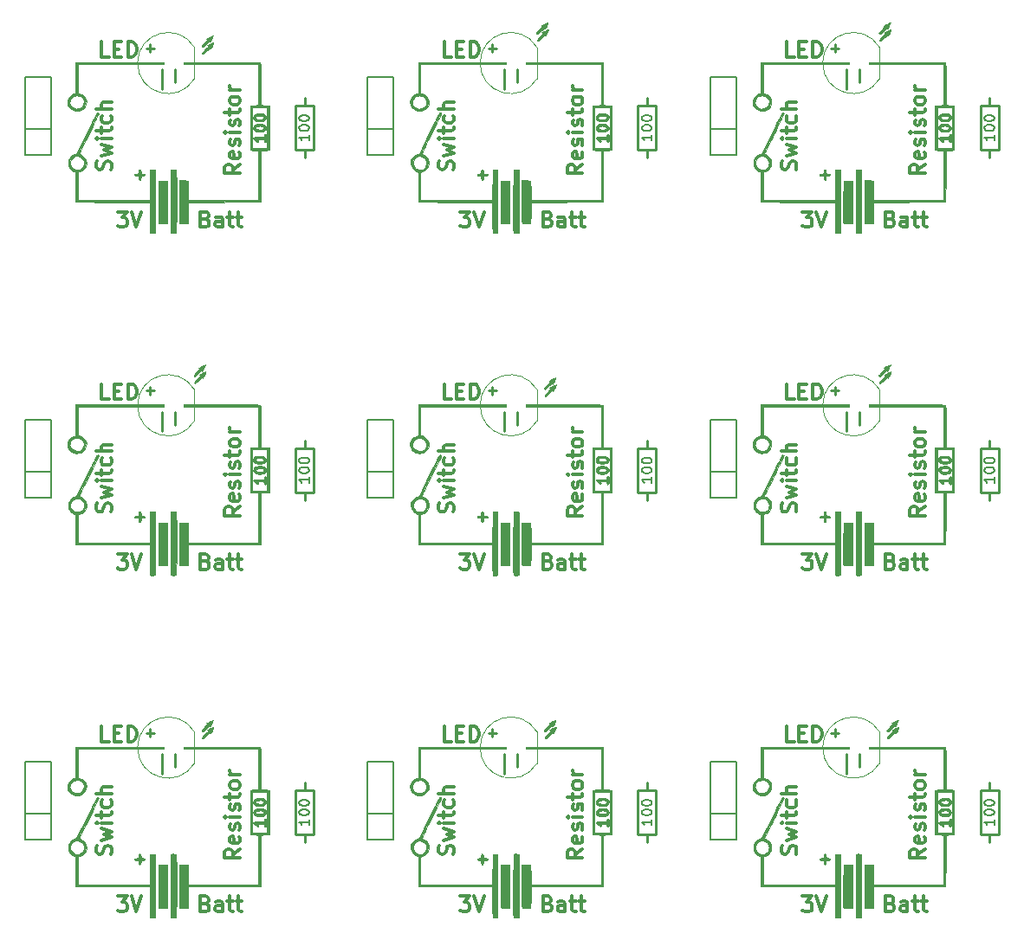
<source format=gto>
%MOIN*%
%OFA0B0*%
%FSLAX46Y46*%
%IPPOS*%
%LPD*%
%ADD10C,0.011811023622047244*%
%ADD11C,0.00984251968503937*%
%ADD12C,0.01*%
%ADD13C,0.0047244094488188976*%
%ADD14C,0.005905511811023622*%
%ADD15C,0.00039370078740157485*%
%ADD26C,0.0039370078740157488*%
%ADD27C,0.011811023622047244*%
%ADD28C,0.00984251968503937*%
%ADD29C,0.01*%
%ADD30C,0.0047244094488188976*%
%ADD31C,0.005905511811023622*%
%ADD32C,0.00039370078740157485*%
%ADD33C,0.011811023622047244*%
%ADD34C,0.00984251968503937*%
%ADD35C,0.01*%
%ADD36C,0.0047244094488188976*%
%ADD37C,0.005905511811023622*%
%ADD38C,0.00039370078740157485*%
%ADD39C,0.011811023622047244*%
%ADD40C,0.00984251968503937*%
%ADD41C,0.01*%
%ADD42C,0.0047244094488188976*%
%ADD43C,0.005905511811023622*%
%ADD44C,0.00039370078740157485*%
%ADD45C,0.011811023622047244*%
%ADD46C,0.00984251968503937*%
%ADD47C,0.01*%
%ADD48C,0.0047244094488188976*%
%ADD49C,0.005905511811023622*%
%ADD50C,0.00039370078740157485*%
%ADD51C,0.011811023622047244*%
%ADD52C,0.00984251968503937*%
%ADD53C,0.01*%
%ADD54C,0.0047244094488188976*%
%ADD55C,0.005905511811023622*%
%ADD56C,0.00039370078740157485*%
%ADD57C,0.0039370078740157488*%
%ADD58C,0.011811023622047244*%
%ADD59C,0.00984251968503937*%
%ADD60C,0.01*%
%ADD61C,0.0047244094488188976*%
%ADD62C,0.005905511811023622*%
%ADD63C,0.00039370078740157485*%
%ADD64C,0.0039370078740157488*%
%ADD65C,0.011811023622047244*%
%ADD66C,0.00984251968503937*%
%ADD67C,0.01*%
%ADD68C,0.0047244094488188976*%
%ADD69C,0.005905511811023622*%
%ADD70C,0.00039370078740157485*%
%ADD71C,0.0039370078740157488*%
%ADD72C,0.011811023622047244*%
%ADD73C,0.00984251968503937*%
%ADD74C,0.01*%
%ADD75C,0.0047244094488188976*%
%ADD76C,0.005905511811023622*%
%ADD77C,0.00039370078740157485*%
G01*
D10*
X0000405005Y0000357339D02*
X0000441563Y0000357339D01*
X0000421878Y0000334842D01*
X0000430314Y0000334842D01*
X0000435939Y0000332030D01*
X0000438751Y0000329218D01*
X0000441563Y0000323593D01*
X0000441563Y0000309533D01*
X0000438751Y0000303908D01*
X0000435939Y0000301096D01*
X0000430314Y0000298284D01*
X0000413442Y0000298284D01*
X0000407817Y0000301096D01*
X0000405005Y0000303908D01*
X0000458436Y0000357339D02*
X0000478121Y0000298284D01*
X0000497806Y0000357339D01*
X0000743756Y0000329218D02*
X0000752193Y0000326406D01*
X0000755005Y0000323593D01*
X0000757817Y0000317969D01*
X0000757817Y0000309533D01*
X0000755005Y0000303908D01*
X0000752193Y0000301096D01*
X0000746569Y0000298284D01*
X0000724071Y0000298284D01*
X0000724071Y0000357339D01*
X0000743756Y0000357339D01*
X0000749381Y0000354527D01*
X0000752193Y0000351715D01*
X0000755005Y0000346091D01*
X0000755005Y0000340466D01*
X0000752193Y0000334842D01*
X0000749381Y0000332030D01*
X0000743756Y0000329218D01*
X0000724071Y0000329218D01*
X0000808436Y0000298284D02*
X0000808436Y0000329218D01*
X0000805624Y0000334842D01*
X0000799999Y0000337654D01*
X0000788751Y0000337654D01*
X0000783127Y0000334842D01*
X0000808436Y0000301096D02*
X0000802812Y0000298284D01*
X0000788751Y0000298284D01*
X0000783127Y0000301096D01*
X0000780314Y0000306721D01*
X0000780314Y0000312345D01*
X0000783127Y0000317969D01*
X0000788751Y0000320781D01*
X0000802812Y0000320781D01*
X0000808436Y0000323593D01*
X0000828121Y0000337654D02*
X0000850618Y0000337654D01*
X0000836557Y0000357339D02*
X0000836557Y0000306721D01*
X0000839370Y0000301096D01*
X0000844994Y0000298284D01*
X0000850618Y0000298284D01*
X0000861867Y0000337654D02*
X0000884364Y0000337654D01*
X0000870303Y0000357339D02*
X0000870303Y0000306721D01*
X0000873115Y0000301096D01*
X0000878740Y0000298284D01*
X0000884364Y0000298284D01*
X0000378903Y0000519235D02*
X0000381715Y0000527671D01*
X0000381715Y0000541732D01*
X0000378903Y0000547356D01*
X0000376091Y0000550168D01*
X0000370466Y0000552980D01*
X0000364842Y0000552980D01*
X0000359218Y0000550168D01*
X0000356406Y0000547356D01*
X0000353593Y0000541732D01*
X0000350781Y0000530483D01*
X0000347969Y0000524859D01*
X0000345157Y0000522047D01*
X0000339533Y0000519235D01*
X0000333908Y0000519235D01*
X0000328284Y0000522047D01*
X0000325472Y0000524859D01*
X0000322660Y0000530483D01*
X0000322660Y0000544544D01*
X0000325472Y0000552980D01*
X0000342345Y0000572665D02*
X0000381715Y0000583914D01*
X0000353593Y0000595163D01*
X0000381715Y0000606411D01*
X0000342345Y0000617660D01*
X0000381715Y0000640157D02*
X0000342345Y0000640157D01*
X0000322660Y0000640157D02*
X0000325472Y0000637345D01*
X0000328284Y0000640157D01*
X0000325472Y0000642969D01*
X0000322660Y0000640157D01*
X0000328284Y0000640157D01*
X0000342345Y0000659842D02*
X0000342345Y0000682339D01*
X0000322660Y0000668278D02*
X0000373278Y0000668278D01*
X0000378903Y0000671091D01*
X0000381715Y0000676715D01*
X0000381715Y0000682339D01*
X0000378903Y0000727334D02*
X0000381715Y0000721709D01*
X0000381715Y0000710461D01*
X0000378903Y0000704836D01*
X0000376091Y0000702024D01*
X0000370466Y0000699212D01*
X0000353593Y0000699212D01*
X0000347969Y0000702024D01*
X0000345157Y0000704836D01*
X0000342345Y0000710461D01*
X0000342345Y0000721709D01*
X0000345157Y0000727334D01*
X0000381715Y0000752643D02*
X0000322660Y0000752643D01*
X0000381715Y0000777952D02*
X0000350781Y0000777952D01*
X0000345157Y0000775140D01*
X0000342345Y0000769516D01*
X0000342345Y0000761079D01*
X0000345157Y0000755455D01*
X0000347969Y0000752643D01*
X0000876715Y0000539235D02*
X0000848593Y0000519550D01*
X0000876715Y0000505489D02*
X0000817660Y0000505489D01*
X0000817660Y0000527986D01*
X0000820472Y0000533610D01*
X0000823284Y0000536422D01*
X0000828908Y0000539235D01*
X0000837345Y0000539235D01*
X0000842969Y0000536422D01*
X0000845781Y0000533610D01*
X0000848593Y0000527986D01*
X0000848593Y0000505489D01*
X0000873903Y0000587041D02*
X0000876715Y0000581417D01*
X0000876715Y0000570168D01*
X0000873903Y0000564544D01*
X0000868278Y0000561732D01*
X0000845781Y0000561732D01*
X0000840157Y0000564544D01*
X0000837345Y0000570168D01*
X0000837345Y0000581417D01*
X0000840157Y0000587041D01*
X0000845781Y0000589853D01*
X0000851406Y0000589853D01*
X0000857030Y0000561732D01*
X0000873903Y0000612350D02*
X0000876715Y0000617975D01*
X0000876715Y0000629223D01*
X0000873903Y0000634848D01*
X0000868278Y0000637660D01*
X0000865466Y0000637660D01*
X0000859842Y0000634848D01*
X0000857030Y0000629223D01*
X0000857030Y0000620787D01*
X0000854218Y0000615163D01*
X0000848593Y0000612350D01*
X0000845781Y0000612350D01*
X0000840157Y0000615163D01*
X0000837345Y0000620787D01*
X0000837345Y0000629223D01*
X0000840157Y0000634848D01*
X0000876715Y0000662969D02*
X0000837345Y0000662969D01*
X0000817660Y0000662969D02*
X0000820472Y0000660157D01*
X0000823284Y0000662969D01*
X0000820472Y0000665781D01*
X0000817660Y0000662969D01*
X0000823284Y0000662969D01*
X0000873903Y0000688278D02*
X0000876715Y0000693903D01*
X0000876715Y0000705151D01*
X0000873903Y0000710776D01*
X0000868278Y0000713588D01*
X0000865466Y0000713588D01*
X0000859842Y0000710776D01*
X0000857030Y0000705151D01*
X0000857030Y0000696715D01*
X0000854218Y0000691091D01*
X0000848593Y0000688278D01*
X0000845781Y0000688278D01*
X0000840157Y0000691091D01*
X0000837345Y0000696715D01*
X0000837345Y0000705151D01*
X0000840157Y0000710776D01*
X0000837345Y0000730461D02*
X0000837345Y0000752958D01*
X0000817660Y0000738897D02*
X0000868278Y0000738897D01*
X0000873903Y0000741709D01*
X0000876715Y0000747334D01*
X0000876715Y0000752958D01*
X0000876715Y0000781079D02*
X0000873903Y0000775455D01*
X0000871091Y0000772643D01*
X0000865466Y0000769831D01*
X0000848593Y0000769831D01*
X0000842969Y0000772643D01*
X0000840157Y0000775455D01*
X0000837345Y0000781079D01*
X0000837345Y0000789516D01*
X0000840157Y0000795140D01*
X0000842969Y0000797952D01*
X0000848593Y0000800764D01*
X0000865466Y0000800764D01*
X0000871091Y0000797952D01*
X0000873903Y0000795140D01*
X0000876715Y0000789516D01*
X0000876715Y0000781079D01*
X0000876715Y0000826074D02*
X0000837345Y0000826074D01*
X0000848593Y0000826074D02*
X0000842969Y0000828886D01*
X0000840157Y0000831698D01*
X0000837345Y0000837322D01*
X0000837345Y0000842947D01*
X0000372035Y0000953284D02*
X0000343914Y0000953284D01*
X0000343914Y0001012339D01*
X0000391721Y0000984218D02*
X0000411406Y0000984218D01*
X0000419842Y0000953284D02*
X0000391721Y0000953284D01*
X0000391721Y0001012339D01*
X0000419842Y0001012339D01*
X0000445151Y0000953284D02*
X0000445151Y0001012339D01*
X0000459212Y0001012339D01*
X0000467648Y0001009527D01*
X0000473273Y0001003903D01*
X0000476085Y0000998278D01*
X0000478897Y0000987030D01*
X0000478897Y0000978593D01*
X0000476085Y0000967345D01*
X0000473273Y0000961721D01*
X0000467648Y0000956096D01*
X0000459212Y0000953284D01*
X0000445151Y0000953284D01*
D11*
X0000515001Y0000987187D02*
X0000544998Y0000987187D01*
X0000529999Y0000972189D02*
X0000529999Y0001002185D01*
D12*
X0001089999Y0000595000D02*
X0001160000Y0000595000D01*
X0001160000Y0000595000D02*
X0001160000Y0000765000D01*
X0001089999Y0000765000D02*
X0001089999Y0000595000D01*
X0001124999Y0000765000D02*
X0001124999Y0000794999D01*
X0001124999Y0000595000D02*
X0001124999Y0000565000D01*
X0001089999Y0000765000D02*
X0001160000Y0000765000D01*
D11*
X0000625000Y0000905000D02*
X0000625000Y0000855000D01*
X0000574999Y0000905000D02*
X0000574999Y0000830000D01*
D13*
X0000700787Y0000869173D02*
X0000700787Y0000990826D01*
X0000482283Y0000930018D02*
G75*
G03*
X0000700787Y0000869179I0000117716J-0000000018D01*
G01*
X0000482283Y0000929981D02*
G75*
G02*
X0000700787Y0000990820I0000117716J0000000018D01*
G01*
D14*
X0000150000Y0000575000D02*
X0000049999Y0000575000D01*
X0000049999Y0000575000D02*
X0000049999Y0000875000D01*
X0000049999Y0000875000D02*
X0000150000Y0000875000D01*
X0000150000Y0000875000D02*
X0000150000Y0000575000D01*
X0000049999Y0000675000D02*
X0000150000Y0000675000D01*
D15*
G36*
X0000774040Y0001007790D02*
G01*
X0000772492Y0001003840D01*
X0000770077Y0000998327D01*
X0000768855Y0000995680D01*
X0000765794Y0000989568D01*
X0000763529Y0000985935D01*
X0000762237Y0000985050D01*
X0000762053Y0000985416D01*
X0000761004Y0000987889D01*
X0000760331Y0000988333D01*
X0000758774Y0000987228D01*
X0000755408Y0000984237D01*
X0000750766Y0000979849D01*
X0000746570Y0000975737D01*
X0000740874Y0000970174D01*
X0000737000Y0000966719D01*
X0000734481Y0000965059D01*
X0000732851Y0000964879D01*
X0000731746Y0000965737D01*
X0000730751Y0000967206D01*
X0000730599Y0000968756D01*
X0000731591Y0000970851D01*
X0000734030Y0000973954D01*
X0000738217Y0000978530D01*
X0000744067Y0000984639D01*
X0000748948Y0000989877D01*
X0000751659Y0000993319D01*
X0000752487Y0000995418D01*
X0000751721Y0000996627D01*
X0000751714Y0000996631D01*
X0000750008Y0000998223D01*
X0000750048Y0000998804D01*
X0000752201Y0001000044D01*
X0000756275Y0001002015D01*
X0000761376Y0001004327D01*
X0000766611Y0001006589D01*
X0000771087Y0001008411D01*
X0000773910Y0001009402D01*
X0000774429Y0001009459D01*
X0000774040Y0001007790D01*
G37*
X0000774040Y0001007790D02*
X0000772492Y0001003840D01*
X0000770077Y0000998327D01*
X0000768855Y0000995680D01*
X0000765794Y0000989568D01*
X0000763529Y0000985935D01*
X0000762237Y0000985050D01*
X0000762053Y0000985416D01*
X0000761004Y0000987889D01*
X0000760331Y0000988333D01*
X0000758774Y0000987228D01*
X0000755408Y0000984237D01*
X0000750766Y0000979849D01*
X0000746570Y0000975737D01*
X0000740874Y0000970174D01*
X0000737000Y0000966719D01*
X0000734481Y0000965059D01*
X0000732851Y0000964879D01*
X0000731746Y0000965737D01*
X0000730751Y0000967206D01*
X0000730599Y0000968756D01*
X0000731591Y0000970851D01*
X0000734030Y0000973954D01*
X0000738217Y0000978530D01*
X0000744067Y0000984639D01*
X0000748948Y0000989877D01*
X0000751659Y0000993319D01*
X0000752487Y0000995418D01*
X0000751721Y0000996627D01*
X0000751714Y0000996631D01*
X0000750008Y0000998223D01*
X0000750048Y0000998804D01*
X0000752201Y0001000044D01*
X0000756275Y0001002015D01*
X0000761376Y0001004327D01*
X0000766611Y0001006589D01*
X0000771087Y0001008411D01*
X0000773910Y0001009402D01*
X0000774429Y0001009459D01*
X0000774040Y0001007790D01*
G36*
X0000772197Y0001035264D02*
G01*
X0000770674Y0001031514D01*
X0000768329Y0001026097D01*
X0000767067Y0001023266D01*
X0000764054Y0001016844D01*
X0000761964Y0001013170D01*
X0000760537Y0001011878D01*
X0000759510Y0001012600D01*
X0000759498Y0001012622D01*
X0000758475Y0001013520D01*
X0000756767Y0001013080D01*
X0000753949Y0001011010D01*
X0000749599Y0001007013D01*
X0000745126Y0001002626D01*
X0000739463Y0000997051D01*
X0000735636Y0000993541D01*
X0000733144Y0000991782D01*
X0000731485Y0000991464D01*
X0000730158Y0000992275D01*
X0000729525Y0000992937D01*
X0000728430Y0000994436D01*
X0000728322Y0000996010D01*
X0000729526Y0000998174D01*
X0000732369Y0001001449D01*
X0000737176Y0001006351D01*
X0000739246Y0001008412D01*
X0000744792Y0001014023D01*
X0000748211Y0001017822D01*
X0000749815Y0001020269D01*
X0000749918Y0001021823D01*
X0000749050Y0001022790D01*
X0000748153Y0001023943D01*
X0000748949Y0001025278D01*
X0000751865Y0001027126D01*
X0000757327Y0001029818D01*
X0000759248Y0001030712D01*
X0000765137Y0001033408D01*
X0000769735Y0001035468D01*
X0000772315Y0001036568D01*
X0000772614Y0001036666D01*
X0000772197Y0001035264D01*
G37*
X0000772197Y0001035264D02*
X0000770674Y0001031514D01*
X0000768329Y0001026097D01*
X0000767067Y0001023266D01*
X0000764054Y0001016844D01*
X0000761964Y0001013170D01*
X0000760537Y0001011878D01*
X0000759510Y0001012600D01*
X0000759498Y0001012622D01*
X0000758475Y0001013520D01*
X0000756767Y0001013080D01*
X0000753949Y0001011010D01*
X0000749599Y0001007013D01*
X0000745126Y0001002626D01*
X0000739463Y0000997051D01*
X0000735636Y0000993541D01*
X0000733144Y0000991782D01*
X0000731485Y0000991464D01*
X0000730158Y0000992275D01*
X0000729525Y0000992937D01*
X0000728430Y0000994436D01*
X0000728322Y0000996010D01*
X0000729526Y0000998174D01*
X0000732369Y0001001449D01*
X0000737176Y0001006351D01*
X0000739246Y0001008412D01*
X0000744792Y0001014023D01*
X0000748211Y0001017822D01*
X0000749815Y0001020269D01*
X0000749918Y0001021823D01*
X0000749050Y0001022790D01*
X0000748153Y0001023943D01*
X0000748949Y0001025278D01*
X0000751865Y0001027126D01*
X0000757327Y0001029818D01*
X0000759248Y0001030712D01*
X0000765137Y0001033408D01*
X0000769735Y0001035468D01*
X0000772315Y0001036568D01*
X0000772614Y0001036666D01*
X0000772197Y0001035264D01*
G36*
X0000330805Y0000738114D02*
G01*
X0000332353Y0000736408D01*
X0000332413Y0000736028D01*
X0000331820Y0000734593D01*
X0000330110Y0000730901D01*
X0000327388Y0000725170D01*
X0000323759Y0000717614D01*
X0000319328Y0000708452D01*
X0000314200Y0000697900D01*
X0000308478Y0000686174D01*
X0000302269Y0000673491D01*
X0000295677Y0000660069D01*
X0000295240Y0000659180D01*
X0000288614Y0000645696D01*
X0000282353Y0000632921D01*
X0000276563Y0000621075D01*
X0000271350Y0000610377D01*
X0000266820Y0000601046D01*
X0000263080Y0000593301D01*
X0000260235Y0000587360D01*
X0000258394Y0000583443D01*
X0000257660Y0000581769D01*
X0000257654Y0000581745D01*
X0000258574Y0000580066D01*
X0000261574Y0000578346D01*
X0000262408Y0000578026D01*
X0000270375Y0000573782D01*
X0000277044Y0000567454D01*
X0000281996Y0000559574D01*
X0000284809Y0000550674D01*
X0000284992Y0000549494D01*
X0000284881Y0000541320D01*
X0000282610Y0000533131D01*
X0000278545Y0000525516D01*
X0000273056Y0000519063D01*
X0000266511Y0000514363D01*
X0000261896Y0000512535D01*
X0000257845Y0000511428D01*
X0000254801Y0000510588D01*
X0000254137Y0000510402D01*
X0000253681Y0000509686D01*
X0000253307Y0000507682D01*
X0000253008Y0000504182D01*
X0000252778Y0000498976D01*
X0000252610Y0000491858D01*
X0000252498Y0000482618D01*
X0000252434Y0000471048D01*
X0000252413Y0000456939D01*
X0000252413Y0000456077D01*
X0000252413Y0000402241D01*
X0000529625Y0000402241D01*
X0000530344Y0000520172D01*
X0000549655Y0000520172D01*
X0000549655Y0000276034D01*
X0000540631Y0000275633D01*
X0000535864Y0000275566D01*
X0000532246Y0000275784D01*
X0000530631Y0000276207D01*
X0000530423Y0000277752D01*
X0000530231Y0000281765D01*
X0000530058Y0000287956D01*
X0000529910Y0000296035D01*
X0000529791Y0000305711D01*
X0000529707Y0000316696D01*
X0000529661Y0000328698D01*
X0000529655Y0000335568D01*
X0000529655Y0000393952D01*
X0000387241Y0000394303D01*
X0000244827Y0000394655D01*
X0000244467Y0000452717D01*
X0000244108Y0000510779D01*
X0000238888Y0000512343D01*
X0000234758Y0000514190D01*
X0000230085Y0000517142D01*
X0000227821Y0000518912D01*
X0000221253Y0000526200D01*
X0000217092Y0000534528D01*
X0000215399Y0000543442D01*
X0000223952Y0000543442D01*
X0000224715Y0000539119D01*
X0000227360Y0000533102D01*
X0000231571Y0000527389D01*
X0000236565Y0000522937D01*
X0000239284Y0000521404D01*
X0000244603Y0000520019D01*
X0000251093Y0000519592D01*
X0000257325Y0000520157D01*
X0000260255Y0000520949D01*
X0000266876Y0000524851D01*
X0000272009Y0000530695D01*
X0000275260Y0000537895D01*
X0000276256Y0000544981D01*
X0000275002Y0000553460D01*
X0000271440Y0000560702D01*
X0000265871Y0000566370D01*
X0000258594Y0000570125D01*
X0000252746Y0000571424D01*
X0000244960Y0000571082D01*
X0000237876Y0000568443D01*
X0000231863Y0000563934D01*
X0000227292Y0000557979D01*
X0000224531Y0000551006D01*
X0000223952Y0000543442D01*
X0000215399Y0000543442D01*
X0000215389Y0000543494D01*
X0000216196Y0000552701D01*
X0000219564Y0000561747D01*
X0000221769Y0000565423D01*
X0000227255Y0000571740D01*
X0000234256Y0000576348D01*
X0000240400Y0000578801D01*
X0000247177Y0000581011D01*
X0000285821Y0000659557D01*
X0000292592Y0000673289D01*
X0000299032Y0000686286D01*
X0000305034Y0000698338D01*
X0000310491Y0000709232D01*
X0000315295Y0000718757D01*
X0000319340Y0000726701D01*
X0000322519Y0000732852D01*
X0000324726Y0000737000D01*
X0000325853Y0000738931D01*
X0000325951Y0000739041D01*
X0000328204Y0000739209D01*
X0000330805Y0000738114D01*
G37*
X0000330805Y0000738114D02*
X0000332353Y0000736408D01*
X0000332413Y0000736028D01*
X0000331820Y0000734593D01*
X0000330110Y0000730901D01*
X0000327388Y0000725170D01*
X0000323759Y0000717614D01*
X0000319328Y0000708452D01*
X0000314200Y0000697900D01*
X0000308478Y0000686174D01*
X0000302269Y0000673491D01*
X0000295677Y0000660069D01*
X0000295240Y0000659180D01*
X0000288614Y0000645696D01*
X0000282353Y0000632921D01*
X0000276563Y0000621075D01*
X0000271350Y0000610377D01*
X0000266820Y0000601046D01*
X0000263080Y0000593301D01*
X0000260235Y0000587360D01*
X0000258394Y0000583443D01*
X0000257660Y0000581769D01*
X0000257654Y0000581745D01*
X0000258574Y0000580066D01*
X0000261574Y0000578346D01*
X0000262408Y0000578026D01*
X0000270375Y0000573782D01*
X0000277044Y0000567454D01*
X0000281996Y0000559574D01*
X0000284809Y0000550674D01*
X0000284992Y0000549494D01*
X0000284881Y0000541320D01*
X0000282610Y0000533131D01*
X0000278545Y0000525516D01*
X0000273056Y0000519063D01*
X0000266511Y0000514363D01*
X0000261896Y0000512535D01*
X0000257845Y0000511428D01*
X0000254801Y0000510588D01*
X0000254137Y0000510402D01*
X0000253681Y0000509686D01*
X0000253307Y0000507682D01*
X0000253008Y0000504182D01*
X0000252778Y0000498976D01*
X0000252610Y0000491858D01*
X0000252498Y0000482618D01*
X0000252434Y0000471048D01*
X0000252413Y0000456939D01*
X0000252413Y0000456077D01*
X0000252413Y0000402241D01*
X0000529625Y0000402241D01*
X0000530344Y0000520172D01*
X0000549655Y0000520172D01*
X0000549655Y0000276034D01*
X0000540631Y0000275633D01*
X0000535864Y0000275566D01*
X0000532246Y0000275784D01*
X0000530631Y0000276207D01*
X0000530423Y0000277752D01*
X0000530231Y0000281765D01*
X0000530058Y0000287956D01*
X0000529910Y0000296035D01*
X0000529791Y0000305711D01*
X0000529707Y0000316696D01*
X0000529661Y0000328698D01*
X0000529655Y0000335568D01*
X0000529655Y0000393952D01*
X0000387241Y0000394303D01*
X0000244827Y0000394655D01*
X0000244467Y0000452717D01*
X0000244108Y0000510779D01*
X0000238888Y0000512343D01*
X0000234758Y0000514190D01*
X0000230085Y0000517142D01*
X0000227821Y0000518912D01*
X0000221253Y0000526200D01*
X0000217092Y0000534528D01*
X0000215399Y0000543442D01*
X0000223952Y0000543442D01*
X0000224715Y0000539119D01*
X0000227360Y0000533102D01*
X0000231571Y0000527389D01*
X0000236565Y0000522937D01*
X0000239284Y0000521404D01*
X0000244603Y0000520019D01*
X0000251093Y0000519592D01*
X0000257325Y0000520157D01*
X0000260255Y0000520949D01*
X0000266876Y0000524851D01*
X0000272009Y0000530695D01*
X0000275260Y0000537895D01*
X0000276256Y0000544981D01*
X0000275002Y0000553460D01*
X0000271440Y0000560702D01*
X0000265871Y0000566370D01*
X0000258594Y0000570125D01*
X0000252746Y0000571424D01*
X0000244960Y0000571082D01*
X0000237876Y0000568443D01*
X0000231863Y0000563934D01*
X0000227292Y0000557979D01*
X0000224531Y0000551006D01*
X0000223952Y0000543442D01*
X0000215399Y0000543442D01*
X0000215389Y0000543494D01*
X0000216196Y0000552701D01*
X0000219564Y0000561747D01*
X0000221769Y0000565423D01*
X0000227255Y0000571740D01*
X0000234256Y0000576348D01*
X0000240400Y0000578801D01*
X0000247177Y0000581011D01*
X0000285821Y0000659557D01*
X0000292592Y0000673289D01*
X0000299032Y0000686286D01*
X0000305034Y0000698338D01*
X0000310491Y0000709232D01*
X0000315295Y0000718757D01*
X0000319340Y0000726701D01*
X0000322519Y0000732852D01*
X0000324726Y0000737000D01*
X0000325853Y0000738931D01*
X0000325951Y0000739041D01*
X0000328204Y0000739209D01*
X0000330805Y0000738114D01*
G36*
X0000624575Y0000520564D02*
G01*
X0000628478Y0000519979D01*
X0000629775Y0000519382D01*
X0000630122Y0000518764D01*
X0000630427Y0000517411D01*
X0000630691Y0000515162D01*
X0000630919Y0000511853D01*
X0000631111Y0000507322D01*
X0000631272Y0000501405D01*
X0000631404Y0000493939D01*
X0000631508Y0000484761D01*
X0000631589Y0000473708D01*
X0000631648Y0000460618D01*
X0000631688Y0000445326D01*
X0000631712Y0000427671D01*
X0000631723Y0000407488D01*
X0000631724Y0000398210D01*
X0000631715Y0000376086D01*
X0000631686Y0000356588D01*
X0000631637Y0000339584D01*
X0000631565Y0000324942D01*
X0000631468Y0000312530D01*
X0000631345Y0000302214D01*
X0000631194Y0000293864D01*
X0000631013Y0000287347D01*
X0000630799Y0000282530D01*
X0000630553Y0000279281D01*
X0000630270Y0000277469D01*
X0000630068Y0000277000D01*
X0000627818Y0000276046D01*
X0000623964Y0000275492D01*
X0000619394Y0000275333D01*
X0000614995Y0000275568D01*
X0000611654Y0000276191D01*
X0000610290Y0000277068D01*
X0000610196Y0000278676D01*
X0000610114Y0000282842D01*
X0000610044Y0000289363D01*
X0000609987Y0000298040D01*
X0000609944Y0000308670D01*
X0000609915Y0000321053D01*
X0000609900Y0000334988D01*
X0000609901Y0000350273D01*
X0000609916Y0000366707D01*
X0000609948Y0000384089D01*
X0000609988Y0000399482D01*
X0000610344Y0000520172D01*
X0000619085Y0000520586D01*
X0000624575Y0000520564D01*
G37*
X0000624575Y0000520564D02*
X0000628478Y0000519979D01*
X0000629775Y0000519382D01*
X0000630122Y0000518764D01*
X0000630427Y0000517411D01*
X0000630691Y0000515162D01*
X0000630919Y0000511853D01*
X0000631111Y0000507322D01*
X0000631272Y0000501405D01*
X0000631404Y0000493939D01*
X0000631508Y0000484761D01*
X0000631589Y0000473708D01*
X0000631648Y0000460618D01*
X0000631688Y0000445326D01*
X0000631712Y0000427671D01*
X0000631723Y0000407488D01*
X0000631724Y0000398210D01*
X0000631715Y0000376086D01*
X0000631686Y0000356588D01*
X0000631637Y0000339584D01*
X0000631565Y0000324942D01*
X0000631468Y0000312530D01*
X0000631345Y0000302214D01*
X0000631194Y0000293864D01*
X0000631013Y0000287347D01*
X0000630799Y0000282530D01*
X0000630553Y0000279281D01*
X0000630270Y0000277469D01*
X0000630068Y0000277000D01*
X0000627818Y0000276046D01*
X0000623964Y0000275492D01*
X0000619394Y0000275333D01*
X0000614995Y0000275568D01*
X0000611654Y0000276191D01*
X0000610290Y0000277068D01*
X0000610196Y0000278676D01*
X0000610114Y0000282842D01*
X0000610044Y0000289363D01*
X0000609987Y0000298040D01*
X0000609944Y0000308670D01*
X0000609915Y0000321053D01*
X0000609900Y0000334988D01*
X0000609901Y0000350273D01*
X0000609916Y0000366707D01*
X0000609948Y0000384089D01*
X0000609988Y0000399482D01*
X0000610344Y0000520172D01*
X0000619085Y0000520586D01*
X0000624575Y0000520564D01*
G36*
X0000596551Y0000313275D02*
G01*
X0000579628Y0000312888D01*
X0000572022Y0000312791D01*
X0000566815Y0000312926D01*
X0000563655Y0000313322D01*
X0000562189Y0000314007D01*
X0000562028Y0000314267D01*
X0000561912Y0000315934D01*
X0000561813Y0000320111D01*
X0000561734Y0000326549D01*
X0000561675Y0000335000D01*
X0000561638Y0000345216D01*
X0000561622Y0000356947D01*
X0000561630Y0000369946D01*
X0000561662Y0000383964D01*
X0000561711Y0000396724D01*
X0000562068Y0000477413D01*
X0000596551Y0000477413D01*
X0000596551Y0000313275D01*
G37*
X0000596551Y0000313275D02*
X0000579628Y0000312888D01*
X0000572022Y0000312791D01*
X0000566815Y0000312926D01*
X0000563655Y0000313322D01*
X0000562189Y0000314007D01*
X0000562028Y0000314267D01*
X0000561912Y0000315934D01*
X0000561813Y0000320111D01*
X0000561734Y0000326549D01*
X0000561675Y0000335000D01*
X0000561638Y0000345216D01*
X0000561622Y0000356947D01*
X0000561630Y0000369946D01*
X0000561662Y0000383964D01*
X0000561711Y0000396724D01*
X0000562068Y0000477413D01*
X0000596551Y0000477413D01*
X0000596551Y0000313275D01*
G36*
X0000890727Y0000932993D02*
G01*
X0000905900Y0000932941D01*
X0000918801Y0000932862D01*
X0000929528Y0000932755D01*
X0000938177Y0000932618D01*
X0000944846Y0000932451D01*
X0000949632Y0000932253D01*
X0000952633Y0000932024D01*
X0000953946Y0000931762D01*
X0000953988Y0000931733D01*
X0000954392Y0000930983D01*
X0000954735Y0000929325D01*
X0000955023Y0000926567D01*
X0000955260Y0000922516D01*
X0000955451Y0000916981D01*
X0000955600Y0000909770D01*
X0000955710Y0000900689D01*
X0000955787Y0000889548D01*
X0000955835Y0000876153D01*
X0000955858Y0000860313D01*
X0000955862Y0000849012D01*
X0000955862Y0000767846D01*
X0000972068Y0000767457D01*
X0000988275Y0000767068D01*
X0000988275Y0000594655D01*
X0000972077Y0000594266D01*
X0000955880Y0000593878D01*
X0000955526Y0000494266D01*
X0000955172Y0000394655D01*
X0000677283Y0000393952D01*
X0000676917Y0000353614D01*
X0000676551Y0000313275D01*
X0000660616Y0000312889D01*
X0000654239Y0000312815D01*
X0000648902Y0000312905D01*
X0000645192Y0000313138D01*
X0000643719Y0000313464D01*
X0000643546Y0000314980D01*
X0000643383Y0000319011D01*
X0000643232Y0000325314D01*
X0000643097Y0000333645D01*
X0000642981Y0000343762D01*
X0000642886Y0000355419D01*
X0000642816Y0000368375D01*
X0000642772Y0000382385D01*
X0000642758Y0000396306D01*
X0000642758Y0000478188D01*
X0000659655Y0000477801D01*
X0000676551Y0000477413D01*
X0000676918Y0000439827D01*
X0000677285Y0000402241D01*
X0000947586Y0000402241D01*
X0000947586Y0000593877D01*
X0000931379Y0000594266D01*
X0000915172Y0000594655D01*
X0000915172Y0000759482D01*
X0000922758Y0000759482D01*
X0000922758Y0000602241D01*
X0000980689Y0000602241D01*
X0000980689Y0000759482D01*
X0000922758Y0000759482D01*
X0000915172Y0000759482D01*
X0000915172Y0000767068D01*
X0000931379Y0000767457D01*
X0000947586Y0000767846D01*
X0000947586Y0000924987D01*
X0000658620Y0000925689D01*
X0000658620Y0000932586D01*
X0000805368Y0000932937D01*
X0000830602Y0000932988D01*
X0000853175Y0000933015D01*
X0000873184Y0000933017D01*
X0000890727Y0000932993D01*
G37*
X0000890727Y0000932993D02*
X0000905900Y0000932941D01*
X0000918801Y0000932862D01*
X0000929528Y0000932755D01*
X0000938177Y0000932618D01*
X0000944846Y0000932451D01*
X0000949632Y0000932253D01*
X0000952633Y0000932024D01*
X0000953946Y0000931762D01*
X0000953988Y0000931733D01*
X0000954392Y0000930983D01*
X0000954735Y0000929325D01*
X0000955023Y0000926567D01*
X0000955260Y0000922516D01*
X0000955451Y0000916981D01*
X0000955600Y0000909770D01*
X0000955710Y0000900689D01*
X0000955787Y0000889548D01*
X0000955835Y0000876153D01*
X0000955858Y0000860313D01*
X0000955862Y0000849012D01*
X0000955862Y0000767846D01*
X0000972068Y0000767457D01*
X0000988275Y0000767068D01*
X0000988275Y0000594655D01*
X0000972077Y0000594266D01*
X0000955880Y0000593878D01*
X0000955526Y0000494266D01*
X0000955172Y0000394655D01*
X0000677283Y0000393952D01*
X0000676917Y0000353614D01*
X0000676551Y0000313275D01*
X0000660616Y0000312889D01*
X0000654239Y0000312815D01*
X0000648902Y0000312905D01*
X0000645192Y0000313138D01*
X0000643719Y0000313464D01*
X0000643546Y0000314980D01*
X0000643383Y0000319011D01*
X0000643232Y0000325314D01*
X0000643097Y0000333645D01*
X0000642981Y0000343762D01*
X0000642886Y0000355419D01*
X0000642816Y0000368375D01*
X0000642772Y0000382385D01*
X0000642758Y0000396306D01*
X0000642758Y0000478188D01*
X0000659655Y0000477801D01*
X0000676551Y0000477413D01*
X0000676918Y0000439827D01*
X0000677285Y0000402241D01*
X0000947586Y0000402241D01*
X0000947586Y0000593877D01*
X0000931379Y0000594266D01*
X0000915172Y0000594655D01*
X0000915172Y0000759482D01*
X0000922758Y0000759482D01*
X0000922758Y0000602241D01*
X0000980689Y0000602241D01*
X0000980689Y0000759482D01*
X0000922758Y0000759482D01*
X0000915172Y0000759482D01*
X0000915172Y0000767068D01*
X0000931379Y0000767457D01*
X0000947586Y0000767846D01*
X0000947586Y0000924987D01*
X0000658620Y0000925689D01*
X0000658620Y0000932586D01*
X0000805368Y0000932937D01*
X0000830602Y0000932988D01*
X0000853175Y0000933015D01*
X0000873184Y0000933017D01*
X0000890727Y0000932993D01*
G36*
X0000492217Y0000519833D02*
G01*
X0000494017Y0000516576D01*
X0000494899Y0000511409D01*
X0000495316Y0000504310D01*
X0000501972Y0000504310D01*
X0000507144Y0000503781D01*
X0000510359Y0000502333D01*
X0000511336Y0000500174D01*
X0000510344Y0000498103D01*
X0000507533Y0000496627D01*
X0000502530Y0000496039D01*
X0000501900Y0000496034D01*
X0000495172Y0000496034D01*
X0000495172Y0000489413D01*
X0000494594Y0000484402D01*
X0000493093Y0000480938D01*
X0000491021Y0000479330D01*
X0000488728Y0000479888D01*
X0000486945Y0000482150D01*
X0000486010Y0000485257D01*
X0000485533Y0000489503D01*
X0000485517Y0000490354D01*
X0000485517Y0000495890D01*
X0000478275Y0000496307D01*
X0000474048Y0000496663D01*
X0000471892Y0000497345D01*
X0000471119Y0000498718D01*
X0000471034Y0000500172D01*
X0000471271Y0000502199D01*
X0000472442Y0000503293D01*
X0000475233Y0000503821D01*
X0000478275Y0000504037D01*
X0000485517Y0000504454D01*
X0000485517Y0000510325D01*
X0000486172Y0000515973D01*
X0000487822Y0000519477D01*
X0000489995Y0000520782D01*
X0000492217Y0000519833D01*
G37*
X0000492217Y0000519833D02*
X0000494017Y0000516576D01*
X0000494899Y0000511409D01*
X0000495316Y0000504310D01*
X0000501972Y0000504310D01*
X0000507144Y0000503781D01*
X0000510359Y0000502333D01*
X0000511336Y0000500174D01*
X0000510344Y0000498103D01*
X0000507533Y0000496627D01*
X0000502530Y0000496039D01*
X0000501900Y0000496034D01*
X0000495172Y0000496034D01*
X0000495172Y0000489413D01*
X0000494594Y0000484402D01*
X0000493093Y0000480938D01*
X0000491021Y0000479330D01*
X0000488728Y0000479888D01*
X0000486945Y0000482150D01*
X0000486010Y0000485257D01*
X0000485533Y0000489503D01*
X0000485517Y0000490354D01*
X0000485517Y0000495890D01*
X0000478275Y0000496307D01*
X0000474048Y0000496663D01*
X0000471892Y0000497345D01*
X0000471119Y0000498718D01*
X0000471034Y0000500172D01*
X0000471271Y0000502199D01*
X0000472442Y0000503293D01*
X0000475233Y0000503821D01*
X0000478275Y0000504037D01*
X0000485517Y0000504454D01*
X0000485517Y0000510325D01*
X0000486172Y0000515973D01*
X0000487822Y0000519477D01*
X0000489995Y0000520782D01*
X0000492217Y0000519833D01*
G36*
X0000582758Y0000925689D02*
G01*
X0000417586Y0000925339D01*
X0000252413Y0000924988D01*
X0000252413Y0000813518D01*
X0000257859Y0000812598D01*
X0000265878Y0000809932D01*
X0000272920Y0000805109D01*
X0000278651Y0000798634D01*
X0000282739Y0000791013D01*
X0000284851Y0000782750D01*
X0000284655Y0000774351D01*
X0000284257Y0000772490D01*
X0000281256Y0000764260D01*
X0000276617Y0000757675D01*
X0000269929Y0000752257D01*
X0000264137Y0000749059D01*
X0000256270Y0000746535D01*
X0000247420Y0000745765D01*
X0000238778Y0000746803D01*
X0000235522Y0000747781D01*
X0000227092Y0000752290D01*
X0000220029Y0000758916D01*
X0000216828Y0000763491D01*
X0000214692Y0000767671D01*
X0000213553Y0000771732D01*
X0000213132Y0000776865D01*
X0000213122Y0000777770D01*
X0000221185Y0000777770D01*
X0000222740Y0000770671D01*
X0000226342Y0000764498D01*
X0000231648Y0000759532D01*
X0000238313Y0000756055D01*
X0000245993Y0000754349D01*
X0000254344Y0000754696D01*
X0000258427Y0000755656D01*
X0000265234Y0000759009D01*
X0000270733Y0000764268D01*
X0000274559Y0000770830D01*
X0000276351Y0000778092D01*
X0000275932Y0000784689D01*
X0000273061Y0000792002D01*
X0000268418Y0000797674D01*
X0000262453Y0000801699D01*
X0000255615Y0000804070D01*
X0000248356Y0000804779D01*
X0000241126Y0000803821D01*
X0000234374Y0000801187D01*
X0000228552Y0000796872D01*
X0000224109Y0000790869D01*
X0000222020Y0000785511D01*
X0000221185Y0000777770D01*
X0000213122Y0000777770D01*
X0000213103Y0000779482D01*
X0000213307Y0000785326D01*
X0000214112Y0000789642D01*
X0000215808Y0000793643D01*
X0000216988Y0000795747D01*
X0000222500Y0000802792D01*
X0000229636Y0000808453D01*
X0000237550Y0000812075D01*
X0000238256Y0000812274D01*
X0000244109Y0000813840D01*
X0000244468Y0000873213D01*
X0000244827Y0000932586D01*
X0000582758Y0000932586D01*
X0000582758Y0000925689D01*
G37*
X0000582758Y0000925689D02*
X0000417586Y0000925339D01*
X0000252413Y0000924988D01*
X0000252413Y0000813518D01*
X0000257859Y0000812598D01*
X0000265878Y0000809932D01*
X0000272920Y0000805109D01*
X0000278651Y0000798634D01*
X0000282739Y0000791013D01*
X0000284851Y0000782750D01*
X0000284655Y0000774351D01*
X0000284257Y0000772490D01*
X0000281256Y0000764260D01*
X0000276617Y0000757675D01*
X0000269929Y0000752257D01*
X0000264137Y0000749059D01*
X0000256270Y0000746535D01*
X0000247420Y0000745765D01*
X0000238778Y0000746803D01*
X0000235522Y0000747781D01*
X0000227092Y0000752290D01*
X0000220029Y0000758916D01*
X0000216828Y0000763491D01*
X0000214692Y0000767671D01*
X0000213553Y0000771732D01*
X0000213132Y0000776865D01*
X0000213122Y0000777770D01*
X0000221185Y0000777770D01*
X0000222740Y0000770671D01*
X0000226342Y0000764498D01*
X0000231648Y0000759532D01*
X0000238313Y0000756055D01*
X0000245993Y0000754349D01*
X0000254344Y0000754696D01*
X0000258427Y0000755656D01*
X0000265234Y0000759009D01*
X0000270733Y0000764268D01*
X0000274559Y0000770830D01*
X0000276351Y0000778092D01*
X0000275932Y0000784689D01*
X0000273061Y0000792002D01*
X0000268418Y0000797674D01*
X0000262453Y0000801699D01*
X0000255615Y0000804070D01*
X0000248356Y0000804779D01*
X0000241126Y0000803821D01*
X0000234374Y0000801187D01*
X0000228552Y0000796872D01*
X0000224109Y0000790869D01*
X0000222020Y0000785511D01*
X0000221185Y0000777770D01*
X0000213122Y0000777770D01*
X0000213103Y0000779482D01*
X0000213307Y0000785326D01*
X0000214112Y0000789642D01*
X0000215808Y0000793643D01*
X0000216988Y0000795747D01*
X0000222500Y0000802792D01*
X0000229636Y0000808453D01*
X0000237550Y0000812075D01*
X0000238256Y0000812274D01*
X0000244109Y0000813840D01*
X0000244468Y0000873213D01*
X0000244827Y0000932586D01*
X0000582758Y0000932586D01*
X0000582758Y0000925689D01*
G36*
X0000973935Y0000656929D02*
G01*
X0000975763Y0000655246D01*
X0000976937Y0000653236D01*
X0000977625Y0000649742D01*
X0000977910Y0000644233D01*
X0000977930Y0000641565D01*
X0000977829Y0000634665D01*
X0000977432Y0000630072D01*
X0000976606Y0000627343D01*
X0000975215Y0000626030D01*
X0000973122Y0000625689D01*
X0000973103Y0000625689D01*
X0000970131Y0000626675D01*
X0000968584Y0000629778D01*
X0000968275Y0000633388D01*
X0000968156Y0000634996D01*
X0000967438Y0000635980D01*
X0000965578Y0000636495D01*
X0000962033Y0000636692D01*
X0000956404Y0000636724D01*
X0000950692Y0000636674D01*
X0000947259Y0000636456D01*
X0000945623Y0000635960D01*
X0000945306Y0000635082D01*
X0000945556Y0000634310D01*
X0000946924Y0000629740D01*
X0000946508Y0000627069D01*
X0000944545Y0000626316D01*
X0000941268Y0000627499D01*
X0000936914Y0000630637D01*
X0000933956Y0000633391D01*
X0000930210Y0000637330D01*
X0000928053Y0000640266D01*
X0000927675Y0000642345D01*
X0000929268Y0000643712D01*
X0000933021Y0000644513D01*
X0000939124Y0000644893D01*
X0000947767Y0000644998D01*
X0000949134Y0000645000D01*
X0000968275Y0000645000D01*
X0000968275Y0000649039D01*
X0000968993Y0000652752D01*
X0000970443Y0000655246D01*
X0000972484Y0000657061D01*
X0000973935Y0000656929D01*
G37*
X0000973935Y0000656929D02*
X0000975763Y0000655246D01*
X0000976937Y0000653236D01*
X0000977625Y0000649742D01*
X0000977910Y0000644233D01*
X0000977930Y0000641565D01*
X0000977829Y0000634665D01*
X0000977432Y0000630072D01*
X0000976606Y0000627343D01*
X0000975215Y0000626030D01*
X0000973122Y0000625689D01*
X0000973103Y0000625689D01*
X0000970131Y0000626675D01*
X0000968584Y0000629778D01*
X0000968275Y0000633388D01*
X0000968156Y0000634996D01*
X0000967438Y0000635980D01*
X0000965578Y0000636495D01*
X0000962033Y0000636692D01*
X0000956404Y0000636724D01*
X0000950692Y0000636674D01*
X0000947259Y0000636456D01*
X0000945623Y0000635960D01*
X0000945306Y0000635082D01*
X0000945556Y0000634310D01*
X0000946924Y0000629740D01*
X0000946508Y0000627069D01*
X0000944545Y0000626316D01*
X0000941268Y0000627499D01*
X0000936914Y0000630637D01*
X0000933956Y0000633391D01*
X0000930210Y0000637330D01*
X0000928053Y0000640266D01*
X0000927675Y0000642345D01*
X0000929268Y0000643712D01*
X0000933021Y0000644513D01*
X0000939124Y0000644893D01*
X0000947767Y0000644998D01*
X0000949134Y0000645000D01*
X0000968275Y0000645000D01*
X0000968275Y0000649039D01*
X0000968993Y0000652752D01*
X0000970443Y0000655246D01*
X0000972484Y0000657061D01*
X0000973935Y0000656929D01*
G36*
X0000955803Y0000695910D02*
G01*
X0000962067Y0000695283D01*
X0000966870Y0000694162D01*
X0000967700Y0000693818D01*
X0000971710Y0000690976D01*
X0000975206Y0000686913D01*
X0000977466Y0000682594D01*
X0000977930Y0000680139D01*
X0000977130Y0000677522D01*
X0000975138Y0000674062D01*
X0000974444Y0000673103D01*
X0000969572Y0000668851D01*
X0000962829Y0000666000D01*
X0000954792Y0000664678D01*
X0000946038Y0000665011D01*
X0000941641Y0000665823D01*
X0000935905Y0000667545D01*
X0000932120Y0000669777D01*
X0000929479Y0000673046D01*
X0000928857Y0000674173D01*
X0000927300Y0000679841D01*
X0000927409Y0000680475D01*
X0000936803Y0000680475D01*
X0000937066Y0000677719D01*
X0000938836Y0000675842D01*
X0000942459Y0000674700D01*
X0000948283Y0000674152D01*
X0000952451Y0000674052D01*
X0000959329Y0000674340D01*
X0000963858Y0000675384D01*
X0000965210Y0000676112D01*
X0000967903Y0000678985D01*
X0000968119Y0000681803D01*
X0000966130Y0000684324D01*
X0000962211Y0000686303D01*
X0000956635Y0000687498D01*
X0000952137Y0000687738D01*
X0000944871Y0000687171D01*
X0000939994Y0000685465D01*
X0000937352Y0000682546D01*
X0000936803Y0000680475D01*
X0000927409Y0000680475D01*
X0000928252Y0000685344D01*
X0000931482Y0000690188D01*
X0000936761Y0000693881D01*
X0000938365Y0000694563D01*
X0000942940Y0000695575D01*
X0000949090Y0000696015D01*
X0000955803Y0000695910D01*
G37*
X0000955803Y0000695910D02*
X0000962067Y0000695283D01*
X0000966870Y0000694162D01*
X0000967700Y0000693818D01*
X0000971710Y0000690976D01*
X0000975206Y0000686913D01*
X0000977466Y0000682594D01*
X0000977930Y0000680139D01*
X0000977130Y0000677522D01*
X0000975138Y0000674062D01*
X0000974444Y0000673103D01*
X0000969572Y0000668851D01*
X0000962829Y0000666000D01*
X0000954792Y0000664678D01*
X0000946038Y0000665011D01*
X0000941641Y0000665823D01*
X0000935905Y0000667545D01*
X0000932120Y0000669777D01*
X0000929479Y0000673046D01*
X0000928857Y0000674173D01*
X0000927300Y0000679841D01*
X0000927409Y0000680475D01*
X0000936803Y0000680475D01*
X0000937066Y0000677719D01*
X0000938836Y0000675842D01*
X0000942459Y0000674700D01*
X0000948283Y0000674152D01*
X0000952451Y0000674052D01*
X0000959329Y0000674340D01*
X0000963858Y0000675384D01*
X0000965210Y0000676112D01*
X0000967903Y0000678985D01*
X0000968119Y0000681803D01*
X0000966130Y0000684324D01*
X0000962211Y0000686303D01*
X0000956635Y0000687498D01*
X0000952137Y0000687738D01*
X0000944871Y0000687171D01*
X0000939994Y0000685465D01*
X0000937352Y0000682546D01*
X0000936803Y0000680475D01*
X0000927409Y0000680475D01*
X0000928252Y0000685344D01*
X0000931482Y0000690188D01*
X0000936761Y0000693881D01*
X0000938365Y0000694563D01*
X0000942940Y0000695575D01*
X0000949090Y0000696015D01*
X0000955803Y0000695910D01*
G36*
X0000964132Y0000734704D02*
G01*
X0000969312Y0000732281D01*
X0000973691Y0000728353D01*
X0000973724Y0000728316D01*
X0000976929Y0000723718D01*
X0000977695Y0000719535D01*
X0000976078Y0000715000D01*
X0000974827Y0000712990D01*
X0000970488Y0000708899D01*
X0000964143Y0000706089D01*
X0000956279Y0000704660D01*
X0000947382Y0000704708D01*
X0000939698Y0000705910D01*
X0000933924Y0000708351D01*
X0000929768Y0000712399D01*
X0000927565Y0000717491D01*
X0000927589Y0000719015D01*
X0000936641Y0000719015D01*
X0000937626Y0000716347D01*
X0000938155Y0000715895D01*
X0000942361Y0000714335D01*
X0000948223Y0000713433D01*
X0000954711Y0000713233D01*
X0000960792Y0000713780D01*
X0000964603Y0000714760D01*
X0000967376Y0000716908D01*
X0000968029Y0000719907D01*
X0000966729Y0000723062D01*
X0000963641Y0000725679D01*
X0000961801Y0000726467D01*
X0000957475Y0000727278D01*
X0000952035Y0000727473D01*
X0000946439Y0000727115D01*
X0000941644Y0000726266D01*
X0000938607Y0000724988D01*
X0000938569Y0000724957D01*
X0000936975Y0000722333D01*
X0000936641Y0000719015D01*
X0000927589Y0000719015D01*
X0000927651Y0000723061D01*
X0000928301Y0000725062D01*
X0000931233Y0000729781D01*
X0000935702Y0000733020D01*
X0000942084Y0000734973D01*
X0000948989Y0000735751D01*
X0000957555Y0000735802D01*
X0000964132Y0000734704D01*
G37*
X0000964132Y0000734704D02*
X0000969312Y0000732281D01*
X0000973691Y0000728353D01*
X0000973724Y0000728316D01*
X0000976929Y0000723718D01*
X0000977695Y0000719535D01*
X0000976078Y0000715000D01*
X0000974827Y0000712990D01*
X0000970488Y0000708899D01*
X0000964143Y0000706089D01*
X0000956279Y0000704660D01*
X0000947382Y0000704708D01*
X0000939698Y0000705910D01*
X0000933924Y0000708351D01*
X0000929768Y0000712399D01*
X0000927565Y0000717491D01*
X0000927589Y0000719015D01*
X0000936641Y0000719015D01*
X0000937626Y0000716347D01*
X0000938155Y0000715895D01*
X0000942361Y0000714335D01*
X0000948223Y0000713433D01*
X0000954711Y0000713233D01*
X0000960792Y0000713780D01*
X0000964603Y0000714760D01*
X0000967376Y0000716908D01*
X0000968029Y0000719907D01*
X0000966729Y0000723062D01*
X0000963641Y0000725679D01*
X0000961801Y0000726467D01*
X0000957475Y0000727278D01*
X0000952035Y0000727473D01*
X0000946439Y0000727115D01*
X0000941644Y0000726266D01*
X0000938607Y0000724988D01*
X0000938569Y0000724957D01*
X0000936975Y0000722333D01*
X0000936641Y0000719015D01*
X0000927589Y0000719015D01*
X0000927651Y0000723061D01*
X0000928301Y0000725062D01*
X0000931233Y0000729781D01*
X0000935702Y0000733020D01*
X0000942084Y0000734973D01*
X0000948989Y0000735751D01*
X0000957555Y0000735802D01*
X0000964132Y0000734704D01*
D14*
X0001142810Y0000653753D02*
X0001142810Y0000631256D01*
X0001142810Y0000642504D02*
X0001103440Y0000642504D01*
X0001109064Y0000638755D01*
X0001112813Y0000635005D01*
X0001114688Y0000631256D01*
X0001103440Y0000678125D02*
X0001103440Y0000681874D01*
X0001105314Y0000685624D01*
X0001107189Y0000687499D01*
X0001110939Y0000689373D01*
X0001118438Y0000691248D01*
X0001127812Y0000691248D01*
X0001135311Y0000689373D01*
X0001139060Y0000687499D01*
X0001140935Y0000685624D01*
X0001142810Y0000681874D01*
X0001142810Y0000678125D01*
X0001140935Y0000674375D01*
X0001139060Y0000672500D01*
X0001135311Y0000670626D01*
X0001127812Y0000668751D01*
X0001118438Y0000668751D01*
X0001110939Y0000670626D01*
X0001107189Y0000672500D01*
X0001105314Y0000674375D01*
X0001103440Y0000678125D01*
X0001103440Y0000715620D02*
X0001103440Y0000719370D01*
X0001105314Y0000723119D01*
X0001107189Y0000724994D01*
X0001110939Y0000726869D01*
X0001118438Y0000728743D01*
X0001127812Y0000728743D01*
X0001135311Y0000726869D01*
X0001139060Y0000724994D01*
X0001140935Y0000723119D01*
X0001142810Y0000719370D01*
X0001142810Y0000715620D01*
X0001140935Y0000711871D01*
X0001139060Y0000709996D01*
X0001135311Y0000708121D01*
X0001127812Y0000706246D01*
X0001118438Y0000706246D01*
X0001110939Y0000708121D01*
X0001107189Y0000709996D01*
X0001105314Y0000711871D01*
X0001103440Y0000715620D01*
G04 next file*
G04 #@! TF.FileFunction,Legend,Top*
G04 Gerber Fmt 4.6, Leading zero omitted, Abs format (unit mm)*
G04 Created by KiCad (PCBNEW 4.0.7) date 09/04/18 12:43:30*
G01*
G04 APERTURE LIST*
G04 APERTURE END LIST*
D26*
D27*
X0000405005Y0001675449D02*
X0000441563Y0001675449D01*
X0000421878Y0001652952D01*
X0000430314Y0001652952D01*
X0000435939Y0001650140D01*
X0000438751Y0001647328D01*
X0000441563Y0001641704D01*
X0000441563Y0001627643D01*
X0000438751Y0001622019D01*
X0000435939Y0001619206D01*
X0000430314Y0001616394D01*
X0000413442Y0001616394D01*
X0000407817Y0001619206D01*
X0000405005Y0001622019D01*
X0000458436Y0001675449D02*
X0000478121Y0001616394D01*
X0000497806Y0001675449D01*
X0000743757Y0001647328D02*
X0000752193Y0001644516D01*
X0000755005Y0001641704D01*
X0000757817Y0001636079D01*
X0000757817Y0001627643D01*
X0000755005Y0001622019D01*
X0000752193Y0001619206D01*
X0000746569Y0001616394D01*
X0000724071Y0001616394D01*
X0000724071Y0001675449D01*
X0000743757Y0001675449D01*
X0000749381Y0001672637D01*
X0000752193Y0001669825D01*
X0000755005Y0001664201D01*
X0000755005Y0001658577D01*
X0000752193Y0001652952D01*
X0000749381Y0001650140D01*
X0000743757Y0001647328D01*
X0000724071Y0001647328D01*
X0000808436Y0001616394D02*
X0000808436Y0001647328D01*
X0000805624Y0001652952D01*
X0000799999Y0001655764D01*
X0000788751Y0001655764D01*
X0000783127Y0001652952D01*
X0000808436Y0001619206D02*
X0000802812Y0001616394D01*
X0000788751Y0001616394D01*
X0000783127Y0001619206D01*
X0000780314Y0001624831D01*
X0000780314Y0001630455D01*
X0000783127Y0001636079D01*
X0000788751Y0001638892D01*
X0000802812Y0001638892D01*
X0000808436Y0001641704D01*
X0000828121Y0001655764D02*
X0000850618Y0001655764D01*
X0000836557Y0001675449D02*
X0000836557Y0001624831D01*
X0000839370Y0001619206D01*
X0000844994Y0001616394D01*
X0000850618Y0001616394D01*
X0000861867Y0001655764D02*
X0000884364Y0001655764D01*
X0000870303Y0001675449D02*
X0000870303Y0001624831D01*
X0000873115Y0001619206D01*
X0000878740Y0001616394D01*
X0000884364Y0001616394D01*
X0000378903Y0001837345D02*
X0000381715Y0001845781D01*
X0000381715Y0001859842D01*
X0000378903Y0001865466D01*
X0000376091Y0001868278D01*
X0000370466Y0001871091D01*
X0000364842Y0001871091D01*
X0000359218Y0001868278D01*
X0000356406Y0001865466D01*
X0000353593Y0001859842D01*
X0000350781Y0001848593D01*
X0000347969Y0001842969D01*
X0000345157Y0001840157D01*
X0000339533Y0001837345D01*
X0000333908Y0001837345D01*
X0000328284Y0001840157D01*
X0000325472Y0001842969D01*
X0000322660Y0001848593D01*
X0000322660Y0001862654D01*
X0000325472Y0001871091D01*
X0000342345Y0001890776D02*
X0000381715Y0001902024D01*
X0000353593Y0001913273D01*
X0000381715Y0001924521D01*
X0000342345Y0001935770D01*
X0000381715Y0001958267D02*
X0000342345Y0001958267D01*
X0000322660Y0001958267D02*
X0000325472Y0001955455D01*
X0000328284Y0001958267D01*
X0000325472Y0001961079D01*
X0000322660Y0001958267D01*
X0000328284Y0001958267D01*
X0000342345Y0001977952D02*
X0000342345Y0002000449D01*
X0000322660Y0001986389D02*
X0000373278Y0001986389D01*
X0000378903Y0001989201D01*
X0000381715Y0001994825D01*
X0000381715Y0002000449D01*
X0000378903Y0002045444D02*
X0000381715Y0002039820D01*
X0000381715Y0002028571D01*
X0000378903Y0002022947D01*
X0000376091Y0002020134D01*
X0000370466Y0002017322D01*
X0000353593Y0002017322D01*
X0000347969Y0002020134D01*
X0000345157Y0002022947D01*
X0000342345Y0002028571D01*
X0000342345Y0002039820D01*
X0000345157Y0002045444D01*
X0000381715Y0002070753D02*
X0000322660Y0002070753D01*
X0000381715Y0002096062D02*
X0000350781Y0002096062D01*
X0000345157Y0002093250D01*
X0000342345Y0002087626D01*
X0000342345Y0002079190D01*
X0000345157Y0002073565D01*
X0000347969Y0002070753D01*
X0000876715Y0001857345D02*
X0000848593Y0001837660D01*
X0000876715Y0001823599D02*
X0000817660Y0001823599D01*
X0000817660Y0001846096D01*
X0000820472Y0001851721D01*
X0000823284Y0001854533D01*
X0000828908Y0001857345D01*
X0000837345Y0001857345D01*
X0000842969Y0001854533D01*
X0000845781Y0001851721D01*
X0000848593Y0001846096D01*
X0000848593Y0001823599D01*
X0000873903Y0001905151D02*
X0000876715Y0001899527D01*
X0000876715Y0001888278D01*
X0000873903Y0001882654D01*
X0000868278Y0001879842D01*
X0000845781Y0001879842D01*
X0000840157Y0001882654D01*
X0000837345Y0001888278D01*
X0000837345Y0001899527D01*
X0000840157Y0001905151D01*
X0000845781Y0001907964D01*
X0000851406Y0001907964D01*
X0000857030Y0001879842D01*
X0000873903Y0001930461D02*
X0000876715Y0001936085D01*
X0000876715Y0001947334D01*
X0000873903Y0001952958D01*
X0000868278Y0001955770D01*
X0000865466Y0001955770D01*
X0000859842Y0001952958D01*
X0000857030Y0001947334D01*
X0000857030Y0001938897D01*
X0000854218Y0001933273D01*
X0000848593Y0001930461D01*
X0000845781Y0001930461D01*
X0000840157Y0001933273D01*
X0000837345Y0001938897D01*
X0000837345Y0001947334D01*
X0000840157Y0001952958D01*
X0000876715Y0001981079D02*
X0000837345Y0001981079D01*
X0000817660Y0001981079D02*
X0000820472Y0001978267D01*
X0000823284Y0001981079D01*
X0000820472Y0001983892D01*
X0000817660Y0001981079D01*
X0000823284Y0001981079D01*
X0000873903Y0002006389D02*
X0000876715Y0002012013D01*
X0000876715Y0002023262D01*
X0000873903Y0002028886D01*
X0000868278Y0002031698D01*
X0000865466Y0002031698D01*
X0000859842Y0002028886D01*
X0000857030Y0002023262D01*
X0000857030Y0002014825D01*
X0000854218Y0002009201D01*
X0000848593Y0002006389D01*
X0000845781Y0002006389D01*
X0000840157Y0002009201D01*
X0000837345Y0002014825D01*
X0000837345Y0002023262D01*
X0000840157Y0002028886D01*
X0000837345Y0002048571D02*
X0000837345Y0002071068D01*
X0000817660Y0002057007D02*
X0000868278Y0002057007D01*
X0000873903Y0002059820D01*
X0000876715Y0002065444D01*
X0000876715Y0002071068D01*
X0000876715Y0002099190D02*
X0000873903Y0002093565D01*
X0000871091Y0002090753D01*
X0000865466Y0002087941D01*
X0000848593Y0002087941D01*
X0000842969Y0002090753D01*
X0000840157Y0002093565D01*
X0000837345Y0002099190D01*
X0000837345Y0002107626D01*
X0000840157Y0002113250D01*
X0000842969Y0002116063D01*
X0000848593Y0002118875D01*
X0000865466Y0002118875D01*
X0000871091Y0002116063D01*
X0000873903Y0002113250D01*
X0000876715Y0002107626D01*
X0000876715Y0002099190D01*
X0000876715Y0002144184D02*
X0000837345Y0002144184D01*
X0000848593Y0002144184D02*
X0000842969Y0002146996D01*
X0000840157Y0002149808D01*
X0000837345Y0002155433D01*
X0000837345Y0002161057D01*
X0000372035Y0002271394D02*
X0000343914Y0002271394D01*
X0000343914Y0002330449D01*
X0000391721Y0002302328D02*
X0000411406Y0002302328D01*
X0000419842Y0002271394D02*
X0000391721Y0002271394D01*
X0000391721Y0002330449D01*
X0000419842Y0002330449D01*
X0000445151Y0002271394D02*
X0000445151Y0002330449D01*
X0000459212Y0002330449D01*
X0000467649Y0002327637D01*
X0000473273Y0002322013D01*
X0000476085Y0002316389D01*
X0000478897Y0002305140D01*
X0000478897Y0002296704D01*
X0000476085Y0002285455D01*
X0000473273Y0002279831D01*
X0000467649Y0002274206D01*
X0000459212Y0002271394D01*
X0000445151Y0002271394D01*
D28*
X0000515001Y0002305298D02*
X0000544998Y0002305298D01*
X0000530000Y0002290299D02*
X0000530000Y0002320296D01*
D29*
X0001089999Y0001913110D02*
X0001160000Y0001913110D01*
X0001160000Y0001913110D02*
X0001160000Y0002083110D01*
X0001089999Y0002083110D02*
X0001089999Y0001913110D01*
X0001124999Y0002083110D02*
X0001124999Y0002113110D01*
X0001124999Y0001913110D02*
X0001124999Y0001883110D01*
X0001089999Y0002083110D02*
X0001160000Y0002083110D01*
D28*
X0000625000Y0002223110D02*
X0000625000Y0002173110D01*
X0000574999Y0002223110D02*
X0000574999Y0002148110D01*
D30*
X0000482283Y0002248128D02*
G75*
G03X0000700787Y0002187290I0000117716J-0000000018D01*
G01*
X0000482283Y0002248092D02*
G75*
G02X0000700787Y0002308930I0000117716J0000000018D01*
G01*
X0000700787Y0002187283D02*
X0000700787Y0002308937D01*
D31*
X0000150000Y0001893110D02*
X0000049999Y0001893110D01*
X0000049999Y0001893110D02*
X0000049999Y0002193110D01*
X0000049999Y0002193110D02*
X0000150000Y0002193110D01*
X0000150000Y0002193110D02*
X0000150000Y0001893110D01*
X0000049999Y0001993110D02*
X0000150000Y0001993110D01*
D32*
G36*
X0000744040Y0002375901D02*
X0000742492Y0002371950D01*
X0000740077Y0002366437D01*
X0000738855Y0002363791D01*
X0000735794Y0002357678D01*
X0000733529Y0002354045D01*
X0000732237Y0002353160D01*
X0000732053Y0002353526D01*
X0000731004Y0002355999D01*
X0000730331Y0002356443D01*
X0000728774Y0002355338D01*
X0000725408Y0002352347D01*
X0000720766Y0002347959D01*
X0000716570Y0002343847D01*
X0000710874Y0002338284D01*
X0000707000Y0002334830D01*
X0000704481Y0002333170D01*
X0000702851Y0002332989D01*
X0000701746Y0002333847D01*
X0000700751Y0002335317D01*
X0000700599Y0002336866D01*
X0000701591Y0002338961D01*
X0000704030Y0002342064D01*
X0000708217Y0002346640D01*
X0000714067Y0002352749D01*
X0000718948Y0002357987D01*
X0000721659Y0002361430D01*
X0000722487Y0002363528D01*
X0000721721Y0002364737D01*
X0000721714Y0002364742D01*
X0000720008Y0002366333D01*
X0000720048Y0002366914D01*
X0000722201Y0002368154D01*
X0000726275Y0002370125D01*
X0000731376Y0002372437D01*
X0000736611Y0002374699D01*
X0000741087Y0002376521D01*
X0000743910Y0002377512D01*
X0000744429Y0002377569D01*
X0000744040Y0002375901D01*
X0000744040Y0002375901D01*
G37*
X0000744040Y0002375901D02*
X0000742492Y0002371950D01*
X0000740077Y0002366437D01*
X0000738855Y0002363791D01*
X0000735794Y0002357678D01*
X0000733529Y0002354045D01*
X0000732237Y0002353160D01*
X0000732053Y0002353526D01*
X0000731004Y0002355999D01*
X0000730331Y0002356443D01*
X0000728774Y0002355338D01*
X0000725408Y0002352347D01*
X0000720766Y0002347959D01*
X0000716570Y0002343847D01*
X0000710874Y0002338284D01*
X0000707000Y0002334830D01*
X0000704481Y0002333170D01*
X0000702851Y0002332989D01*
X0000701746Y0002333847D01*
X0000700751Y0002335317D01*
X0000700599Y0002336866D01*
X0000701591Y0002338961D01*
X0000704030Y0002342064D01*
X0000708217Y0002346640D01*
X0000714067Y0002352749D01*
X0000718948Y0002357987D01*
X0000721659Y0002361430D01*
X0000722487Y0002363528D01*
X0000721721Y0002364737D01*
X0000721714Y0002364742D01*
X0000720008Y0002366333D01*
X0000720048Y0002366914D01*
X0000722201Y0002368154D01*
X0000726275Y0002370125D01*
X0000731376Y0002372437D01*
X0000736611Y0002374699D01*
X0000741087Y0002376521D01*
X0000743910Y0002377512D01*
X0000744429Y0002377569D01*
X0000744040Y0002375901D01*
G36*
X0000742197Y0002403375D02*
X0000740674Y0002399624D01*
X0000738329Y0002394207D01*
X0000737067Y0002391376D01*
X0000734054Y0002384954D01*
X0000731964Y0002381281D01*
X0000730537Y0002379989D01*
X0000729510Y0002380711D01*
X0000729498Y0002380733D01*
X0000728475Y0002381630D01*
X0000726767Y0002381190D01*
X0000723949Y0002379120D01*
X0000719599Y0002375123D01*
X0000715126Y0002370736D01*
X0000709463Y0002365162D01*
X0000705636Y0002361651D01*
X0000703144Y0002359893D01*
X0000701485Y0002359575D01*
X0000700158Y0002360385D01*
X0000699525Y0002361047D01*
X0000698430Y0002362547D01*
X0000698322Y0002364120D01*
X0000699526Y0002366285D01*
X0000702369Y0002369559D01*
X0000707176Y0002374462D01*
X0000709246Y0002376522D01*
X0000714792Y0002382133D01*
X0000718211Y0002385932D01*
X0000719815Y0002388379D01*
X0000719918Y0002389933D01*
X0000719050Y0002390900D01*
X0000718153Y0002392053D01*
X0000718949Y0002393388D01*
X0000721865Y0002395236D01*
X0000727327Y0002397929D01*
X0000729248Y0002398822D01*
X0000735137Y0002401519D01*
X0000739735Y0002403579D01*
X0000742315Y0002404678D01*
X0000742614Y0002404776D01*
X0000742197Y0002403375D01*
X0000742197Y0002403375D01*
G37*
X0000742197Y0002403375D02*
X0000740674Y0002399624D01*
X0000738329Y0002394207D01*
X0000737067Y0002391376D01*
X0000734054Y0002384954D01*
X0000731964Y0002381281D01*
X0000730537Y0002379989D01*
X0000729510Y0002380711D01*
X0000729498Y0002380733D01*
X0000728475Y0002381630D01*
X0000726767Y0002381190D01*
X0000723949Y0002379120D01*
X0000719599Y0002375123D01*
X0000715126Y0002370736D01*
X0000709463Y0002365162D01*
X0000705636Y0002361651D01*
X0000703144Y0002359893D01*
X0000701485Y0002359575D01*
X0000700158Y0002360385D01*
X0000699525Y0002361047D01*
X0000698430Y0002362547D01*
X0000698322Y0002364120D01*
X0000699526Y0002366285D01*
X0000702369Y0002369559D01*
X0000707176Y0002374462D01*
X0000709246Y0002376522D01*
X0000714792Y0002382133D01*
X0000718211Y0002385932D01*
X0000719815Y0002388379D01*
X0000719918Y0002389933D01*
X0000719050Y0002390900D01*
X0000718153Y0002392053D01*
X0000718949Y0002393388D01*
X0000721865Y0002395236D01*
X0000727327Y0002397929D01*
X0000729248Y0002398822D01*
X0000735137Y0002401519D01*
X0000739735Y0002403579D01*
X0000742315Y0002404678D01*
X0000742614Y0002404776D01*
X0000742197Y0002403375D01*
G36*
X0000330805Y0002056224D02*
X0000332353Y0002054519D01*
X0000332413Y0002054139D01*
X0000331820Y0002052704D01*
X0000330110Y0002049012D01*
X0000327388Y0002043280D01*
X0000323759Y0002035724D01*
X0000319328Y0002026562D01*
X0000314200Y0002016010D01*
X0000308478Y0002004284D01*
X0000302269Y0001991602D01*
X0000295677Y0001978179D01*
X0000295240Y0001977291D01*
X0000288614Y0001963806D01*
X0000282353Y0001951031D01*
X0000276563Y0001939185D01*
X0000271350Y0001928487D01*
X0000266820Y0001919156D01*
X0000263080Y0001911411D01*
X0000260235Y0001905470D01*
X0000258394Y0001901553D01*
X0000257660Y0001899879D01*
X0000257654Y0001899856D01*
X0000258574Y0001898176D01*
X0000261574Y0001896457D01*
X0000262408Y0001896137D01*
X0000270375Y0001891892D01*
X0000277044Y0001885564D01*
X0000281996Y0001877684D01*
X0000284809Y0001868785D01*
X0000284992Y0001867604D01*
X0000284881Y0001859430D01*
X0000282610Y0001851241D01*
X0000278545Y0001843626D01*
X0000273056Y0001837174D01*
X0000266511Y0001832473D01*
X0000261896Y0001830646D01*
X0000257845Y0001829538D01*
X0000254801Y0001828698D01*
X0000254137Y0001828513D01*
X0000253681Y0001827797D01*
X0000253307Y0001825792D01*
X0000253008Y0001822292D01*
X0000252778Y0001817087D01*
X0000252610Y0001809968D01*
X0000252498Y0001800728D01*
X0000252434Y0001789158D01*
X0000252413Y0001775050D01*
X0000252413Y0001774187D01*
X0000252413Y0001720351D01*
X0000529625Y0001720351D01*
X0000530344Y0001838282D01*
X0000549655Y0001838282D01*
X0000549655Y0001594144D01*
X0000540631Y0001593743D01*
X0000535864Y0001593676D01*
X0000532246Y0001593895D01*
X0000530631Y0001594318D01*
X0000530423Y0001595862D01*
X0000530231Y0001599875D01*
X0000530058Y0001606066D01*
X0000529910Y0001614145D01*
X0000529791Y0001623822D01*
X0000529707Y0001634806D01*
X0000529661Y0001646808D01*
X0000529655Y0001653678D01*
X0000529655Y0001712062D01*
X0000387241Y0001712414D01*
X0000244827Y0001712765D01*
X0000244467Y0001770827D01*
X0000244108Y0001828889D01*
X0000238888Y0001830453D01*
X0000234758Y0001832300D01*
X0000230085Y0001835253D01*
X0000227821Y0001837022D01*
X0000221253Y0001844311D01*
X0000217092Y0001852638D01*
X0000215399Y0001861552D01*
X0000223952Y0001861552D01*
X0000224715Y0001857230D01*
X0000227360Y0001851212D01*
X0000231571Y0001845500D01*
X0000236565Y0001841048D01*
X0000239284Y0001839515D01*
X0000244603Y0001838129D01*
X0000251093Y0001837703D01*
X0000257325Y0001838267D01*
X0000260255Y0001839060D01*
X0000266876Y0001842961D01*
X0000272009Y0001848805D01*
X0000275260Y0001856006D01*
X0000276256Y0001863091D01*
X0000275002Y0001871570D01*
X0000271440Y0001878812D01*
X0000265871Y0001884480D01*
X0000258594Y0001888236D01*
X0000252746Y0001889534D01*
X0000244960Y0001889193D01*
X0000237876Y0001886554D01*
X0000231863Y0001882044D01*
X0000227292Y0001876089D01*
X0000224531Y0001869117D01*
X0000223952Y0001861552D01*
X0000215399Y0001861552D01*
X0000215389Y0001861605D01*
X0000216196Y0001870811D01*
X0000219564Y0001879858D01*
X0000221769Y0001883533D01*
X0000227255Y0001889850D01*
X0000234256Y0001894458D01*
X0000240400Y0001896911D01*
X0000247177Y0001899121D01*
X0000285821Y0001977667D01*
X0000292592Y0001991399D01*
X0000299032Y0002004396D01*
X0000305034Y0002016448D01*
X0000310491Y0002027342D01*
X0000315295Y0002036867D01*
X0000319340Y0002044811D01*
X0000322519Y0002050963D01*
X0000324726Y0002055110D01*
X0000325853Y0002057041D01*
X0000325951Y0002057151D01*
X0000328204Y0002057319D01*
X0000330805Y0002056224D01*
X0000330805Y0002056224D01*
G37*
X0000330805Y0002056224D02*
X0000332353Y0002054519D01*
X0000332413Y0002054139D01*
X0000331820Y0002052704D01*
X0000330110Y0002049012D01*
X0000327388Y0002043280D01*
X0000323759Y0002035724D01*
X0000319328Y0002026562D01*
X0000314200Y0002016010D01*
X0000308478Y0002004284D01*
X0000302269Y0001991602D01*
X0000295677Y0001978179D01*
X0000295240Y0001977291D01*
X0000288614Y0001963806D01*
X0000282353Y0001951031D01*
X0000276563Y0001939185D01*
X0000271350Y0001928487D01*
X0000266820Y0001919156D01*
X0000263080Y0001911411D01*
X0000260235Y0001905470D01*
X0000258394Y0001901553D01*
X0000257660Y0001899879D01*
X0000257654Y0001899856D01*
X0000258574Y0001898176D01*
X0000261574Y0001896457D01*
X0000262408Y0001896137D01*
X0000270375Y0001891892D01*
X0000277044Y0001885564D01*
X0000281996Y0001877684D01*
X0000284809Y0001868785D01*
X0000284992Y0001867604D01*
X0000284881Y0001859430D01*
X0000282610Y0001851241D01*
X0000278545Y0001843626D01*
X0000273056Y0001837174D01*
X0000266511Y0001832473D01*
X0000261896Y0001830646D01*
X0000257845Y0001829538D01*
X0000254801Y0001828698D01*
X0000254137Y0001828513D01*
X0000253681Y0001827797D01*
X0000253307Y0001825792D01*
X0000253008Y0001822292D01*
X0000252778Y0001817087D01*
X0000252610Y0001809968D01*
X0000252498Y0001800728D01*
X0000252434Y0001789158D01*
X0000252413Y0001775050D01*
X0000252413Y0001774187D01*
X0000252413Y0001720351D01*
X0000529625Y0001720351D01*
X0000530344Y0001838282D01*
X0000549655Y0001838282D01*
X0000549655Y0001594144D01*
X0000540631Y0001593743D01*
X0000535864Y0001593676D01*
X0000532246Y0001593895D01*
X0000530631Y0001594318D01*
X0000530423Y0001595862D01*
X0000530231Y0001599875D01*
X0000530058Y0001606066D01*
X0000529910Y0001614145D01*
X0000529791Y0001623822D01*
X0000529707Y0001634806D01*
X0000529661Y0001646808D01*
X0000529655Y0001653678D01*
X0000529655Y0001712062D01*
X0000387241Y0001712414D01*
X0000244827Y0001712765D01*
X0000244467Y0001770827D01*
X0000244108Y0001828889D01*
X0000238888Y0001830453D01*
X0000234758Y0001832300D01*
X0000230085Y0001835253D01*
X0000227821Y0001837022D01*
X0000221253Y0001844311D01*
X0000217092Y0001852638D01*
X0000215399Y0001861552D01*
X0000223952Y0001861552D01*
X0000224715Y0001857230D01*
X0000227360Y0001851212D01*
X0000231571Y0001845500D01*
X0000236565Y0001841048D01*
X0000239284Y0001839515D01*
X0000244603Y0001838129D01*
X0000251093Y0001837703D01*
X0000257325Y0001838267D01*
X0000260255Y0001839060D01*
X0000266876Y0001842961D01*
X0000272009Y0001848805D01*
X0000275260Y0001856006D01*
X0000276256Y0001863091D01*
X0000275002Y0001871570D01*
X0000271440Y0001878812D01*
X0000265871Y0001884480D01*
X0000258594Y0001888236D01*
X0000252746Y0001889534D01*
X0000244960Y0001889193D01*
X0000237876Y0001886554D01*
X0000231863Y0001882044D01*
X0000227292Y0001876089D01*
X0000224531Y0001869117D01*
X0000223952Y0001861552D01*
X0000215399Y0001861552D01*
X0000215389Y0001861605D01*
X0000216196Y0001870811D01*
X0000219564Y0001879858D01*
X0000221769Y0001883533D01*
X0000227255Y0001889850D01*
X0000234256Y0001894458D01*
X0000240400Y0001896911D01*
X0000247177Y0001899121D01*
X0000285821Y0001977667D01*
X0000292592Y0001991399D01*
X0000299032Y0002004396D01*
X0000305034Y0002016448D01*
X0000310491Y0002027342D01*
X0000315295Y0002036867D01*
X0000319340Y0002044811D01*
X0000322519Y0002050963D01*
X0000324726Y0002055110D01*
X0000325853Y0002057041D01*
X0000325951Y0002057151D01*
X0000328204Y0002057319D01*
X0000330805Y0002056224D01*
G36*
X0000624575Y0001838674D02*
X0000628478Y0001838090D01*
X0000629775Y0001837493D01*
X0000630122Y0001836874D01*
X0000630427Y0001835521D01*
X0000630691Y0001833272D01*
X0000630919Y0001829964D01*
X0000631111Y0001825432D01*
X0000631272Y0001819515D01*
X0000631404Y0001812049D01*
X0000631508Y0001802871D01*
X0000631589Y0001791819D01*
X0000631648Y0001778728D01*
X0000631688Y0001763436D01*
X0000631712Y0001745781D01*
X0000631723Y0001725598D01*
X0000631724Y0001716320D01*
X0000631715Y0001694196D01*
X0000631686Y0001674698D01*
X0000631637Y0001657694D01*
X0000631565Y0001643052D01*
X0000631468Y0001630640D01*
X0000631345Y0001620325D01*
X0000631194Y0001611974D01*
X0000631013Y0001605457D01*
X0000630799Y0001600640D01*
X0000630553Y0001597392D01*
X0000630270Y0001595579D01*
X0000630068Y0001595110D01*
X0000627818Y0001594156D01*
X0000623964Y0001593602D01*
X0000619394Y0001593444D01*
X0000614995Y0001593678D01*
X0000611654Y0001594302D01*
X0000610290Y0001595179D01*
X0000610196Y0001596787D01*
X0000610114Y0001600952D01*
X0000610044Y0001607474D01*
X0000609987Y0001616150D01*
X0000609944Y0001626781D01*
X0000609915Y0001639164D01*
X0000609900Y0001653098D01*
X0000609901Y0001668383D01*
X0000609916Y0001684817D01*
X0000609948Y0001702199D01*
X0000609988Y0001717592D01*
X0000610344Y0001838282D01*
X0000619085Y0001838696D01*
X0000624575Y0001838674D01*
X0000624575Y0001838674D01*
G37*
X0000624575Y0001838674D02*
X0000628478Y0001838090D01*
X0000629775Y0001837493D01*
X0000630122Y0001836874D01*
X0000630427Y0001835521D01*
X0000630691Y0001833272D01*
X0000630919Y0001829964D01*
X0000631111Y0001825432D01*
X0000631272Y0001819515D01*
X0000631404Y0001812049D01*
X0000631508Y0001802871D01*
X0000631589Y0001791819D01*
X0000631648Y0001778728D01*
X0000631688Y0001763436D01*
X0000631712Y0001745781D01*
X0000631723Y0001725598D01*
X0000631724Y0001716320D01*
X0000631715Y0001694196D01*
X0000631686Y0001674698D01*
X0000631637Y0001657694D01*
X0000631565Y0001643052D01*
X0000631468Y0001630640D01*
X0000631345Y0001620325D01*
X0000631194Y0001611974D01*
X0000631013Y0001605457D01*
X0000630799Y0001600640D01*
X0000630553Y0001597392D01*
X0000630270Y0001595579D01*
X0000630068Y0001595110D01*
X0000627818Y0001594156D01*
X0000623964Y0001593602D01*
X0000619394Y0001593444D01*
X0000614995Y0001593678D01*
X0000611654Y0001594302D01*
X0000610290Y0001595179D01*
X0000610196Y0001596787D01*
X0000610114Y0001600952D01*
X0000610044Y0001607474D01*
X0000609987Y0001616150D01*
X0000609944Y0001626781D01*
X0000609915Y0001639164D01*
X0000609900Y0001653098D01*
X0000609901Y0001668383D01*
X0000609916Y0001684817D01*
X0000609948Y0001702199D01*
X0000609988Y0001717592D01*
X0000610344Y0001838282D01*
X0000619085Y0001838696D01*
X0000624575Y0001838674D01*
G36*
X0000596551Y0001631386D02*
X0000579628Y0001630998D01*
X0000572022Y0001630901D01*
X0000566815Y0001631037D01*
X0000563655Y0001631433D01*
X0000562189Y0001632117D01*
X0000562028Y0001632377D01*
X0000561912Y0001634044D01*
X0000561813Y0001638221D01*
X0000561734Y0001644659D01*
X0000561675Y0001653110D01*
X0000561638Y0001663326D01*
X0000561622Y0001675058D01*
X0000561630Y0001688057D01*
X0000561662Y0001702075D01*
X0000561711Y0001714834D01*
X0000562068Y0001795524D01*
X0000596551Y0001795524D01*
X0000596551Y0001631386D01*
X0000596551Y0001631386D01*
G37*
X0000596551Y0001631386D02*
X0000579628Y0001630998D01*
X0000572022Y0001630901D01*
X0000566815Y0001631037D01*
X0000563655Y0001631433D01*
X0000562189Y0001632117D01*
X0000562028Y0001632377D01*
X0000561912Y0001634044D01*
X0000561813Y0001638221D01*
X0000561734Y0001644659D01*
X0000561675Y0001653110D01*
X0000561638Y0001663326D01*
X0000561622Y0001675058D01*
X0000561630Y0001688057D01*
X0000561662Y0001702075D01*
X0000561711Y0001714834D01*
X0000562068Y0001795524D01*
X0000596551Y0001795524D01*
X0000596551Y0001631386D01*
G36*
X0000890727Y0002251103D02*
X0000905900Y0002251052D01*
X0000918801Y0002250973D01*
X0000929528Y0002250865D01*
X0000938177Y0002250728D01*
X0000944846Y0002250561D01*
X0000949632Y0002250364D01*
X0000952633Y0002250134D01*
X0000953946Y0002249872D01*
X0000953988Y0002249844D01*
X0000954392Y0002249093D01*
X0000954735Y0002247435D01*
X0000955023Y0002244677D01*
X0000955260Y0002240626D01*
X0000955451Y0002235092D01*
X0000955600Y0002227880D01*
X0000955710Y0002218799D01*
X0000955787Y0002207658D01*
X0000955835Y0002194263D01*
X0000955858Y0002178423D01*
X0000955862Y0002167123D01*
X0000955862Y0002085956D01*
X0000972068Y0002085567D01*
X0000988275Y0002085179D01*
X0000988275Y0001912765D01*
X0000972077Y0001912376D01*
X0000955880Y0001911988D01*
X0000955526Y0001812376D01*
X0000955172Y0001712765D01*
X0000677283Y0001712062D01*
X0000676917Y0001671724D01*
X0000676551Y0001631386D01*
X0000660616Y0001630999D01*
X0000654239Y0001630925D01*
X0000648902Y0001631015D01*
X0000645192Y0001631248D01*
X0000643719Y0001631574D01*
X0000643546Y0001633090D01*
X0000643383Y0001637121D01*
X0000643232Y0001643424D01*
X0000643097Y0001651756D01*
X0000642981Y0001661872D01*
X0000642886Y0001673529D01*
X0000642816Y0001686485D01*
X0000642772Y0001700495D01*
X0000642758Y0001714417D01*
X0000642758Y0001796298D01*
X0000659655Y0001795911D01*
X0000676551Y0001795524D01*
X0000676918Y0001757937D01*
X0000677285Y0001720351D01*
X0000947586Y0001720351D01*
X0000947586Y0001911988D01*
X0000931379Y0001912376D01*
X0000915172Y0001912765D01*
X0000915172Y0002077592D01*
X0000922758Y0002077592D01*
X0000922758Y0001920351D01*
X0000980689Y0001920351D01*
X0000980689Y0002077592D01*
X0000922758Y0002077592D01*
X0000915172Y0002077592D01*
X0000915172Y0002085179D01*
X0000931379Y0002085567D01*
X0000947586Y0002085956D01*
X0000947586Y0002243097D01*
X0000658620Y0002243799D01*
X0000658620Y0002250696D01*
X0000805368Y0002251047D01*
X0000830602Y0002251099D01*
X0000853175Y0002251126D01*
X0000873184Y0002251127D01*
X0000890727Y0002251103D01*
X0000890727Y0002251103D01*
G37*
X0000890727Y0002251103D02*
X0000905900Y0002251052D01*
X0000918801Y0002250973D01*
X0000929528Y0002250865D01*
X0000938177Y0002250728D01*
X0000944846Y0002250561D01*
X0000949632Y0002250364D01*
X0000952633Y0002250134D01*
X0000953946Y0002249872D01*
X0000953988Y0002249844D01*
X0000954392Y0002249093D01*
X0000954735Y0002247435D01*
X0000955023Y0002244677D01*
X0000955260Y0002240626D01*
X0000955451Y0002235092D01*
X0000955600Y0002227880D01*
X0000955710Y0002218799D01*
X0000955787Y0002207658D01*
X0000955835Y0002194263D01*
X0000955858Y0002178423D01*
X0000955862Y0002167123D01*
X0000955862Y0002085956D01*
X0000972068Y0002085567D01*
X0000988275Y0002085179D01*
X0000988275Y0001912765D01*
X0000972077Y0001912376D01*
X0000955880Y0001911988D01*
X0000955526Y0001812376D01*
X0000955172Y0001712765D01*
X0000677283Y0001712062D01*
X0000676917Y0001671724D01*
X0000676551Y0001631386D01*
X0000660616Y0001630999D01*
X0000654239Y0001630925D01*
X0000648902Y0001631015D01*
X0000645192Y0001631248D01*
X0000643719Y0001631574D01*
X0000643546Y0001633090D01*
X0000643383Y0001637121D01*
X0000643232Y0001643424D01*
X0000643097Y0001651756D01*
X0000642981Y0001661872D01*
X0000642886Y0001673529D01*
X0000642816Y0001686485D01*
X0000642772Y0001700495D01*
X0000642758Y0001714417D01*
X0000642758Y0001796298D01*
X0000659655Y0001795911D01*
X0000676551Y0001795524D01*
X0000676918Y0001757937D01*
X0000677285Y0001720351D01*
X0000947586Y0001720351D01*
X0000947586Y0001911988D01*
X0000931379Y0001912376D01*
X0000915172Y0001912765D01*
X0000915172Y0002077592D01*
X0000922758Y0002077592D01*
X0000922758Y0001920351D01*
X0000980689Y0001920351D01*
X0000980689Y0002077592D01*
X0000922758Y0002077592D01*
X0000915172Y0002077592D01*
X0000915172Y0002085179D01*
X0000931379Y0002085567D01*
X0000947586Y0002085956D01*
X0000947586Y0002243097D01*
X0000658620Y0002243799D01*
X0000658620Y0002250696D01*
X0000805368Y0002251047D01*
X0000830602Y0002251099D01*
X0000853175Y0002251126D01*
X0000873184Y0002251127D01*
X0000890727Y0002251103D01*
G36*
X0000492217Y0001837943D02*
X0000494017Y0001834686D01*
X0000494899Y0001829519D01*
X0000495316Y0001822420D01*
X0000501972Y0001822420D01*
X0000507144Y0001821891D01*
X0000510359Y0001820444D01*
X0000511336Y0001818284D01*
X0000510344Y0001816213D01*
X0000507533Y0001814737D01*
X0000502530Y0001814150D01*
X0000501900Y0001814144D01*
X0000495172Y0001814144D01*
X0000495172Y0001807524D01*
X0000494594Y0001802513D01*
X0000493093Y0001799048D01*
X0000491021Y0001797440D01*
X0000488728Y0001797998D01*
X0000486945Y0001800260D01*
X0000486010Y0001803367D01*
X0000485533Y0001807613D01*
X0000485517Y0001808464D01*
X0000485517Y0001814000D01*
X0000478275Y0001814417D01*
X0000474048Y0001814773D01*
X0000471892Y0001815455D01*
X0000471119Y0001816828D01*
X0000471034Y0001818282D01*
X0000471271Y0001820309D01*
X0000472442Y0001821403D01*
X0000475233Y0001821932D01*
X0000478275Y0001822147D01*
X0000485517Y0001822564D01*
X0000485517Y0001828435D01*
X0000486172Y0001834083D01*
X0000487822Y0001837587D01*
X0000489995Y0001838892D01*
X0000492217Y0001837943D01*
X0000492217Y0001837943D01*
G37*
X0000492217Y0001837943D02*
X0000494017Y0001834686D01*
X0000494899Y0001829519D01*
X0000495316Y0001822420D01*
X0000501972Y0001822420D01*
X0000507144Y0001821891D01*
X0000510359Y0001820444D01*
X0000511336Y0001818284D01*
X0000510344Y0001816213D01*
X0000507533Y0001814737D01*
X0000502530Y0001814150D01*
X0000501900Y0001814144D01*
X0000495172Y0001814144D01*
X0000495172Y0001807524D01*
X0000494594Y0001802513D01*
X0000493093Y0001799048D01*
X0000491021Y0001797440D01*
X0000488728Y0001797998D01*
X0000486945Y0001800260D01*
X0000486010Y0001803367D01*
X0000485533Y0001807613D01*
X0000485517Y0001808464D01*
X0000485517Y0001814000D01*
X0000478275Y0001814417D01*
X0000474048Y0001814773D01*
X0000471892Y0001815455D01*
X0000471119Y0001816828D01*
X0000471034Y0001818282D01*
X0000471271Y0001820309D01*
X0000472442Y0001821403D01*
X0000475233Y0001821932D01*
X0000478275Y0001822147D01*
X0000485517Y0001822564D01*
X0000485517Y0001828435D01*
X0000486172Y0001834083D01*
X0000487822Y0001837587D01*
X0000489995Y0001838892D01*
X0000492217Y0001837943D01*
G36*
X0000582758Y0002243799D02*
X0000417586Y0002243449D01*
X0000252413Y0002243099D01*
X0000252413Y0002131628D01*
X0000257859Y0002130708D01*
X0000265878Y0002128042D01*
X0000272920Y0002123219D01*
X0000278651Y0002116744D01*
X0000282739Y0002109123D01*
X0000284851Y0002100860D01*
X0000284655Y0002092462D01*
X0000284257Y0002090600D01*
X0000281256Y0002082370D01*
X0000276617Y0002075785D01*
X0000269929Y0002070367D01*
X0000264137Y0002067170D01*
X0000256270Y0002064645D01*
X0000247420Y0002063876D01*
X0000238778Y0002064913D01*
X0000235522Y0002065892D01*
X0000227092Y0002070400D01*
X0000220029Y0002077026D01*
X0000216828Y0002081601D01*
X0000214692Y0002085781D01*
X0000213553Y0002089842D01*
X0000213132Y0002094975D01*
X0000213122Y0002095880D01*
X0000221185Y0002095880D01*
X0000222740Y0002088781D01*
X0000226342Y0002082608D01*
X0000231648Y0002077642D01*
X0000238313Y0002074165D01*
X0000245993Y0002072459D01*
X0000254344Y0002072807D01*
X0000258427Y0002073766D01*
X0000265234Y0002077119D01*
X0000270733Y0002082378D01*
X0000274559Y0002088940D01*
X0000276351Y0002096203D01*
X0000275932Y0002102799D01*
X0000273061Y0002110112D01*
X0000268418Y0002115785D01*
X0000262453Y0002119810D01*
X0000255615Y0002122180D01*
X0000248356Y0002122890D01*
X0000241126Y0002121931D01*
X0000234374Y0002119298D01*
X0000228552Y0002114983D01*
X0000224109Y0002108979D01*
X0000222020Y0002103621D01*
X0000221185Y0002095880D01*
X0000213122Y0002095880D01*
X0000213103Y0002097592D01*
X0000213307Y0002103436D01*
X0000214112Y0002107752D01*
X0000215808Y0002111753D01*
X0000216988Y0002113858D01*
X0000222500Y0002120902D01*
X0000229636Y0002126564D01*
X0000237550Y0002130185D01*
X0000238256Y0002130385D01*
X0000244109Y0002131950D01*
X0000244468Y0002191323D01*
X0000244827Y0002250696D01*
X0000582758Y0002250696D01*
X0000582758Y0002243799D01*
X0000582758Y0002243799D01*
G37*
X0000582758Y0002243799D02*
X0000417586Y0002243449D01*
X0000252413Y0002243099D01*
X0000252413Y0002131628D01*
X0000257859Y0002130708D01*
X0000265878Y0002128042D01*
X0000272920Y0002123219D01*
X0000278651Y0002116744D01*
X0000282739Y0002109123D01*
X0000284851Y0002100860D01*
X0000284655Y0002092462D01*
X0000284257Y0002090600D01*
X0000281256Y0002082370D01*
X0000276617Y0002075785D01*
X0000269929Y0002070367D01*
X0000264137Y0002067170D01*
X0000256270Y0002064645D01*
X0000247420Y0002063876D01*
X0000238778Y0002064913D01*
X0000235522Y0002065892D01*
X0000227092Y0002070400D01*
X0000220029Y0002077026D01*
X0000216828Y0002081601D01*
X0000214692Y0002085781D01*
X0000213553Y0002089842D01*
X0000213132Y0002094975D01*
X0000213122Y0002095880D01*
X0000221185Y0002095880D01*
X0000222740Y0002088781D01*
X0000226342Y0002082608D01*
X0000231648Y0002077642D01*
X0000238313Y0002074165D01*
X0000245993Y0002072459D01*
X0000254344Y0002072807D01*
X0000258427Y0002073766D01*
X0000265234Y0002077119D01*
X0000270733Y0002082378D01*
X0000274559Y0002088940D01*
X0000276351Y0002096203D01*
X0000275932Y0002102799D01*
X0000273061Y0002110112D01*
X0000268418Y0002115785D01*
X0000262453Y0002119810D01*
X0000255615Y0002122180D01*
X0000248356Y0002122890D01*
X0000241126Y0002121931D01*
X0000234374Y0002119298D01*
X0000228552Y0002114983D01*
X0000224109Y0002108979D01*
X0000222020Y0002103621D01*
X0000221185Y0002095880D01*
X0000213122Y0002095880D01*
X0000213103Y0002097592D01*
X0000213307Y0002103436D01*
X0000214112Y0002107752D01*
X0000215808Y0002111753D01*
X0000216988Y0002113858D01*
X0000222500Y0002120902D01*
X0000229636Y0002126564D01*
X0000237550Y0002130185D01*
X0000238256Y0002130385D01*
X0000244109Y0002131950D01*
X0000244468Y0002191323D01*
X0000244827Y0002250696D01*
X0000582758Y0002250696D01*
X0000582758Y0002243799D01*
G36*
X0000973935Y0001975039D02*
X0000975763Y0001973356D01*
X0000976937Y0001971346D01*
X0000977625Y0001967852D01*
X0000977910Y0001962343D01*
X0000977930Y0001959676D01*
X0000977829Y0001952775D01*
X0000977432Y0001948183D01*
X0000976606Y0001945453D01*
X0000975215Y0001944141D01*
X0000973122Y0001943799D01*
X0000973103Y0001943799D01*
X0000970131Y0001944785D01*
X0000968584Y0001947888D01*
X0000968275Y0001951498D01*
X0000968156Y0001953106D01*
X0000967438Y0001954091D01*
X0000965578Y0001954605D01*
X0000962033Y0001954802D01*
X0000956404Y0001954834D01*
X0000950692Y0001954785D01*
X0000947259Y0001954566D01*
X0000945623Y0001954071D01*
X0000945306Y0001953192D01*
X0000945556Y0001952420D01*
X0000946924Y0001947850D01*
X0000946508Y0001945180D01*
X0000944545Y0001944426D01*
X0000941268Y0001945609D01*
X0000936914Y0001948747D01*
X0000933956Y0001951501D01*
X0000930210Y0001955440D01*
X0000928053Y0001958376D01*
X0000927675Y0001960455D01*
X0000929268Y0001961822D01*
X0000933021Y0001962623D01*
X0000939124Y0001963003D01*
X0000947767Y0001963109D01*
X0000949134Y0001963110D01*
X0000968275Y0001963110D01*
X0000968275Y0001967149D01*
X0000968993Y0001970863D01*
X0000970443Y0001973356D01*
X0000972484Y0001975172D01*
X0000973935Y0001975039D01*
X0000973935Y0001975039D01*
G37*
X0000973935Y0001975039D02*
X0000975763Y0001973356D01*
X0000976937Y0001971346D01*
X0000977625Y0001967852D01*
X0000977910Y0001962343D01*
X0000977930Y0001959676D01*
X0000977829Y0001952775D01*
X0000977432Y0001948183D01*
X0000976606Y0001945453D01*
X0000975215Y0001944141D01*
X0000973122Y0001943799D01*
X0000973103Y0001943799D01*
X0000970131Y0001944785D01*
X0000968584Y0001947888D01*
X0000968275Y0001951498D01*
X0000968156Y0001953106D01*
X0000967438Y0001954091D01*
X0000965578Y0001954605D01*
X0000962033Y0001954802D01*
X0000956404Y0001954834D01*
X0000950692Y0001954785D01*
X0000947259Y0001954566D01*
X0000945623Y0001954071D01*
X0000945306Y0001953192D01*
X0000945556Y0001952420D01*
X0000946924Y0001947850D01*
X0000946508Y0001945180D01*
X0000944545Y0001944426D01*
X0000941268Y0001945609D01*
X0000936914Y0001948747D01*
X0000933956Y0001951501D01*
X0000930210Y0001955440D01*
X0000928053Y0001958376D01*
X0000927675Y0001960455D01*
X0000929268Y0001961822D01*
X0000933021Y0001962623D01*
X0000939124Y0001963003D01*
X0000947767Y0001963109D01*
X0000949134Y0001963110D01*
X0000968275Y0001963110D01*
X0000968275Y0001967149D01*
X0000968993Y0001970863D01*
X0000970443Y0001973356D01*
X0000972484Y0001975172D01*
X0000973935Y0001975039D01*
G36*
X0000955803Y0002014020D02*
X0000962067Y0002013393D01*
X0000966870Y0002012272D01*
X0000967700Y0002011928D01*
X0000971710Y0002009086D01*
X0000975206Y0002005023D01*
X0000977466Y0002000704D01*
X0000977930Y0001998250D01*
X0000977130Y0001995632D01*
X0000975138Y0001992172D01*
X0000974444Y0001991213D01*
X0000969572Y0001986962D01*
X0000962829Y0001984110D01*
X0000954792Y0001982788D01*
X0000946038Y0001983122D01*
X0000941641Y0001983933D01*
X0000935905Y0001985655D01*
X0000932120Y0001987887D01*
X0000929479Y0001991156D01*
X0000928857Y0001992284D01*
X0000927300Y0001997951D01*
X0000927409Y0001998585D01*
X0000936803Y0001998585D01*
X0000937066Y0001995829D01*
X0000938836Y0001993952D01*
X0000942459Y0001992810D01*
X0000948283Y0001992262D01*
X0000952451Y0001992163D01*
X0000959329Y0001992450D01*
X0000963858Y0001993495D01*
X0000965210Y0001994222D01*
X0000967903Y0001997095D01*
X0000968119Y0001999914D01*
X0000966130Y0002002434D01*
X0000962211Y0002004414D01*
X0000956635Y0002005608D01*
X0000952137Y0002005848D01*
X0000944871Y0002005281D01*
X0000939994Y0002003575D01*
X0000937352Y0002000657D01*
X0000936803Y0001998585D01*
X0000927409Y0001998585D01*
X0000928252Y0002003454D01*
X0000931482Y0002008298D01*
X0000936761Y0002011991D01*
X0000938365Y0002012673D01*
X0000942940Y0002013685D01*
X0000949090Y0002014126D01*
X0000955803Y0002014020D01*
X0000955803Y0002014020D01*
G37*
X0000955803Y0002014020D02*
X0000962067Y0002013393D01*
X0000966870Y0002012272D01*
X0000967700Y0002011928D01*
X0000971710Y0002009086D01*
X0000975206Y0002005023D01*
X0000977466Y0002000704D01*
X0000977930Y0001998250D01*
X0000977130Y0001995632D01*
X0000975138Y0001992172D01*
X0000974444Y0001991213D01*
X0000969572Y0001986962D01*
X0000962829Y0001984110D01*
X0000954792Y0001982788D01*
X0000946038Y0001983122D01*
X0000941641Y0001983933D01*
X0000935905Y0001985655D01*
X0000932120Y0001987887D01*
X0000929479Y0001991156D01*
X0000928857Y0001992284D01*
X0000927300Y0001997951D01*
X0000927409Y0001998585D01*
X0000936803Y0001998585D01*
X0000937066Y0001995829D01*
X0000938836Y0001993952D01*
X0000942459Y0001992810D01*
X0000948283Y0001992262D01*
X0000952451Y0001992163D01*
X0000959329Y0001992450D01*
X0000963858Y0001993495D01*
X0000965210Y0001994222D01*
X0000967903Y0001997095D01*
X0000968119Y0001999914D01*
X0000966130Y0002002434D01*
X0000962211Y0002004414D01*
X0000956635Y0002005608D01*
X0000952137Y0002005848D01*
X0000944871Y0002005281D01*
X0000939994Y0002003575D01*
X0000937352Y0002000657D01*
X0000936803Y0001998585D01*
X0000927409Y0001998585D01*
X0000928252Y0002003454D01*
X0000931482Y0002008298D01*
X0000936761Y0002011991D01*
X0000938365Y0002012673D01*
X0000942940Y0002013685D01*
X0000949090Y0002014126D01*
X0000955803Y0002014020D01*
G36*
X0000964132Y0002052815D02*
X0000969312Y0002050391D01*
X0000973691Y0002046463D01*
X0000973724Y0002046426D01*
X0000976929Y0002041828D01*
X0000977695Y0002037645D01*
X0000976078Y0002033110D01*
X0000974827Y0002031100D01*
X0000970488Y0002027009D01*
X0000964143Y0002024200D01*
X0000956279Y0002022770D01*
X0000947382Y0002022818D01*
X0000939698Y0002024020D01*
X0000933924Y0002026461D01*
X0000929768Y0002030510D01*
X0000927565Y0002035601D01*
X0000927589Y0002037125D01*
X0000936641Y0002037125D01*
X0000937626Y0002034457D01*
X0000938155Y0002034005D01*
X0000942361Y0002032445D01*
X0000948223Y0002031543D01*
X0000954711Y0002031344D01*
X0000960792Y0002031890D01*
X0000964603Y0002032870D01*
X0000967376Y0002035018D01*
X0000968029Y0002038017D01*
X0000966729Y0002041172D01*
X0000963641Y0002043789D01*
X0000961801Y0002044577D01*
X0000957475Y0002045388D01*
X0000952035Y0002045583D01*
X0000946439Y0002045225D01*
X0000941644Y0002044376D01*
X0000938607Y0002043098D01*
X0000938569Y0002043067D01*
X0000936975Y0002040443D01*
X0000936641Y0002037125D01*
X0000927589Y0002037125D01*
X0000927651Y0002041172D01*
X0000928301Y0002043172D01*
X0000931233Y0002047891D01*
X0000935702Y0002051130D01*
X0000942084Y0002053084D01*
X0000948989Y0002053861D01*
X0000957555Y0002053912D01*
X0000964132Y0002052815D01*
X0000964132Y0002052815D01*
G37*
X0000964132Y0002052815D02*
X0000969312Y0002050391D01*
X0000973691Y0002046463D01*
X0000973724Y0002046426D01*
X0000976929Y0002041828D01*
X0000977695Y0002037645D01*
X0000976078Y0002033110D01*
X0000974827Y0002031100D01*
X0000970488Y0002027009D01*
X0000964143Y0002024200D01*
X0000956279Y0002022770D01*
X0000947382Y0002022818D01*
X0000939698Y0002024020D01*
X0000933924Y0002026461D01*
X0000929768Y0002030510D01*
X0000927565Y0002035601D01*
X0000927589Y0002037125D01*
X0000936641Y0002037125D01*
X0000937626Y0002034457D01*
X0000938155Y0002034005D01*
X0000942361Y0002032445D01*
X0000948223Y0002031543D01*
X0000954711Y0002031344D01*
X0000960792Y0002031890D01*
X0000964603Y0002032870D01*
X0000967376Y0002035018D01*
X0000968029Y0002038017D01*
X0000966729Y0002041172D01*
X0000963641Y0002043789D01*
X0000961801Y0002044577D01*
X0000957475Y0002045388D01*
X0000952035Y0002045583D01*
X0000946439Y0002045225D01*
X0000941644Y0002044376D01*
X0000938607Y0002043098D01*
X0000938569Y0002043067D01*
X0000936975Y0002040443D01*
X0000936641Y0002037125D01*
X0000927589Y0002037125D01*
X0000927651Y0002041172D01*
X0000928301Y0002043172D01*
X0000931233Y0002047891D01*
X0000935702Y0002051130D01*
X0000942084Y0002053084D01*
X0000948989Y0002053861D01*
X0000957555Y0002053912D01*
X0000964132Y0002052815D01*
D31*
X0001142810Y0001971863D02*
X0001142810Y0001949366D01*
X0001142810Y0001960614D02*
X0001103440Y0001960614D01*
X0001109064Y0001956865D01*
X0001112813Y0001953115D01*
X0001114688Y0001949366D01*
X0001103440Y0001996235D02*
X0001103440Y0001999985D01*
X0001105314Y0002003734D01*
X0001107189Y0002005609D01*
X0001110939Y0002007484D01*
X0001118438Y0002009358D01*
X0001127812Y0002009358D01*
X0001135311Y0002007484D01*
X0001139060Y0002005609D01*
X0001140935Y0002003734D01*
X0001142810Y0001999985D01*
X0001142810Y0001996235D01*
X0001140935Y0001992485D01*
X0001139060Y0001990611D01*
X0001135311Y0001988736D01*
X0001127812Y0001986861D01*
X0001118438Y0001986861D01*
X0001110939Y0001988736D01*
X0001107189Y0001990611D01*
X0001105314Y0001992485D01*
X0001103440Y0001996235D01*
X0001103440Y0002033730D02*
X0001103440Y0002037480D01*
X0001105314Y0002041229D01*
X0001107189Y0002043104D01*
X0001110939Y0002044979D01*
X0001118438Y0002046854D01*
X0001127812Y0002046854D01*
X0001135311Y0002044979D01*
X0001139060Y0002043104D01*
X0001140935Y0002041229D01*
X0001142810Y0002037480D01*
X0001142810Y0002033730D01*
X0001140935Y0002029981D01*
X0001139060Y0002028106D01*
X0001135311Y0002026231D01*
X0001127812Y0002024356D01*
X0001118438Y0002024356D01*
X0001110939Y0002026231D01*
X0001107189Y0002028106D01*
X0001105314Y0002029981D01*
X0001103440Y0002033730D01*
G04 next file*
G04 Gerber Fmt 4.6, Leading zero omitted, Abs format (unit mm)*
G04 Created by KiCad (PCBNEW (5.1.10)-1) date 2021-07-18 19:04:49*
G01*
G04 APERTURE LIST*
G04 APERTURE END LIST*
D33*
X0000405005Y0002993560D02*
X0000441563Y0002993560D01*
X0000421878Y0002971062D01*
X0000430314Y0002971062D01*
X0000435939Y0002968250D01*
X0000438751Y0002965438D01*
X0000441563Y0002959814D01*
X0000441563Y0002945753D01*
X0000438751Y0002940129D01*
X0000435939Y0002937317D01*
X0000430314Y0002934505D01*
X0000413442Y0002934505D01*
X0000407817Y0002937317D01*
X0000405005Y0002940129D01*
X0000458436Y0002993560D02*
X0000478121Y0002934505D01*
X0000497806Y0002993560D01*
X0000743756Y0002965438D02*
X0000752193Y0002962626D01*
X0000755005Y0002959814D01*
X0000757817Y0002954190D01*
X0000757817Y0002945753D01*
X0000755005Y0002940129D01*
X0000752193Y0002937317D01*
X0000746569Y0002934505D01*
X0000724071Y0002934505D01*
X0000724071Y0002993560D01*
X0000743756Y0002993560D01*
X0000749381Y0002990748D01*
X0000752193Y0002987935D01*
X0000755005Y0002982311D01*
X0000755005Y0002976687D01*
X0000752193Y0002971062D01*
X0000749381Y0002968250D01*
X0000743756Y0002965438D01*
X0000724071Y0002965438D01*
X0000808436Y0002934505D02*
X0000808436Y0002965438D01*
X0000805624Y0002971062D01*
X0000799999Y0002973875D01*
X0000788751Y0002973875D01*
X0000783127Y0002971062D01*
X0000808436Y0002937317D02*
X0000802812Y0002934505D01*
X0000788751Y0002934505D01*
X0000783127Y0002937317D01*
X0000780314Y0002942941D01*
X0000780314Y0002948565D01*
X0000783127Y0002954190D01*
X0000788751Y0002957002D01*
X0000802812Y0002957002D01*
X0000808436Y0002959814D01*
X0000828121Y0002973875D02*
X0000850618Y0002973875D01*
X0000836557Y0002993560D02*
X0000836557Y0002942941D01*
X0000839370Y0002937317D01*
X0000844994Y0002934505D01*
X0000850618Y0002934505D01*
X0000861867Y0002973875D02*
X0000884364Y0002973875D01*
X0000870303Y0002993560D02*
X0000870303Y0002942941D01*
X0000873115Y0002937317D01*
X0000878740Y0002934505D01*
X0000884364Y0002934505D01*
X0000378903Y0003155455D02*
X0000381715Y0003163892D01*
X0000381715Y0003177952D01*
X0000378903Y0003183577D01*
X0000376091Y0003186389D01*
X0000370466Y0003189201D01*
X0000364842Y0003189201D01*
X0000359218Y0003186389D01*
X0000356406Y0003183577D01*
X0000353593Y0003177952D01*
X0000350781Y0003166704D01*
X0000347969Y0003161079D01*
X0000345157Y0003158267D01*
X0000339533Y0003155455D01*
X0000333908Y0003155455D01*
X0000328284Y0003158267D01*
X0000325472Y0003161079D01*
X0000322660Y0003166704D01*
X0000322660Y0003180764D01*
X0000325472Y0003189201D01*
X0000342345Y0003208886D02*
X0000381715Y0003220135D01*
X0000353593Y0003231383D01*
X0000381715Y0003242632D01*
X0000342345Y0003253880D01*
X0000381715Y0003276377D02*
X0000342345Y0003276377D01*
X0000322660Y0003276377D02*
X0000325472Y0003273565D01*
X0000328284Y0003276377D01*
X0000325472Y0003279190D01*
X0000322660Y0003276377D01*
X0000328284Y0003276377D01*
X0000342345Y0003296062D02*
X0000342345Y0003318560D01*
X0000322660Y0003304499D02*
X0000373278Y0003304499D01*
X0000378903Y0003307311D01*
X0000381715Y0003312935D01*
X0000381715Y0003318560D01*
X0000378903Y0003363554D02*
X0000381715Y0003357930D01*
X0000381715Y0003346681D01*
X0000378903Y0003341057D01*
X0000376091Y0003338245D01*
X0000370466Y0003335433D01*
X0000353593Y0003335433D01*
X0000347969Y0003338245D01*
X0000345157Y0003341057D01*
X0000342345Y0003346681D01*
X0000342345Y0003357930D01*
X0000345157Y0003363554D01*
X0000381715Y0003388863D02*
X0000322660Y0003388863D01*
X0000381715Y0003414173D02*
X0000350781Y0003414173D01*
X0000345157Y0003411361D01*
X0000342345Y0003405736D01*
X0000342345Y0003397300D01*
X0000345157Y0003391676D01*
X0000347969Y0003388863D01*
X0000876715Y0003175455D02*
X0000848593Y0003155770D01*
X0000876715Y0003141709D02*
X0000817660Y0003141709D01*
X0000817660Y0003164207D01*
X0000820472Y0003169831D01*
X0000823284Y0003172643D01*
X0000828908Y0003175455D01*
X0000837345Y0003175455D01*
X0000842969Y0003172643D01*
X0000845781Y0003169831D01*
X0000848593Y0003164207D01*
X0000848593Y0003141709D01*
X0000873903Y0003223262D02*
X0000876715Y0003217637D01*
X0000876715Y0003206389D01*
X0000873903Y0003200764D01*
X0000868278Y0003197952D01*
X0000845781Y0003197952D01*
X0000840157Y0003200764D01*
X0000837345Y0003206389D01*
X0000837345Y0003217637D01*
X0000840157Y0003223262D01*
X0000845781Y0003226074D01*
X0000851406Y0003226074D01*
X0000857030Y0003197952D01*
X0000873903Y0003248571D02*
X0000876715Y0003254195D01*
X0000876715Y0003265444D01*
X0000873903Y0003271068D01*
X0000868278Y0003273880D01*
X0000865466Y0003273880D01*
X0000859842Y0003271068D01*
X0000857030Y0003265444D01*
X0000857030Y0003257007D01*
X0000854218Y0003251383D01*
X0000848593Y0003248571D01*
X0000845781Y0003248571D01*
X0000840157Y0003251383D01*
X0000837345Y0003257007D01*
X0000837345Y0003265444D01*
X0000840157Y0003271068D01*
X0000876715Y0003299190D02*
X0000837345Y0003299190D01*
X0000817660Y0003299190D02*
X0000820472Y0003296377D01*
X0000823284Y0003299190D01*
X0000820472Y0003302002D01*
X0000817660Y0003299190D01*
X0000823284Y0003299190D01*
X0000873903Y0003324499D02*
X0000876715Y0003330123D01*
X0000876715Y0003341372D01*
X0000873903Y0003346996D01*
X0000868278Y0003349808D01*
X0000865466Y0003349808D01*
X0000859842Y0003346996D01*
X0000857030Y0003341372D01*
X0000857030Y0003332935D01*
X0000854218Y0003327311D01*
X0000848593Y0003324499D01*
X0000845781Y0003324499D01*
X0000840157Y0003327311D01*
X0000837345Y0003332935D01*
X0000837345Y0003341372D01*
X0000840157Y0003346996D01*
X0000837345Y0003366681D02*
X0000837345Y0003389178D01*
X0000817660Y0003375118D02*
X0000868278Y0003375118D01*
X0000873903Y0003377930D01*
X0000876715Y0003383554D01*
X0000876715Y0003389178D01*
X0000876715Y0003417300D02*
X0000873903Y0003411676D01*
X0000871091Y0003408863D01*
X0000865466Y0003406051D01*
X0000848593Y0003406051D01*
X0000842969Y0003408863D01*
X0000840157Y0003411676D01*
X0000837345Y0003417300D01*
X0000837345Y0003425736D01*
X0000840157Y0003431361D01*
X0000842969Y0003434173D01*
X0000848593Y0003436985D01*
X0000865466Y0003436985D01*
X0000871091Y0003434173D01*
X0000873903Y0003431361D01*
X0000876715Y0003425736D01*
X0000876715Y0003417300D01*
X0000876715Y0003462294D02*
X0000837345Y0003462294D01*
X0000848593Y0003462294D02*
X0000842969Y0003465106D01*
X0000840157Y0003467919D01*
X0000837345Y0003473543D01*
X0000837345Y0003479167D01*
X0000372035Y0003589505D02*
X0000343914Y0003589505D01*
X0000343914Y0003648560D01*
X0000391721Y0003620438D02*
X0000411406Y0003620438D01*
X0000419842Y0003589505D02*
X0000391721Y0003589505D01*
X0000391721Y0003648560D01*
X0000419842Y0003648560D01*
X0000445151Y0003589505D02*
X0000445151Y0003648560D01*
X0000459212Y0003648560D01*
X0000467648Y0003645748D01*
X0000473273Y0003640123D01*
X0000476085Y0003634499D01*
X0000478897Y0003623250D01*
X0000478897Y0003614814D01*
X0000476085Y0003603565D01*
X0000473273Y0003597941D01*
X0000467648Y0003592317D01*
X0000459212Y0003589505D01*
X0000445151Y0003589505D01*
D34*
X0000515001Y0003623408D02*
X0000544998Y0003623408D01*
X0000529999Y0003608410D02*
X0000529999Y0003638406D01*
D35*
X0001089999Y0003231220D02*
X0001160000Y0003231220D01*
X0001160000Y0003231220D02*
X0001160000Y0003401220D01*
X0001089999Y0003401220D02*
X0001089999Y0003231220D01*
X0001124999Y0003401220D02*
X0001124999Y0003431220D01*
X0001124999Y0003231220D02*
X0001124999Y0003201220D01*
X0001089999Y0003401220D02*
X0001160000Y0003401220D01*
D34*
X0000625000Y0003541220D02*
X0000625000Y0003491220D01*
X0000574999Y0003541220D02*
X0000574999Y0003466220D01*
D36*
X0000700787Y0003505393D02*
X0000700787Y0003627047D01*
X0000482283Y0003566238D02*
G75*
G03*
X0000700787Y0003505400I0000117716J-0000000018D01*
G01*
X0000482283Y0003566202D02*
G75*
G02*
X0000700787Y0003627040I0000117716J0000000018D01*
G01*
D37*
X0000150000Y0003211220D02*
X0000049999Y0003211220D01*
X0000049999Y0003211220D02*
X0000049999Y0003511220D01*
X0000049999Y0003511220D02*
X0000150000Y0003511220D01*
X0000150000Y0003511220D02*
X0000150000Y0003211220D01*
X0000049999Y0003311220D02*
X0000150000Y0003311220D01*
D38*
G36*
X0000774040Y0003644011D02*
G01*
X0000772492Y0003640060D01*
X0000770077Y0003634547D01*
X0000768855Y0003631901D01*
X0000765794Y0003625788D01*
X0000763529Y0003622155D01*
X0000762237Y0003621270D01*
X0000762053Y0003621637D01*
X0000761004Y0003624109D01*
X0000760331Y0003624553D01*
X0000758774Y0003623448D01*
X0000755408Y0003620458D01*
X0000750766Y0003616069D01*
X0000746570Y0003611958D01*
X0000740874Y0003606394D01*
X0000737000Y0003602940D01*
X0000734481Y0003601280D01*
X0000732851Y0003601099D01*
X0000731746Y0003601958D01*
X0000730751Y0003603427D01*
X0000730599Y0003604977D01*
X0000731591Y0003607071D01*
X0000734030Y0003610174D01*
X0000738217Y0003614750D01*
X0000744067Y0003620859D01*
X0000748948Y0003626098D01*
X0000751659Y0003629540D01*
X0000752487Y0003631639D01*
X0000751721Y0003632848D01*
X0000751714Y0003632852D01*
X0000750008Y0003634443D01*
X0000750048Y0003635025D01*
X0000752201Y0003636264D01*
X0000756275Y0003638235D01*
X0000761376Y0003640547D01*
X0000766611Y0003642809D01*
X0000771087Y0003644631D01*
X0000773910Y0003645623D01*
X0000774429Y0003645680D01*
X0000774040Y0003644011D01*
G37*
X0000774040Y0003644011D02*
X0000772492Y0003640060D01*
X0000770077Y0003634547D01*
X0000768855Y0003631901D01*
X0000765794Y0003625788D01*
X0000763529Y0003622155D01*
X0000762237Y0003621270D01*
X0000762053Y0003621637D01*
X0000761004Y0003624109D01*
X0000760331Y0003624553D01*
X0000758774Y0003623448D01*
X0000755408Y0003620458D01*
X0000750766Y0003616069D01*
X0000746570Y0003611958D01*
X0000740874Y0003606394D01*
X0000737000Y0003602940D01*
X0000734481Y0003601280D01*
X0000732851Y0003601099D01*
X0000731746Y0003601958D01*
X0000730751Y0003603427D01*
X0000730599Y0003604977D01*
X0000731591Y0003607071D01*
X0000734030Y0003610174D01*
X0000738217Y0003614750D01*
X0000744067Y0003620859D01*
X0000748948Y0003626098D01*
X0000751659Y0003629540D01*
X0000752487Y0003631639D01*
X0000751721Y0003632848D01*
X0000751714Y0003632852D01*
X0000750008Y0003634443D01*
X0000750048Y0003635025D01*
X0000752201Y0003636264D01*
X0000756275Y0003638235D01*
X0000761376Y0003640547D01*
X0000766611Y0003642809D01*
X0000771087Y0003644631D01*
X0000773910Y0003645623D01*
X0000774429Y0003645680D01*
X0000774040Y0003644011D01*
G36*
X0000772197Y0003671485D02*
G01*
X0000770674Y0003667734D01*
X0000768329Y0003662318D01*
X0000767067Y0003659486D01*
X0000764054Y0003653064D01*
X0000761964Y0003649391D01*
X0000760537Y0003648099D01*
X0000759510Y0003648821D01*
X0000759498Y0003648843D01*
X0000758475Y0003649740D01*
X0000756767Y0003649301D01*
X0000753949Y0003647230D01*
X0000749599Y0003643234D01*
X0000745126Y0003638846D01*
X0000739463Y0003633272D01*
X0000735636Y0003629761D01*
X0000733144Y0003628003D01*
X0000731485Y0003627685D01*
X0000730158Y0003628496D01*
X0000729525Y0003629157D01*
X0000728430Y0003630657D01*
X0000728322Y0003632230D01*
X0000729526Y0003634395D01*
X0000732369Y0003637669D01*
X0000737176Y0003642572D01*
X0000739246Y0003644633D01*
X0000744792Y0003650243D01*
X0000748211Y0003654042D01*
X0000749815Y0003656489D01*
X0000749918Y0003658043D01*
X0000749050Y0003659011D01*
X0000748153Y0003660163D01*
X0000748949Y0003661498D01*
X0000751865Y0003663346D01*
X0000757327Y0003666039D01*
X0000759248Y0003666932D01*
X0000765137Y0003669629D01*
X0000769735Y0003671689D01*
X0000772315Y0003672788D01*
X0000772614Y0003672887D01*
X0000772197Y0003671485D01*
G37*
X0000772197Y0003671485D02*
X0000770674Y0003667734D01*
X0000768329Y0003662318D01*
X0000767067Y0003659486D01*
X0000764054Y0003653064D01*
X0000761964Y0003649391D01*
X0000760537Y0003648099D01*
X0000759510Y0003648821D01*
X0000759498Y0003648843D01*
X0000758475Y0003649740D01*
X0000756767Y0003649301D01*
X0000753949Y0003647230D01*
X0000749599Y0003643234D01*
X0000745126Y0003638846D01*
X0000739463Y0003633272D01*
X0000735636Y0003629761D01*
X0000733144Y0003628003D01*
X0000731485Y0003627685D01*
X0000730158Y0003628496D01*
X0000729525Y0003629157D01*
X0000728430Y0003630657D01*
X0000728322Y0003632230D01*
X0000729526Y0003634395D01*
X0000732369Y0003637669D01*
X0000737176Y0003642572D01*
X0000739246Y0003644633D01*
X0000744792Y0003650243D01*
X0000748211Y0003654042D01*
X0000749815Y0003656489D01*
X0000749918Y0003658043D01*
X0000749050Y0003659011D01*
X0000748153Y0003660163D01*
X0000748949Y0003661498D01*
X0000751865Y0003663346D01*
X0000757327Y0003666039D01*
X0000759248Y0003666932D01*
X0000765137Y0003669629D01*
X0000769735Y0003671689D01*
X0000772315Y0003672788D01*
X0000772614Y0003672887D01*
X0000772197Y0003671485D01*
G36*
X0000330805Y0003374334D02*
G01*
X0000332353Y0003372629D01*
X0000332413Y0003372249D01*
X0000331820Y0003370814D01*
X0000330110Y0003367122D01*
X0000327388Y0003361390D01*
X0000323759Y0003353835D01*
X0000319328Y0003344672D01*
X0000314200Y0003334120D01*
X0000308478Y0003322394D01*
X0000302269Y0003309712D01*
X0000295677Y0003296289D01*
X0000295240Y0003295401D01*
X0000288614Y0003281916D01*
X0000282353Y0003269141D01*
X0000276563Y0003257295D01*
X0000271350Y0003246598D01*
X0000266820Y0003237266D01*
X0000263080Y0003229521D01*
X0000260235Y0003223580D01*
X0000258394Y0003219663D01*
X0000257660Y0003217989D01*
X0000257654Y0003217966D01*
X0000258574Y0003216287D01*
X0000261574Y0003214567D01*
X0000262408Y0003214247D01*
X0000270375Y0003210003D01*
X0000277044Y0003203675D01*
X0000281996Y0003195795D01*
X0000284809Y0003186895D01*
X0000284992Y0003185714D01*
X0000284881Y0003177540D01*
X0000282610Y0003169351D01*
X0000278545Y0003161736D01*
X0000273056Y0003155284D01*
X0000266511Y0003150583D01*
X0000261896Y0003148756D01*
X0000257845Y0003147648D01*
X0000254801Y0003146809D01*
X0000254137Y0003146623D01*
X0000253681Y0003145907D01*
X0000253307Y0003143903D01*
X0000253008Y0003140402D01*
X0000252778Y0003135197D01*
X0000252610Y0003128078D01*
X0000252498Y0003118838D01*
X0000252434Y0003107268D01*
X0000252413Y0003093160D01*
X0000252413Y0003092298D01*
X0000252413Y0003038461D01*
X0000529625Y0003038461D01*
X0000530344Y0003156392D01*
X0000549655Y0003156392D01*
X0000549655Y0002912254D01*
X0000540631Y0002911853D01*
X0000535864Y0002911786D01*
X0000532246Y0002912005D01*
X0000530631Y0002912428D01*
X0000530423Y0002913972D01*
X0000530231Y0002917985D01*
X0000530058Y0002924176D01*
X0000529910Y0002932255D01*
X0000529791Y0002941932D01*
X0000529707Y0002952916D01*
X0000529661Y0002964918D01*
X0000529655Y0002971788D01*
X0000529655Y0003030173D01*
X0000387241Y0003030524D01*
X0000244827Y0003030875D01*
X0000244467Y0003088937D01*
X0000244108Y0003146999D01*
X0000238888Y0003148563D01*
X0000234758Y0003150410D01*
X0000230085Y0003153363D01*
X0000227821Y0003155132D01*
X0000221253Y0003162421D01*
X0000217092Y0003170748D01*
X0000215399Y0003179662D01*
X0000223952Y0003179662D01*
X0000224715Y0003175340D01*
X0000227360Y0003169322D01*
X0000231571Y0003163610D01*
X0000236565Y0003159158D01*
X0000239284Y0003157625D01*
X0000244603Y0003156239D01*
X0000251093Y0003155813D01*
X0000257325Y0003156378D01*
X0000260255Y0003157170D01*
X0000266876Y0003161071D01*
X0000272009Y0003166916D01*
X0000275260Y0003174116D01*
X0000276256Y0003181201D01*
X0000275002Y0003189680D01*
X0000271440Y0003196923D01*
X0000265871Y0003202590D01*
X0000258594Y0003206346D01*
X0000252746Y0003207645D01*
X0000244960Y0003207303D01*
X0000237876Y0003204664D01*
X0000231863Y0003200154D01*
X0000227292Y0003194200D01*
X0000224531Y0003187227D01*
X0000223952Y0003179662D01*
X0000215399Y0003179662D01*
X0000215389Y0003179715D01*
X0000216196Y0003188921D01*
X0000219564Y0003197968D01*
X0000221769Y0003201643D01*
X0000227255Y0003207960D01*
X0000234256Y0003212568D01*
X0000240400Y0003215022D01*
X0000247177Y0003217231D01*
X0000285821Y0003295777D01*
X0000292592Y0003309509D01*
X0000299032Y0003322507D01*
X0000305034Y0003334558D01*
X0000310491Y0003345452D01*
X0000315295Y0003354977D01*
X0000319340Y0003362921D01*
X0000322519Y0003369073D01*
X0000324726Y0003373220D01*
X0000325853Y0003375152D01*
X0000325951Y0003375262D01*
X0000328204Y0003375430D01*
X0000330805Y0003374334D01*
G37*
X0000330805Y0003374334D02*
X0000332353Y0003372629D01*
X0000332413Y0003372249D01*
X0000331820Y0003370814D01*
X0000330110Y0003367122D01*
X0000327388Y0003361390D01*
X0000323759Y0003353835D01*
X0000319328Y0003344672D01*
X0000314200Y0003334120D01*
X0000308478Y0003322394D01*
X0000302269Y0003309712D01*
X0000295677Y0003296289D01*
X0000295240Y0003295401D01*
X0000288614Y0003281916D01*
X0000282353Y0003269141D01*
X0000276563Y0003257295D01*
X0000271350Y0003246598D01*
X0000266820Y0003237266D01*
X0000263080Y0003229521D01*
X0000260235Y0003223580D01*
X0000258394Y0003219663D01*
X0000257660Y0003217989D01*
X0000257654Y0003217966D01*
X0000258574Y0003216287D01*
X0000261574Y0003214567D01*
X0000262408Y0003214247D01*
X0000270375Y0003210003D01*
X0000277044Y0003203675D01*
X0000281996Y0003195795D01*
X0000284809Y0003186895D01*
X0000284992Y0003185714D01*
X0000284881Y0003177540D01*
X0000282610Y0003169351D01*
X0000278545Y0003161736D01*
X0000273056Y0003155284D01*
X0000266511Y0003150583D01*
X0000261896Y0003148756D01*
X0000257845Y0003147648D01*
X0000254801Y0003146809D01*
X0000254137Y0003146623D01*
X0000253681Y0003145907D01*
X0000253307Y0003143903D01*
X0000253008Y0003140402D01*
X0000252778Y0003135197D01*
X0000252610Y0003128078D01*
X0000252498Y0003118838D01*
X0000252434Y0003107268D01*
X0000252413Y0003093160D01*
X0000252413Y0003092298D01*
X0000252413Y0003038461D01*
X0000529625Y0003038461D01*
X0000530344Y0003156392D01*
X0000549655Y0003156392D01*
X0000549655Y0002912254D01*
X0000540631Y0002911853D01*
X0000535864Y0002911786D01*
X0000532246Y0002912005D01*
X0000530631Y0002912428D01*
X0000530423Y0002913972D01*
X0000530231Y0002917985D01*
X0000530058Y0002924176D01*
X0000529910Y0002932255D01*
X0000529791Y0002941932D01*
X0000529707Y0002952916D01*
X0000529661Y0002964918D01*
X0000529655Y0002971788D01*
X0000529655Y0003030173D01*
X0000387241Y0003030524D01*
X0000244827Y0003030875D01*
X0000244467Y0003088937D01*
X0000244108Y0003146999D01*
X0000238888Y0003148563D01*
X0000234758Y0003150410D01*
X0000230085Y0003153363D01*
X0000227821Y0003155132D01*
X0000221253Y0003162421D01*
X0000217092Y0003170748D01*
X0000215399Y0003179662D01*
X0000223952Y0003179662D01*
X0000224715Y0003175340D01*
X0000227360Y0003169322D01*
X0000231571Y0003163610D01*
X0000236565Y0003159158D01*
X0000239284Y0003157625D01*
X0000244603Y0003156239D01*
X0000251093Y0003155813D01*
X0000257325Y0003156378D01*
X0000260255Y0003157170D01*
X0000266876Y0003161071D01*
X0000272009Y0003166916D01*
X0000275260Y0003174116D01*
X0000276256Y0003181201D01*
X0000275002Y0003189680D01*
X0000271440Y0003196923D01*
X0000265871Y0003202590D01*
X0000258594Y0003206346D01*
X0000252746Y0003207645D01*
X0000244960Y0003207303D01*
X0000237876Y0003204664D01*
X0000231863Y0003200154D01*
X0000227292Y0003194200D01*
X0000224531Y0003187227D01*
X0000223952Y0003179662D01*
X0000215399Y0003179662D01*
X0000215389Y0003179715D01*
X0000216196Y0003188921D01*
X0000219564Y0003197968D01*
X0000221769Y0003201643D01*
X0000227255Y0003207960D01*
X0000234256Y0003212568D01*
X0000240400Y0003215022D01*
X0000247177Y0003217231D01*
X0000285821Y0003295777D01*
X0000292592Y0003309509D01*
X0000299032Y0003322507D01*
X0000305034Y0003334558D01*
X0000310491Y0003345452D01*
X0000315295Y0003354977D01*
X0000319340Y0003362921D01*
X0000322519Y0003369073D01*
X0000324726Y0003373220D01*
X0000325853Y0003375152D01*
X0000325951Y0003375262D01*
X0000328204Y0003375430D01*
X0000330805Y0003374334D01*
G36*
X0000624575Y0003156784D02*
G01*
X0000628478Y0003156200D01*
X0000629775Y0003155603D01*
X0000630122Y0003154984D01*
X0000630427Y0003153632D01*
X0000630691Y0003151383D01*
X0000630919Y0003148074D01*
X0000631111Y0003143542D01*
X0000631272Y0003137625D01*
X0000631404Y0003130159D01*
X0000631508Y0003120982D01*
X0000631589Y0003109929D01*
X0000631648Y0003096838D01*
X0000631688Y0003081547D01*
X0000631712Y0003063891D01*
X0000631723Y0003043709D01*
X0000631724Y0003034430D01*
X0000631715Y0003012306D01*
X0000631686Y0002992808D01*
X0000631637Y0002975805D01*
X0000631565Y0002961162D01*
X0000631468Y0002948750D01*
X0000631345Y0002938435D01*
X0000631194Y0002930085D01*
X0000631013Y0002923567D01*
X0000630799Y0002918750D01*
X0000630553Y0002915502D01*
X0000630270Y0002913689D01*
X0000630068Y0002913220D01*
X0000627818Y0002912267D01*
X0000623964Y0002911712D01*
X0000619394Y0002911554D01*
X0000614995Y0002911788D01*
X0000611654Y0002912412D01*
X0000610290Y0002913289D01*
X0000610196Y0002914897D01*
X0000610114Y0002919062D01*
X0000610044Y0002925584D01*
X0000609987Y0002934260D01*
X0000609944Y0002944891D01*
X0000609915Y0002957274D01*
X0000609900Y0002971208D01*
X0000609901Y0002986493D01*
X0000609916Y0003002927D01*
X0000609948Y0003020309D01*
X0000609988Y0003035703D01*
X0000610344Y0003156392D01*
X0000619085Y0003156806D01*
X0000624575Y0003156784D01*
G37*
X0000624575Y0003156784D02*
X0000628478Y0003156200D01*
X0000629775Y0003155603D01*
X0000630122Y0003154984D01*
X0000630427Y0003153632D01*
X0000630691Y0003151383D01*
X0000630919Y0003148074D01*
X0000631111Y0003143542D01*
X0000631272Y0003137625D01*
X0000631404Y0003130159D01*
X0000631508Y0003120982D01*
X0000631589Y0003109929D01*
X0000631648Y0003096838D01*
X0000631688Y0003081547D01*
X0000631712Y0003063891D01*
X0000631723Y0003043709D01*
X0000631724Y0003034430D01*
X0000631715Y0003012306D01*
X0000631686Y0002992808D01*
X0000631637Y0002975805D01*
X0000631565Y0002961162D01*
X0000631468Y0002948750D01*
X0000631345Y0002938435D01*
X0000631194Y0002930085D01*
X0000631013Y0002923567D01*
X0000630799Y0002918750D01*
X0000630553Y0002915502D01*
X0000630270Y0002913689D01*
X0000630068Y0002913220D01*
X0000627818Y0002912267D01*
X0000623964Y0002911712D01*
X0000619394Y0002911554D01*
X0000614995Y0002911788D01*
X0000611654Y0002912412D01*
X0000610290Y0002913289D01*
X0000610196Y0002914897D01*
X0000610114Y0002919062D01*
X0000610044Y0002925584D01*
X0000609987Y0002934260D01*
X0000609944Y0002944891D01*
X0000609915Y0002957274D01*
X0000609900Y0002971208D01*
X0000609901Y0002986493D01*
X0000609916Y0003002927D01*
X0000609948Y0003020309D01*
X0000609988Y0003035703D01*
X0000610344Y0003156392D01*
X0000619085Y0003156806D01*
X0000624575Y0003156784D01*
G36*
X0000596551Y0002949496D02*
G01*
X0000579628Y0002949108D01*
X0000572022Y0002949011D01*
X0000566815Y0002949147D01*
X0000563655Y0002949543D01*
X0000562189Y0002950227D01*
X0000562028Y0002950488D01*
X0000561912Y0002952154D01*
X0000561813Y0002956331D01*
X0000561734Y0002962769D01*
X0000561675Y0002971221D01*
X0000561638Y0002981436D01*
X0000561622Y0002993168D01*
X0000561630Y0003006167D01*
X0000561662Y0003020185D01*
X0000561711Y0003032944D01*
X0000562068Y0003113634D01*
X0000596551Y0003113634D01*
X0000596551Y0002949496D01*
G37*
X0000596551Y0002949496D02*
X0000579628Y0002949108D01*
X0000572022Y0002949011D01*
X0000566815Y0002949147D01*
X0000563655Y0002949543D01*
X0000562189Y0002950227D01*
X0000562028Y0002950488D01*
X0000561912Y0002952154D01*
X0000561813Y0002956331D01*
X0000561734Y0002962769D01*
X0000561675Y0002971221D01*
X0000561638Y0002981436D01*
X0000561622Y0002993168D01*
X0000561630Y0003006167D01*
X0000561662Y0003020185D01*
X0000561711Y0003032944D01*
X0000562068Y0003113634D01*
X0000596551Y0003113634D01*
X0000596551Y0002949496D01*
G36*
X0000890727Y0003569213D02*
G01*
X0000905900Y0003569162D01*
X0000918801Y0003569083D01*
X0000929528Y0003568975D01*
X0000938177Y0003568838D01*
X0000944846Y0003568672D01*
X0000949632Y0003568474D01*
X0000952633Y0003568244D01*
X0000953946Y0003567982D01*
X0000953988Y0003567954D01*
X0000954392Y0003567204D01*
X0000954735Y0003565545D01*
X0000955023Y0003562787D01*
X0000955260Y0003558737D01*
X0000955451Y0003553202D01*
X0000955600Y0003545990D01*
X0000955710Y0003536910D01*
X0000955787Y0003525768D01*
X0000955835Y0003512373D01*
X0000955858Y0003496533D01*
X0000955862Y0003485233D01*
X0000955862Y0003404066D01*
X0000972068Y0003403678D01*
X0000988275Y0003403289D01*
X0000988275Y0003230875D01*
X0000972077Y0003230487D01*
X0000955880Y0003230098D01*
X0000955526Y0003130487D01*
X0000955172Y0003030875D01*
X0000677283Y0003030172D01*
X0000676917Y0002989834D01*
X0000676551Y0002949496D01*
X0000660616Y0002949110D01*
X0000654239Y0002949036D01*
X0000648902Y0002949125D01*
X0000645192Y0002949358D01*
X0000643719Y0002949684D01*
X0000643546Y0002951200D01*
X0000643383Y0002955232D01*
X0000643232Y0002961535D01*
X0000643097Y0002969866D01*
X0000642981Y0002979982D01*
X0000642886Y0002991640D01*
X0000642816Y0003004595D01*
X0000642772Y0003018605D01*
X0000642758Y0003032527D01*
X0000642758Y0003114408D01*
X0000659655Y0003114021D01*
X0000676551Y0003113634D01*
X0000676918Y0003076048D01*
X0000677285Y0003038461D01*
X0000947586Y0003038461D01*
X0000947586Y0003230098D01*
X0000931379Y0003230487D01*
X0000915172Y0003230875D01*
X0000915172Y0003395703D01*
X0000922758Y0003395703D01*
X0000922758Y0003238461D01*
X0000980689Y0003238461D01*
X0000980689Y0003395703D01*
X0000922758Y0003395703D01*
X0000915172Y0003395703D01*
X0000915172Y0003403289D01*
X0000931379Y0003403678D01*
X0000947586Y0003404066D01*
X0000947586Y0003561207D01*
X0000658620Y0003561910D01*
X0000658620Y0003568806D01*
X0000805368Y0003569157D01*
X0000830602Y0003569209D01*
X0000853175Y0003569236D01*
X0000873184Y0003569238D01*
X0000890727Y0003569213D01*
G37*
X0000890727Y0003569213D02*
X0000905900Y0003569162D01*
X0000918801Y0003569083D01*
X0000929528Y0003568975D01*
X0000938177Y0003568838D01*
X0000944846Y0003568672D01*
X0000949632Y0003568474D01*
X0000952633Y0003568244D01*
X0000953946Y0003567982D01*
X0000953988Y0003567954D01*
X0000954392Y0003567204D01*
X0000954735Y0003565545D01*
X0000955023Y0003562787D01*
X0000955260Y0003558737D01*
X0000955451Y0003553202D01*
X0000955600Y0003545990D01*
X0000955710Y0003536910D01*
X0000955787Y0003525768D01*
X0000955835Y0003512373D01*
X0000955858Y0003496533D01*
X0000955862Y0003485233D01*
X0000955862Y0003404066D01*
X0000972068Y0003403678D01*
X0000988275Y0003403289D01*
X0000988275Y0003230875D01*
X0000972077Y0003230487D01*
X0000955880Y0003230098D01*
X0000955526Y0003130487D01*
X0000955172Y0003030875D01*
X0000677283Y0003030172D01*
X0000676917Y0002989834D01*
X0000676551Y0002949496D01*
X0000660616Y0002949110D01*
X0000654239Y0002949036D01*
X0000648902Y0002949125D01*
X0000645192Y0002949358D01*
X0000643719Y0002949684D01*
X0000643546Y0002951200D01*
X0000643383Y0002955232D01*
X0000643232Y0002961535D01*
X0000643097Y0002969866D01*
X0000642981Y0002979982D01*
X0000642886Y0002991640D01*
X0000642816Y0003004595D01*
X0000642772Y0003018605D01*
X0000642758Y0003032527D01*
X0000642758Y0003114408D01*
X0000659655Y0003114021D01*
X0000676551Y0003113634D01*
X0000676918Y0003076048D01*
X0000677285Y0003038461D01*
X0000947586Y0003038461D01*
X0000947586Y0003230098D01*
X0000931379Y0003230487D01*
X0000915172Y0003230875D01*
X0000915172Y0003395703D01*
X0000922758Y0003395703D01*
X0000922758Y0003238461D01*
X0000980689Y0003238461D01*
X0000980689Y0003395703D01*
X0000922758Y0003395703D01*
X0000915172Y0003395703D01*
X0000915172Y0003403289D01*
X0000931379Y0003403678D01*
X0000947586Y0003404066D01*
X0000947586Y0003561207D01*
X0000658620Y0003561910D01*
X0000658620Y0003568806D01*
X0000805368Y0003569157D01*
X0000830602Y0003569209D01*
X0000853175Y0003569236D01*
X0000873184Y0003569238D01*
X0000890727Y0003569213D01*
G36*
X0000492217Y0003156053D02*
G01*
X0000494017Y0003152796D01*
X0000494899Y0003147630D01*
X0000495316Y0003140530D01*
X0000501972Y0003140530D01*
X0000507144Y0003140002D01*
X0000510359Y0003138554D01*
X0000511336Y0003136394D01*
X0000510344Y0003134323D01*
X0000507533Y0003132847D01*
X0000502530Y0003132260D01*
X0000501900Y0003132254D01*
X0000495172Y0003132254D01*
X0000495172Y0003125634D01*
X0000494594Y0003120623D01*
X0000493093Y0003117159D01*
X0000491021Y0003115550D01*
X0000488728Y0003116108D01*
X0000486945Y0003118371D01*
X0000486010Y0003121477D01*
X0000485533Y0003125723D01*
X0000485517Y0003126574D01*
X0000485517Y0003132110D01*
X0000478275Y0003132527D01*
X0000474048Y0003132884D01*
X0000471892Y0003133565D01*
X0000471119Y0003134939D01*
X0000471034Y0003136392D01*
X0000471271Y0003138419D01*
X0000472442Y0003139513D01*
X0000475233Y0003140042D01*
X0000478275Y0003140258D01*
X0000485517Y0003140674D01*
X0000485517Y0003146546D01*
X0000486172Y0003152194D01*
X0000487822Y0003155697D01*
X0000489995Y0003157002D01*
X0000492217Y0003156053D01*
G37*
X0000492217Y0003156053D02*
X0000494017Y0003152796D01*
X0000494899Y0003147630D01*
X0000495316Y0003140530D01*
X0000501972Y0003140530D01*
X0000507144Y0003140002D01*
X0000510359Y0003138554D01*
X0000511336Y0003136394D01*
X0000510344Y0003134323D01*
X0000507533Y0003132847D01*
X0000502530Y0003132260D01*
X0000501900Y0003132254D01*
X0000495172Y0003132254D01*
X0000495172Y0003125634D01*
X0000494594Y0003120623D01*
X0000493093Y0003117159D01*
X0000491021Y0003115550D01*
X0000488728Y0003116108D01*
X0000486945Y0003118371D01*
X0000486010Y0003121477D01*
X0000485533Y0003125723D01*
X0000485517Y0003126574D01*
X0000485517Y0003132110D01*
X0000478275Y0003132527D01*
X0000474048Y0003132884D01*
X0000471892Y0003133565D01*
X0000471119Y0003134939D01*
X0000471034Y0003136392D01*
X0000471271Y0003138419D01*
X0000472442Y0003139513D01*
X0000475233Y0003140042D01*
X0000478275Y0003140258D01*
X0000485517Y0003140674D01*
X0000485517Y0003146546D01*
X0000486172Y0003152194D01*
X0000487822Y0003155697D01*
X0000489995Y0003157002D01*
X0000492217Y0003156053D01*
G36*
X0000582758Y0003561910D02*
G01*
X0000417586Y0003561559D01*
X0000252413Y0003561209D01*
X0000252413Y0003449738D01*
X0000257859Y0003448818D01*
X0000265878Y0003446152D01*
X0000272920Y0003441329D01*
X0000278651Y0003434855D01*
X0000282739Y0003427233D01*
X0000284851Y0003418970D01*
X0000284655Y0003410572D01*
X0000284257Y0003408711D01*
X0000281256Y0003400480D01*
X0000276617Y0003393896D01*
X0000269929Y0003388477D01*
X0000264137Y0003385280D01*
X0000256270Y0003382756D01*
X0000247420Y0003381986D01*
X0000238778Y0003383024D01*
X0000235522Y0003384002D01*
X0000227092Y0003388510D01*
X0000220029Y0003395136D01*
X0000216828Y0003399712D01*
X0000214692Y0003403892D01*
X0000213553Y0003407953D01*
X0000213132Y0003413086D01*
X0000213122Y0003413990D01*
X0000221185Y0003413990D01*
X0000222740Y0003406892D01*
X0000226342Y0003400718D01*
X0000231648Y0003395752D01*
X0000238313Y0003392275D01*
X0000245993Y0003390569D01*
X0000254344Y0003390917D01*
X0000258427Y0003391877D01*
X0000265234Y0003395229D01*
X0000270733Y0003400488D01*
X0000274559Y0003407050D01*
X0000276351Y0003414313D01*
X0000275932Y0003420909D01*
X0000273061Y0003428222D01*
X0000268418Y0003433895D01*
X0000262453Y0003437920D01*
X0000255615Y0003440290D01*
X0000248356Y0003441000D01*
X0000241126Y0003440041D01*
X0000234374Y0003437408D01*
X0000228552Y0003433093D01*
X0000224109Y0003427089D01*
X0000222020Y0003421731D01*
X0000221185Y0003413990D01*
X0000213122Y0003413990D01*
X0000213103Y0003415703D01*
X0000213307Y0003421546D01*
X0000214112Y0003425862D01*
X0000215808Y0003429863D01*
X0000216988Y0003431968D01*
X0000222500Y0003439012D01*
X0000229636Y0003444674D01*
X0000237550Y0003448296D01*
X0000238256Y0003448495D01*
X0000244109Y0003450060D01*
X0000244468Y0003509433D01*
X0000244827Y0003568806D01*
X0000582758Y0003568806D01*
X0000582758Y0003561910D01*
G37*
X0000582758Y0003561910D02*
X0000417586Y0003561559D01*
X0000252413Y0003561209D01*
X0000252413Y0003449738D01*
X0000257859Y0003448818D01*
X0000265878Y0003446152D01*
X0000272920Y0003441329D01*
X0000278651Y0003434855D01*
X0000282739Y0003427233D01*
X0000284851Y0003418970D01*
X0000284655Y0003410572D01*
X0000284257Y0003408711D01*
X0000281256Y0003400480D01*
X0000276617Y0003393896D01*
X0000269929Y0003388477D01*
X0000264137Y0003385280D01*
X0000256270Y0003382756D01*
X0000247420Y0003381986D01*
X0000238778Y0003383024D01*
X0000235522Y0003384002D01*
X0000227092Y0003388510D01*
X0000220029Y0003395136D01*
X0000216828Y0003399712D01*
X0000214692Y0003403892D01*
X0000213553Y0003407953D01*
X0000213132Y0003413086D01*
X0000213122Y0003413990D01*
X0000221185Y0003413990D01*
X0000222740Y0003406892D01*
X0000226342Y0003400718D01*
X0000231648Y0003395752D01*
X0000238313Y0003392275D01*
X0000245993Y0003390569D01*
X0000254344Y0003390917D01*
X0000258427Y0003391877D01*
X0000265234Y0003395229D01*
X0000270733Y0003400488D01*
X0000274559Y0003407050D01*
X0000276351Y0003414313D01*
X0000275932Y0003420909D01*
X0000273061Y0003428222D01*
X0000268418Y0003433895D01*
X0000262453Y0003437920D01*
X0000255615Y0003440290D01*
X0000248356Y0003441000D01*
X0000241126Y0003440041D01*
X0000234374Y0003437408D01*
X0000228552Y0003433093D01*
X0000224109Y0003427089D01*
X0000222020Y0003421731D01*
X0000221185Y0003413990D01*
X0000213122Y0003413990D01*
X0000213103Y0003415703D01*
X0000213307Y0003421546D01*
X0000214112Y0003425862D01*
X0000215808Y0003429863D01*
X0000216988Y0003431968D01*
X0000222500Y0003439012D01*
X0000229636Y0003444674D01*
X0000237550Y0003448296D01*
X0000238256Y0003448495D01*
X0000244109Y0003450060D01*
X0000244468Y0003509433D01*
X0000244827Y0003568806D01*
X0000582758Y0003568806D01*
X0000582758Y0003561910D01*
G36*
X0000973935Y0003293149D02*
G01*
X0000975763Y0003291466D01*
X0000976937Y0003289456D01*
X0000977625Y0003285962D01*
X0000977910Y0003280453D01*
X0000977930Y0003277786D01*
X0000977829Y0003270885D01*
X0000977432Y0003266293D01*
X0000976606Y0003263563D01*
X0000975215Y0003262251D01*
X0000973122Y0003261910D01*
X0000973103Y0003261910D01*
X0000970131Y0003262896D01*
X0000968584Y0003265999D01*
X0000968275Y0003269609D01*
X0000968156Y0003271216D01*
X0000967438Y0003272201D01*
X0000965578Y0003272716D01*
X0000962033Y0003272913D01*
X0000956404Y0003272944D01*
X0000950692Y0003272895D01*
X0000947259Y0003272676D01*
X0000945623Y0003272181D01*
X0000945306Y0003271303D01*
X0000945556Y0003270530D01*
X0000946924Y0003265961D01*
X0000946508Y0003263290D01*
X0000944545Y0003262537D01*
X0000941268Y0003263720D01*
X0000936914Y0003266857D01*
X0000933956Y0003269611D01*
X0000930210Y0003273550D01*
X0000928053Y0003276486D01*
X0000927675Y0003278565D01*
X0000929268Y0003279932D01*
X0000933021Y0003280733D01*
X0000939124Y0003281114D01*
X0000947767Y0003281219D01*
X0000949134Y0003281220D01*
X0000968275Y0003281220D01*
X0000968275Y0003285259D01*
X0000968993Y0003288973D01*
X0000970443Y0003291466D01*
X0000972484Y0003293282D01*
X0000973935Y0003293149D01*
G37*
X0000973935Y0003293149D02*
X0000975763Y0003291466D01*
X0000976937Y0003289456D01*
X0000977625Y0003285962D01*
X0000977910Y0003280453D01*
X0000977930Y0003277786D01*
X0000977829Y0003270885D01*
X0000977432Y0003266293D01*
X0000976606Y0003263563D01*
X0000975215Y0003262251D01*
X0000973122Y0003261910D01*
X0000973103Y0003261910D01*
X0000970131Y0003262896D01*
X0000968584Y0003265999D01*
X0000968275Y0003269609D01*
X0000968156Y0003271216D01*
X0000967438Y0003272201D01*
X0000965578Y0003272716D01*
X0000962033Y0003272913D01*
X0000956404Y0003272944D01*
X0000950692Y0003272895D01*
X0000947259Y0003272676D01*
X0000945623Y0003272181D01*
X0000945306Y0003271303D01*
X0000945556Y0003270530D01*
X0000946924Y0003265961D01*
X0000946508Y0003263290D01*
X0000944545Y0003262537D01*
X0000941268Y0003263720D01*
X0000936914Y0003266857D01*
X0000933956Y0003269611D01*
X0000930210Y0003273550D01*
X0000928053Y0003276486D01*
X0000927675Y0003278565D01*
X0000929268Y0003279932D01*
X0000933021Y0003280733D01*
X0000939124Y0003281114D01*
X0000947767Y0003281219D01*
X0000949134Y0003281220D01*
X0000968275Y0003281220D01*
X0000968275Y0003285259D01*
X0000968993Y0003288973D01*
X0000970443Y0003291466D01*
X0000972484Y0003293282D01*
X0000973935Y0003293149D01*
G36*
X0000955803Y0003332130D02*
G01*
X0000962067Y0003331504D01*
X0000966870Y0003330382D01*
X0000967700Y0003330039D01*
X0000971710Y0003327196D01*
X0000975206Y0003323133D01*
X0000977466Y0003318815D01*
X0000977930Y0003316360D01*
X0000977130Y0003313742D01*
X0000975138Y0003310282D01*
X0000974444Y0003309323D01*
X0000969572Y0003305072D01*
X0000962829Y0003302221D01*
X0000954792Y0003300898D01*
X0000946038Y0003301232D01*
X0000941641Y0003302044D01*
X0000935905Y0003303765D01*
X0000932120Y0003305997D01*
X0000929479Y0003309266D01*
X0000928857Y0003310394D01*
X0000927300Y0003316062D01*
X0000927409Y0003316695D01*
X0000936803Y0003316695D01*
X0000937066Y0003313940D01*
X0000938836Y0003312062D01*
X0000942459Y0003310920D01*
X0000948283Y0003310372D01*
X0000952451Y0003310273D01*
X0000959329Y0003310561D01*
X0000963858Y0003311605D01*
X0000965210Y0003312333D01*
X0000967903Y0003315205D01*
X0000968119Y0003318024D01*
X0000966130Y0003320544D01*
X0000962211Y0003322524D01*
X0000956635Y0003323718D01*
X0000952137Y0003323958D01*
X0000944871Y0003323391D01*
X0000939994Y0003321685D01*
X0000937352Y0003318767D01*
X0000936803Y0003316695D01*
X0000927409Y0003316695D01*
X0000928252Y0003321564D01*
X0000931482Y0003326409D01*
X0000936761Y0003330101D01*
X0000938365Y0003330783D01*
X0000942940Y0003331796D01*
X0000949090Y0003332236D01*
X0000955803Y0003332130D01*
G37*
X0000955803Y0003332130D02*
X0000962067Y0003331504D01*
X0000966870Y0003330382D01*
X0000967700Y0003330039D01*
X0000971710Y0003327196D01*
X0000975206Y0003323133D01*
X0000977466Y0003318815D01*
X0000977930Y0003316360D01*
X0000977130Y0003313742D01*
X0000975138Y0003310282D01*
X0000974444Y0003309323D01*
X0000969572Y0003305072D01*
X0000962829Y0003302221D01*
X0000954792Y0003300898D01*
X0000946038Y0003301232D01*
X0000941641Y0003302044D01*
X0000935905Y0003303765D01*
X0000932120Y0003305997D01*
X0000929479Y0003309266D01*
X0000928857Y0003310394D01*
X0000927300Y0003316062D01*
X0000927409Y0003316695D01*
X0000936803Y0003316695D01*
X0000937066Y0003313940D01*
X0000938836Y0003312062D01*
X0000942459Y0003310920D01*
X0000948283Y0003310372D01*
X0000952451Y0003310273D01*
X0000959329Y0003310561D01*
X0000963858Y0003311605D01*
X0000965210Y0003312333D01*
X0000967903Y0003315205D01*
X0000968119Y0003318024D01*
X0000966130Y0003320544D01*
X0000962211Y0003322524D01*
X0000956635Y0003323718D01*
X0000952137Y0003323958D01*
X0000944871Y0003323391D01*
X0000939994Y0003321685D01*
X0000937352Y0003318767D01*
X0000936803Y0003316695D01*
X0000927409Y0003316695D01*
X0000928252Y0003321564D01*
X0000931482Y0003326409D01*
X0000936761Y0003330101D01*
X0000938365Y0003330783D01*
X0000942940Y0003331796D01*
X0000949090Y0003332236D01*
X0000955803Y0003332130D01*
G36*
X0000964132Y0003370925D02*
G01*
X0000969312Y0003368501D01*
X0000973691Y0003364574D01*
X0000973724Y0003364536D01*
X0000976929Y0003359939D01*
X0000977695Y0003355755D01*
X0000976078Y0003351220D01*
X0000974827Y0003349210D01*
X0000970488Y0003345119D01*
X0000964143Y0003342310D01*
X0000956279Y0003340880D01*
X0000947382Y0003340928D01*
X0000939698Y0003342130D01*
X0000933924Y0003344572D01*
X0000929768Y0003348620D01*
X0000927565Y0003353711D01*
X0000927589Y0003355235D01*
X0000936641Y0003355235D01*
X0000937626Y0003352568D01*
X0000938155Y0003352116D01*
X0000942361Y0003350556D01*
X0000948223Y0003349653D01*
X0000954711Y0003349454D01*
X0000960792Y0003350001D01*
X0000964603Y0003350980D01*
X0000967376Y0003353129D01*
X0000968029Y0003356127D01*
X0000966729Y0003359282D01*
X0000963641Y0003361899D01*
X0000961801Y0003362687D01*
X0000957475Y0003363498D01*
X0000952035Y0003363693D01*
X0000946439Y0003363335D01*
X0000941644Y0003362486D01*
X0000938607Y0003361208D01*
X0000938569Y0003361177D01*
X0000936975Y0003358554D01*
X0000936641Y0003355235D01*
X0000927589Y0003355235D01*
X0000927651Y0003359282D01*
X0000928301Y0003361283D01*
X0000931233Y0003366001D01*
X0000935702Y0003369240D01*
X0000942084Y0003371194D01*
X0000948989Y0003371972D01*
X0000957555Y0003372022D01*
X0000964132Y0003370925D01*
G37*
X0000964132Y0003370925D02*
X0000969312Y0003368501D01*
X0000973691Y0003364574D01*
X0000973724Y0003364536D01*
X0000976929Y0003359939D01*
X0000977695Y0003355755D01*
X0000976078Y0003351220D01*
X0000974827Y0003349210D01*
X0000970488Y0003345119D01*
X0000964143Y0003342310D01*
X0000956279Y0003340880D01*
X0000947382Y0003340928D01*
X0000939698Y0003342130D01*
X0000933924Y0003344572D01*
X0000929768Y0003348620D01*
X0000927565Y0003353711D01*
X0000927589Y0003355235D01*
X0000936641Y0003355235D01*
X0000937626Y0003352568D01*
X0000938155Y0003352116D01*
X0000942361Y0003350556D01*
X0000948223Y0003349653D01*
X0000954711Y0003349454D01*
X0000960792Y0003350001D01*
X0000964603Y0003350980D01*
X0000967376Y0003353129D01*
X0000968029Y0003356127D01*
X0000966729Y0003359282D01*
X0000963641Y0003361899D01*
X0000961801Y0003362687D01*
X0000957475Y0003363498D01*
X0000952035Y0003363693D01*
X0000946439Y0003363335D01*
X0000941644Y0003362486D01*
X0000938607Y0003361208D01*
X0000938569Y0003361177D01*
X0000936975Y0003358554D01*
X0000936641Y0003355235D01*
X0000927589Y0003355235D01*
X0000927651Y0003359282D01*
X0000928301Y0003361283D01*
X0000931233Y0003366001D01*
X0000935702Y0003369240D01*
X0000942084Y0003371194D01*
X0000948989Y0003371972D01*
X0000957555Y0003372022D01*
X0000964132Y0003370925D01*
D37*
X0001142810Y0003289973D02*
X0001142810Y0003267476D01*
X0001142810Y0003278725D02*
X0001103440Y0003278725D01*
X0001109064Y0003274975D01*
X0001112813Y0003271226D01*
X0001114688Y0003267476D01*
X0001103440Y0003314345D02*
X0001103440Y0003318095D01*
X0001105314Y0003321844D01*
X0001107189Y0003323719D01*
X0001110939Y0003325594D01*
X0001118438Y0003327469D01*
X0001127812Y0003327469D01*
X0001135311Y0003325594D01*
X0001139060Y0003323719D01*
X0001140935Y0003321844D01*
X0001142810Y0003318095D01*
X0001142810Y0003314345D01*
X0001140935Y0003310596D01*
X0001139060Y0003308721D01*
X0001135311Y0003306846D01*
X0001127812Y0003304971D01*
X0001118438Y0003304971D01*
X0001110939Y0003306846D01*
X0001107189Y0003308721D01*
X0001105314Y0003310596D01*
X0001103440Y0003314345D01*
X0001103440Y0003351841D02*
X0001103440Y0003355590D01*
X0001105314Y0003359340D01*
X0001107189Y0003361214D01*
X0001110939Y0003363089D01*
X0001118438Y0003364964D01*
X0001127812Y0003364964D01*
X0001135311Y0003363089D01*
X0001139060Y0003361214D01*
X0001140935Y0003359340D01*
X0001142810Y0003355590D01*
X0001142810Y0003351841D01*
X0001140935Y0003348091D01*
X0001139060Y0003346216D01*
X0001135311Y0003344341D01*
X0001127812Y0003342467D01*
X0001118438Y0003342467D01*
X0001110939Y0003344341D01*
X0001107189Y0003346216D01*
X0001105314Y0003348091D01*
X0001103440Y0003351841D01*
G04 next file*
G04 Gerber Fmt 4.6, Leading zero omitted, Abs format (unit mm)*
G04 Created by KiCad (PCBNEW (5.1.10)-1) date 2021-07-18 19:04:49*
G01*
G04 APERTURE LIST*
G04 APERTURE END LIST*
D39*
X0001723115Y0000357339D02*
X0001759673Y0000357339D01*
X0001739988Y0000334842D01*
X0001748425Y0000334842D01*
X0001754049Y0000332030D01*
X0001756861Y0000329218D01*
X0001759673Y0000323593D01*
X0001759673Y0000309533D01*
X0001756861Y0000303908D01*
X0001754049Y0000301096D01*
X0001748425Y0000298284D01*
X0001731552Y0000298284D01*
X0001725927Y0000301096D01*
X0001723115Y0000303908D01*
X0001776546Y0000357339D02*
X0001796231Y0000298284D01*
X0001815916Y0000357339D01*
X0002061867Y0000329218D02*
X0002070303Y0000326406D01*
X0002073115Y0000323593D01*
X0002075927Y0000317969D01*
X0002075927Y0000309533D01*
X0002073115Y0000303908D01*
X0002070303Y0000301096D01*
X0002064679Y0000298284D01*
X0002042182Y0000298284D01*
X0002042182Y0000357339D01*
X0002061867Y0000357339D01*
X0002067491Y0000354527D01*
X0002070303Y0000351715D01*
X0002073115Y0000346091D01*
X0002073115Y0000340466D01*
X0002070303Y0000334842D01*
X0002067491Y0000332030D01*
X0002061867Y0000329218D01*
X0002042182Y0000329218D01*
X0002126546Y0000298284D02*
X0002126546Y0000329218D01*
X0002123734Y0000334842D01*
X0002118110Y0000337654D01*
X0002106861Y0000337654D01*
X0002101237Y0000334842D01*
X0002126546Y0000301096D02*
X0002120922Y0000298284D01*
X0002106861Y0000298284D01*
X0002101237Y0000301096D01*
X0002098425Y0000306721D01*
X0002098425Y0000312345D01*
X0002101237Y0000317969D01*
X0002106861Y0000320781D01*
X0002120922Y0000320781D01*
X0002126546Y0000323593D01*
X0002146231Y0000337654D02*
X0002168728Y0000337654D01*
X0002154668Y0000357339D02*
X0002154668Y0000306721D01*
X0002157480Y0000301096D01*
X0002163104Y0000298284D01*
X0002168728Y0000298284D01*
X0002179977Y0000337654D02*
X0002202474Y0000337654D01*
X0002188413Y0000357339D02*
X0002188413Y0000306721D01*
X0002191226Y0000301096D01*
X0002196850Y0000298284D01*
X0002202474Y0000298284D01*
X0001697013Y0000519235D02*
X0001699825Y0000527671D01*
X0001699825Y0000541732D01*
X0001697013Y0000547356D01*
X0001694201Y0000550168D01*
X0001688577Y0000552980D01*
X0001682952Y0000552980D01*
X0001677328Y0000550168D01*
X0001674516Y0000547356D01*
X0001671704Y0000541732D01*
X0001668891Y0000530483D01*
X0001666079Y0000524859D01*
X0001663267Y0000522047D01*
X0001657643Y0000519235D01*
X0001652019Y0000519235D01*
X0001646394Y0000522047D01*
X0001643582Y0000524859D01*
X0001640770Y0000530483D01*
X0001640770Y0000544544D01*
X0001643582Y0000552980D01*
X0001660455Y0000572665D02*
X0001699825Y0000583914D01*
X0001671704Y0000595163D01*
X0001699825Y0000606411D01*
X0001660455Y0000617660D01*
X0001699825Y0000640157D02*
X0001660455Y0000640157D01*
X0001640770Y0000640157D02*
X0001643582Y0000637345D01*
X0001646394Y0000640157D01*
X0001643582Y0000642969D01*
X0001640770Y0000640157D01*
X0001646394Y0000640157D01*
X0001660455Y0000659842D02*
X0001660455Y0000682339D01*
X0001640770Y0000668278D02*
X0001691389Y0000668278D01*
X0001697013Y0000671091D01*
X0001699825Y0000676715D01*
X0001699825Y0000682339D01*
X0001697013Y0000727334D02*
X0001699825Y0000721709D01*
X0001699825Y0000710461D01*
X0001697013Y0000704836D01*
X0001694201Y0000702024D01*
X0001688577Y0000699212D01*
X0001671704Y0000699212D01*
X0001666079Y0000702024D01*
X0001663267Y0000704836D01*
X0001660455Y0000710461D01*
X0001660455Y0000721709D01*
X0001663267Y0000727334D01*
X0001699825Y0000752643D02*
X0001640770Y0000752643D01*
X0001699825Y0000777952D02*
X0001668891Y0000777952D01*
X0001663267Y0000775140D01*
X0001660455Y0000769516D01*
X0001660455Y0000761079D01*
X0001663267Y0000755455D01*
X0001666079Y0000752643D01*
X0002194825Y0000539235D02*
X0002166704Y0000519550D01*
X0002194825Y0000505489D02*
X0002135770Y0000505489D01*
X0002135770Y0000527986D01*
X0002138582Y0000533610D01*
X0002141394Y0000536422D01*
X0002147019Y0000539235D01*
X0002155455Y0000539235D01*
X0002161079Y0000536422D01*
X0002163891Y0000533610D01*
X0002166704Y0000527986D01*
X0002166704Y0000505489D01*
X0002192013Y0000587041D02*
X0002194825Y0000581417D01*
X0002194825Y0000570168D01*
X0002192013Y0000564544D01*
X0002186389Y0000561732D01*
X0002163891Y0000561732D01*
X0002158267Y0000564544D01*
X0002155455Y0000570168D01*
X0002155455Y0000581417D01*
X0002158267Y0000587041D01*
X0002163891Y0000589853D01*
X0002169516Y0000589853D01*
X0002175140Y0000561732D01*
X0002192013Y0000612350D02*
X0002194825Y0000617975D01*
X0002194825Y0000629223D01*
X0002192013Y0000634848D01*
X0002186389Y0000637660D01*
X0002183577Y0000637660D01*
X0002177952Y0000634848D01*
X0002175140Y0000629223D01*
X0002175140Y0000620787D01*
X0002172328Y0000615163D01*
X0002166704Y0000612350D01*
X0002163891Y0000612350D01*
X0002158267Y0000615163D01*
X0002155455Y0000620787D01*
X0002155455Y0000629223D01*
X0002158267Y0000634848D01*
X0002194825Y0000662969D02*
X0002155455Y0000662969D01*
X0002135770Y0000662969D02*
X0002138582Y0000660157D01*
X0002141394Y0000662969D01*
X0002138582Y0000665781D01*
X0002135770Y0000662969D01*
X0002141394Y0000662969D01*
X0002192013Y0000688278D02*
X0002194825Y0000693903D01*
X0002194825Y0000705151D01*
X0002192013Y0000710776D01*
X0002186389Y0000713588D01*
X0002183577Y0000713588D01*
X0002177952Y0000710776D01*
X0002175140Y0000705151D01*
X0002175140Y0000696715D01*
X0002172328Y0000691091D01*
X0002166704Y0000688278D01*
X0002163891Y0000688278D01*
X0002158267Y0000691091D01*
X0002155455Y0000696715D01*
X0002155455Y0000705151D01*
X0002158267Y0000710776D01*
X0002155455Y0000730461D02*
X0002155455Y0000752958D01*
X0002135770Y0000738897D02*
X0002186389Y0000738897D01*
X0002192013Y0000741709D01*
X0002194825Y0000747334D01*
X0002194825Y0000752958D01*
X0002194825Y0000781079D02*
X0002192013Y0000775455D01*
X0002189201Y0000772643D01*
X0002183577Y0000769831D01*
X0002166704Y0000769831D01*
X0002161079Y0000772643D01*
X0002158267Y0000775455D01*
X0002155455Y0000781079D01*
X0002155455Y0000789516D01*
X0002158267Y0000795140D01*
X0002161079Y0000797952D01*
X0002166704Y0000800764D01*
X0002183577Y0000800764D01*
X0002189201Y0000797952D01*
X0002192013Y0000795140D01*
X0002194825Y0000789516D01*
X0002194825Y0000781079D01*
X0002194825Y0000826074D02*
X0002155455Y0000826074D01*
X0002166704Y0000826074D02*
X0002161079Y0000828886D01*
X0002158267Y0000831698D01*
X0002155455Y0000837322D01*
X0002155455Y0000842947D01*
X0001690146Y0000953284D02*
X0001662024Y0000953284D01*
X0001662024Y0001012339D01*
X0001709831Y0000984218D02*
X0001729516Y0000984218D01*
X0001737952Y0000953284D02*
X0001709831Y0000953284D01*
X0001709831Y0001012339D01*
X0001737952Y0001012339D01*
X0001763262Y0000953284D02*
X0001763262Y0001012339D01*
X0001777322Y0001012339D01*
X0001785759Y0001009527D01*
X0001791383Y0001003903D01*
X0001794195Y0000998278D01*
X0001797007Y0000987030D01*
X0001797007Y0000978593D01*
X0001794195Y0000967345D01*
X0001791383Y0000961721D01*
X0001785759Y0000956096D01*
X0001777322Y0000953284D01*
X0001763262Y0000953284D01*
D40*
X0001833112Y0000987187D02*
X0001863108Y0000987187D01*
X0001848110Y0000972189D02*
X0001848110Y0001002185D01*
D41*
X0002408110Y0000595000D02*
X0002478110Y0000595000D01*
X0002478110Y0000595000D02*
X0002478110Y0000765000D01*
X0002408110Y0000765000D02*
X0002408110Y0000595000D01*
X0002443110Y0000765000D02*
X0002443110Y0000794999D01*
X0002443110Y0000595000D02*
X0002443110Y0000565000D01*
X0002408110Y0000765000D02*
X0002478110Y0000765000D01*
D40*
X0001943110Y0000905000D02*
X0001943110Y0000855000D01*
X0001893110Y0000905000D02*
X0001893110Y0000830000D01*
D42*
X0002018897Y0000869173D02*
X0002018897Y0000990826D01*
X0001800393Y0000930018D02*
G75*
G03*
X0002018897Y0000869179I0000117716J-0000000018D01*
G01*
X0001800393Y0000929981D02*
G75*
G02*
X0002018897Y0000990820I0000117716J0000000018D01*
G01*
D43*
X0001468110Y0000575000D02*
X0001368110Y0000575000D01*
X0001368110Y0000575000D02*
X0001368110Y0000875000D01*
X0001368110Y0000875000D02*
X0001468110Y0000875000D01*
X0001468110Y0000875000D02*
X0001468110Y0000575000D01*
X0001368110Y0000675000D02*
X0001468110Y0000675000D01*
D44*
G36*
X0002092150Y0001007790D02*
G01*
X0002090603Y0001003840D01*
X0002088187Y0000998327D01*
X0002086966Y0000995680D01*
X0002083904Y0000989568D01*
X0002081639Y0000985935D01*
X0002080348Y0000985050D01*
X0002080163Y0000985416D01*
X0002079114Y0000987889D01*
X0002078441Y0000988333D01*
X0002076884Y0000987228D01*
X0002073518Y0000984237D01*
X0002068876Y0000979849D01*
X0002064680Y0000975737D01*
X0002058984Y0000970174D01*
X0002055110Y0000966719D01*
X0002052591Y0000965059D01*
X0002050961Y0000964879D01*
X0002049856Y0000965737D01*
X0002048862Y0000967206D01*
X0002048709Y0000968756D01*
X0002049701Y0000970851D01*
X0002052140Y0000973954D01*
X0002056328Y0000978530D01*
X0002062177Y0000984639D01*
X0002067059Y0000989877D01*
X0002069769Y0000993319D01*
X0002070597Y0000995418D01*
X0002069832Y0000996627D01*
X0002069825Y0000996631D01*
X0002068118Y0000998223D01*
X0002068158Y0000998804D01*
X0002070311Y0001000044D01*
X0002074385Y0001002015D01*
X0002079486Y0001004327D01*
X0002084721Y0001006589D01*
X0002089197Y0001008411D01*
X0002092020Y0001009402D01*
X0002092539Y0001009459D01*
X0002092150Y0001007790D01*
G37*
X0002092150Y0001007790D02*
X0002090603Y0001003840D01*
X0002088187Y0000998327D01*
X0002086966Y0000995680D01*
X0002083904Y0000989568D01*
X0002081639Y0000985935D01*
X0002080348Y0000985050D01*
X0002080163Y0000985416D01*
X0002079114Y0000987889D01*
X0002078441Y0000988333D01*
X0002076884Y0000987228D01*
X0002073518Y0000984237D01*
X0002068876Y0000979849D01*
X0002064680Y0000975737D01*
X0002058984Y0000970174D01*
X0002055110Y0000966719D01*
X0002052591Y0000965059D01*
X0002050961Y0000964879D01*
X0002049856Y0000965737D01*
X0002048862Y0000967206D01*
X0002048709Y0000968756D01*
X0002049701Y0000970851D01*
X0002052140Y0000973954D01*
X0002056328Y0000978530D01*
X0002062177Y0000984639D01*
X0002067059Y0000989877D01*
X0002069769Y0000993319D01*
X0002070597Y0000995418D01*
X0002069832Y0000996627D01*
X0002069825Y0000996631D01*
X0002068118Y0000998223D01*
X0002068158Y0000998804D01*
X0002070311Y0001000044D01*
X0002074385Y0001002015D01*
X0002079486Y0001004327D01*
X0002084721Y0001006589D01*
X0002089197Y0001008411D01*
X0002092020Y0001009402D01*
X0002092539Y0001009459D01*
X0002092150Y0001007790D01*
G36*
X0002090307Y0001035264D02*
G01*
X0002088784Y0001031514D01*
X0002086439Y0001026097D01*
X0002085177Y0001023266D01*
X0002082164Y0001016844D01*
X0002080075Y0001013170D01*
X0002078647Y0001011878D01*
X0002077620Y0001012600D01*
X0002077608Y0001012622D01*
X0002076585Y0001013520D01*
X0002074877Y0001013080D01*
X0002072059Y0001011010D01*
X0002067709Y0001007013D01*
X0002063237Y0001002626D01*
X0002057573Y0000997051D01*
X0002053746Y0000993541D01*
X0002051254Y0000991782D01*
X0002049595Y0000991464D01*
X0002048268Y0000992275D01*
X0002047635Y0000992937D01*
X0002046540Y0000994436D01*
X0002046432Y0000996010D01*
X0002047637Y0000998174D01*
X0002050480Y0001001449D01*
X0002055286Y0001006351D01*
X0002057356Y0001008412D01*
X0002062902Y0001014023D01*
X0002066321Y0001017822D01*
X0002067925Y0001020269D01*
X0002068028Y0001021823D01*
X0002067161Y0001022790D01*
X0002066263Y0001023943D01*
X0002067059Y0001025278D01*
X0002069975Y0001027126D01*
X0002075438Y0001029818D01*
X0002077358Y0001030712D01*
X0002083247Y0001033408D01*
X0002087845Y0001035468D01*
X0002090425Y0001036568D01*
X0002090725Y0001036666D01*
X0002090307Y0001035264D01*
G37*
X0002090307Y0001035264D02*
X0002088784Y0001031514D01*
X0002086439Y0001026097D01*
X0002085177Y0001023266D01*
X0002082164Y0001016844D01*
X0002080075Y0001013170D01*
X0002078647Y0001011878D01*
X0002077620Y0001012600D01*
X0002077608Y0001012622D01*
X0002076585Y0001013520D01*
X0002074877Y0001013080D01*
X0002072059Y0001011010D01*
X0002067709Y0001007013D01*
X0002063237Y0001002626D01*
X0002057573Y0000997051D01*
X0002053746Y0000993541D01*
X0002051254Y0000991782D01*
X0002049595Y0000991464D01*
X0002048268Y0000992275D01*
X0002047635Y0000992937D01*
X0002046540Y0000994436D01*
X0002046432Y0000996010D01*
X0002047637Y0000998174D01*
X0002050480Y0001001449D01*
X0002055286Y0001006351D01*
X0002057356Y0001008412D01*
X0002062902Y0001014023D01*
X0002066321Y0001017822D01*
X0002067925Y0001020269D01*
X0002068028Y0001021823D01*
X0002067161Y0001022790D01*
X0002066263Y0001023943D01*
X0002067059Y0001025278D01*
X0002069975Y0001027126D01*
X0002075438Y0001029818D01*
X0002077358Y0001030712D01*
X0002083247Y0001033408D01*
X0002087845Y0001035468D01*
X0002090425Y0001036568D01*
X0002090725Y0001036666D01*
X0002090307Y0001035264D01*
G36*
X0001648915Y0000738114D02*
G01*
X0001650463Y0000736408D01*
X0001650524Y0000736028D01*
X0001649930Y0000734593D01*
X0001648220Y0000730901D01*
X0001645498Y0000725170D01*
X0001641870Y0000717614D01*
X0001637438Y0000708452D01*
X0001632310Y0000697900D01*
X0001626589Y0000686174D01*
X0001620380Y0000673491D01*
X0001613788Y0000660069D01*
X0001613351Y0000659180D01*
X0001606725Y0000645696D01*
X0001600463Y0000632921D01*
X0001594673Y0000621075D01*
X0001589460Y0000610377D01*
X0001584930Y0000601046D01*
X0001581190Y0000593301D01*
X0001578346Y0000587360D01*
X0001576504Y0000583443D01*
X0001575770Y0000581769D01*
X0001575764Y0000581745D01*
X0001576684Y0000580066D01*
X0001579684Y0000578346D01*
X0001580519Y0000578026D01*
X0001588485Y0000573782D01*
X0001595154Y0000567454D01*
X0001600106Y0000559574D01*
X0001602919Y0000550674D01*
X0001603102Y0000549494D01*
X0001602992Y0000541320D01*
X0001600720Y0000533131D01*
X0001596655Y0000525516D01*
X0001591166Y0000519063D01*
X0001584621Y0000514363D01*
X0001580007Y0000512535D01*
X0001575955Y0000511428D01*
X0001572911Y0000510588D01*
X0001572248Y0000510402D01*
X0001571791Y0000509686D01*
X0001571417Y0000507682D01*
X0001571118Y0000504182D01*
X0001570888Y0000498976D01*
X0001570720Y0000491858D01*
X0001570608Y0000482618D01*
X0001570545Y0000471048D01*
X0001570524Y0000456939D01*
X0001570524Y0000456077D01*
X0001570524Y0000402241D01*
X0001847735Y0000402241D01*
X0001848455Y0000520172D01*
X0001867765Y0000520172D01*
X0001867765Y0000276034D01*
X0001858741Y0000275633D01*
X0001853974Y0000275566D01*
X0001850356Y0000275784D01*
X0001848741Y0000276207D01*
X0001848533Y0000277752D01*
X0001848341Y0000281765D01*
X0001848168Y0000287956D01*
X0001848020Y0000296035D01*
X0001847902Y0000305711D01*
X0001847817Y0000316696D01*
X0001847772Y0000328698D01*
X0001847765Y0000335568D01*
X0001847765Y0000393952D01*
X0001705351Y0000394303D01*
X0001562937Y0000394655D01*
X0001562578Y0000452717D01*
X0001562218Y0000510779D01*
X0001556998Y0000512343D01*
X0001552868Y0000514190D01*
X0001548195Y0000517142D01*
X0001545931Y0000518912D01*
X0001539364Y0000526200D01*
X0001535202Y0000534528D01*
X0001533509Y0000543442D01*
X0001542063Y0000543442D01*
X0001542825Y0000539119D01*
X0001545470Y0000533102D01*
X0001549682Y0000527389D01*
X0001554675Y0000522937D01*
X0001557394Y0000521404D01*
X0001562714Y0000520019D01*
X0001569203Y0000519592D01*
X0001575435Y0000520157D01*
X0001578365Y0000520949D01*
X0001584987Y0000524851D01*
X0001590119Y0000530695D01*
X0001593371Y0000537895D01*
X0001594366Y0000544981D01*
X0001593112Y0000553460D01*
X0001589550Y0000560702D01*
X0001583981Y0000566370D01*
X0001576704Y0000570125D01*
X0001570856Y0000571424D01*
X0001563070Y0000571082D01*
X0001555986Y0000568443D01*
X0001549973Y0000563934D01*
X0001545402Y0000557979D01*
X0001542642Y0000551006D01*
X0001542063Y0000543442D01*
X0001533509Y0000543442D01*
X0001533499Y0000543494D01*
X0001534306Y0000552701D01*
X0001537675Y0000561747D01*
X0001539879Y0000565423D01*
X0001545365Y0000571740D01*
X0001552366Y0000576348D01*
X0001558510Y0000578801D01*
X0001565288Y0000581011D01*
X0001603931Y0000659557D01*
X0001610703Y0000673289D01*
X0001617143Y0000686286D01*
X0001623144Y0000698338D01*
X0001628601Y0000709232D01*
X0001633405Y0000718757D01*
X0001637450Y0000726701D01*
X0001640630Y0000732852D01*
X0001642836Y0000737000D01*
X0001643963Y0000738931D01*
X0001644061Y0000739041D01*
X0001646314Y0000739209D01*
X0001648915Y0000738114D01*
G37*
X0001648915Y0000738114D02*
X0001650463Y0000736408D01*
X0001650524Y0000736028D01*
X0001649930Y0000734593D01*
X0001648220Y0000730901D01*
X0001645498Y0000725170D01*
X0001641870Y0000717614D01*
X0001637438Y0000708452D01*
X0001632310Y0000697900D01*
X0001626589Y0000686174D01*
X0001620380Y0000673491D01*
X0001613788Y0000660069D01*
X0001613351Y0000659180D01*
X0001606725Y0000645696D01*
X0001600463Y0000632921D01*
X0001594673Y0000621075D01*
X0001589460Y0000610377D01*
X0001584930Y0000601046D01*
X0001581190Y0000593301D01*
X0001578346Y0000587360D01*
X0001576504Y0000583443D01*
X0001575770Y0000581769D01*
X0001575764Y0000581745D01*
X0001576684Y0000580066D01*
X0001579684Y0000578346D01*
X0001580519Y0000578026D01*
X0001588485Y0000573782D01*
X0001595154Y0000567454D01*
X0001600106Y0000559574D01*
X0001602919Y0000550674D01*
X0001603102Y0000549494D01*
X0001602992Y0000541320D01*
X0001600720Y0000533131D01*
X0001596655Y0000525516D01*
X0001591166Y0000519063D01*
X0001584621Y0000514363D01*
X0001580007Y0000512535D01*
X0001575955Y0000511428D01*
X0001572911Y0000510588D01*
X0001572248Y0000510402D01*
X0001571791Y0000509686D01*
X0001571417Y0000507682D01*
X0001571118Y0000504182D01*
X0001570888Y0000498976D01*
X0001570720Y0000491858D01*
X0001570608Y0000482618D01*
X0001570545Y0000471048D01*
X0001570524Y0000456939D01*
X0001570524Y0000456077D01*
X0001570524Y0000402241D01*
X0001847735Y0000402241D01*
X0001848455Y0000520172D01*
X0001867765Y0000520172D01*
X0001867765Y0000276034D01*
X0001858741Y0000275633D01*
X0001853974Y0000275566D01*
X0001850356Y0000275784D01*
X0001848741Y0000276207D01*
X0001848533Y0000277752D01*
X0001848341Y0000281765D01*
X0001848168Y0000287956D01*
X0001848020Y0000296035D01*
X0001847902Y0000305711D01*
X0001847817Y0000316696D01*
X0001847772Y0000328698D01*
X0001847765Y0000335568D01*
X0001847765Y0000393952D01*
X0001705351Y0000394303D01*
X0001562937Y0000394655D01*
X0001562578Y0000452717D01*
X0001562218Y0000510779D01*
X0001556998Y0000512343D01*
X0001552868Y0000514190D01*
X0001548195Y0000517142D01*
X0001545931Y0000518912D01*
X0001539364Y0000526200D01*
X0001535202Y0000534528D01*
X0001533509Y0000543442D01*
X0001542063Y0000543442D01*
X0001542825Y0000539119D01*
X0001545470Y0000533102D01*
X0001549682Y0000527389D01*
X0001554675Y0000522937D01*
X0001557394Y0000521404D01*
X0001562714Y0000520019D01*
X0001569203Y0000519592D01*
X0001575435Y0000520157D01*
X0001578365Y0000520949D01*
X0001584987Y0000524851D01*
X0001590119Y0000530695D01*
X0001593371Y0000537895D01*
X0001594366Y0000544981D01*
X0001593112Y0000553460D01*
X0001589550Y0000560702D01*
X0001583981Y0000566370D01*
X0001576704Y0000570125D01*
X0001570856Y0000571424D01*
X0001563070Y0000571082D01*
X0001555986Y0000568443D01*
X0001549973Y0000563934D01*
X0001545402Y0000557979D01*
X0001542642Y0000551006D01*
X0001542063Y0000543442D01*
X0001533509Y0000543442D01*
X0001533499Y0000543494D01*
X0001534306Y0000552701D01*
X0001537675Y0000561747D01*
X0001539879Y0000565423D01*
X0001545365Y0000571740D01*
X0001552366Y0000576348D01*
X0001558510Y0000578801D01*
X0001565288Y0000581011D01*
X0001603931Y0000659557D01*
X0001610703Y0000673289D01*
X0001617143Y0000686286D01*
X0001623144Y0000698338D01*
X0001628601Y0000709232D01*
X0001633405Y0000718757D01*
X0001637450Y0000726701D01*
X0001640630Y0000732852D01*
X0001642836Y0000737000D01*
X0001643963Y0000738931D01*
X0001644061Y0000739041D01*
X0001646314Y0000739209D01*
X0001648915Y0000738114D01*
G36*
X0001942685Y0000520564D02*
G01*
X0001946588Y0000519979D01*
X0001947885Y0000519382D01*
X0001948232Y0000518764D01*
X0001948537Y0000517411D01*
X0001948801Y0000515162D01*
X0001949029Y0000511853D01*
X0001949222Y0000507322D01*
X0001949382Y0000501405D01*
X0001949514Y0000493939D01*
X0001949619Y0000484761D01*
X0001949699Y0000473708D01*
X0001949758Y0000460618D01*
X0001949799Y0000445326D01*
X0001949823Y0000427671D01*
X0001949833Y0000407488D01*
X0001949834Y0000398210D01*
X0001949825Y0000376086D01*
X0001949797Y0000356588D01*
X0001949747Y0000339584D01*
X0001949675Y0000324942D01*
X0001949579Y0000312530D01*
X0001949456Y0000302214D01*
X0001949304Y0000293864D01*
X0001949123Y0000287347D01*
X0001948910Y0000282530D01*
X0001948663Y0000279281D01*
X0001948380Y0000277469D01*
X0001948179Y0000277000D01*
X0001945928Y0000276046D01*
X0001942074Y0000275492D01*
X0001937504Y0000275333D01*
X0001933105Y0000275568D01*
X0001929764Y0000276191D01*
X0001928400Y0000277068D01*
X0001928306Y0000278676D01*
X0001928224Y0000282842D01*
X0001928154Y0000289363D01*
X0001928098Y0000298040D01*
X0001928054Y0000308670D01*
X0001928025Y0000321053D01*
X0001928011Y0000334988D01*
X0001928011Y0000350273D01*
X0001928027Y0000366707D01*
X0001928059Y0000384089D01*
X0001928099Y0000399482D01*
X0001928455Y0000520172D01*
X0001937196Y0000520586D01*
X0001942685Y0000520564D01*
G37*
X0001942685Y0000520564D02*
X0001946588Y0000519979D01*
X0001947885Y0000519382D01*
X0001948232Y0000518764D01*
X0001948537Y0000517411D01*
X0001948801Y0000515162D01*
X0001949029Y0000511853D01*
X0001949222Y0000507322D01*
X0001949382Y0000501405D01*
X0001949514Y0000493939D01*
X0001949619Y0000484761D01*
X0001949699Y0000473708D01*
X0001949758Y0000460618D01*
X0001949799Y0000445326D01*
X0001949823Y0000427671D01*
X0001949833Y0000407488D01*
X0001949834Y0000398210D01*
X0001949825Y0000376086D01*
X0001949797Y0000356588D01*
X0001949747Y0000339584D01*
X0001949675Y0000324942D01*
X0001949579Y0000312530D01*
X0001949456Y0000302214D01*
X0001949304Y0000293864D01*
X0001949123Y0000287347D01*
X0001948910Y0000282530D01*
X0001948663Y0000279281D01*
X0001948380Y0000277469D01*
X0001948179Y0000277000D01*
X0001945928Y0000276046D01*
X0001942074Y0000275492D01*
X0001937504Y0000275333D01*
X0001933105Y0000275568D01*
X0001929764Y0000276191D01*
X0001928400Y0000277068D01*
X0001928306Y0000278676D01*
X0001928224Y0000282842D01*
X0001928154Y0000289363D01*
X0001928098Y0000298040D01*
X0001928054Y0000308670D01*
X0001928025Y0000321053D01*
X0001928011Y0000334988D01*
X0001928011Y0000350273D01*
X0001928027Y0000366707D01*
X0001928059Y0000384089D01*
X0001928099Y0000399482D01*
X0001928455Y0000520172D01*
X0001937196Y0000520586D01*
X0001942685Y0000520564D01*
G36*
X0001914661Y0000313275D02*
G01*
X0001897738Y0000312888D01*
X0001890132Y0000312791D01*
X0001884925Y0000312926D01*
X0001881765Y0000313322D01*
X0001880299Y0000314007D01*
X0001880139Y0000314267D01*
X0001880022Y0000315934D01*
X0001879923Y0000320111D01*
X0001879844Y0000326549D01*
X0001879785Y0000335000D01*
X0001879748Y0000345216D01*
X0001879733Y0000356947D01*
X0001879741Y0000369946D01*
X0001879773Y0000383964D01*
X0001879821Y0000396724D01*
X0001880179Y0000477413D01*
X0001914661Y0000477413D01*
X0001914661Y0000313275D01*
G37*
X0001914661Y0000313275D02*
X0001897738Y0000312888D01*
X0001890132Y0000312791D01*
X0001884925Y0000312926D01*
X0001881765Y0000313322D01*
X0001880299Y0000314007D01*
X0001880139Y0000314267D01*
X0001880022Y0000315934D01*
X0001879923Y0000320111D01*
X0001879844Y0000326549D01*
X0001879785Y0000335000D01*
X0001879748Y0000345216D01*
X0001879733Y0000356947D01*
X0001879741Y0000369946D01*
X0001879773Y0000383964D01*
X0001879821Y0000396724D01*
X0001880179Y0000477413D01*
X0001914661Y0000477413D01*
X0001914661Y0000313275D01*
G36*
X0002208837Y0000932993D02*
G01*
X0002224010Y0000932941D01*
X0002236912Y0000932862D01*
X0002247638Y0000932755D01*
X0002256287Y0000932618D01*
X0002262956Y0000932451D01*
X0002267743Y0000932253D01*
X0002270743Y0000932024D01*
X0002272056Y0000931762D01*
X0002272099Y0000931733D01*
X0002272502Y0000930983D01*
X0002272845Y0000929325D01*
X0002273133Y0000926567D01*
X0002273371Y0000922516D01*
X0002273561Y0000916981D01*
X0002273710Y0000909770D01*
X0002273820Y0000900689D01*
X0002273897Y0000889548D01*
X0002273945Y0000876153D01*
X0002273968Y0000860313D01*
X0002273972Y0000849012D01*
X0002273972Y0000767846D01*
X0002290179Y0000767457D01*
X0002306386Y0000767068D01*
X0002306386Y0000594655D01*
X0002290188Y0000594266D01*
X0002273990Y0000593878D01*
X0002273636Y0000494266D01*
X0002273282Y0000394655D01*
X0001995393Y0000393952D01*
X0001995027Y0000353614D01*
X0001994661Y0000313275D01*
X0001978726Y0000312889D01*
X0001972349Y0000312815D01*
X0001967013Y0000312905D01*
X0001963303Y0000313138D01*
X0001961829Y0000313464D01*
X0001961656Y0000314980D01*
X0001961493Y0000319011D01*
X0001961342Y0000325314D01*
X0001961208Y0000333645D01*
X0001961092Y0000343762D01*
X0001960997Y0000355419D01*
X0001960926Y0000368375D01*
X0001960882Y0000382385D01*
X0001960868Y0000396306D01*
X0001960868Y0000478188D01*
X0001977765Y0000477801D01*
X0001994661Y0000477413D01*
X0001995028Y0000439827D01*
X0001995395Y0000402241D01*
X0002265696Y0000402241D01*
X0002265696Y0000593877D01*
X0002249489Y0000594266D01*
X0002233282Y0000594655D01*
X0002233282Y0000759482D01*
X0002240868Y0000759482D01*
X0002240868Y0000602241D01*
X0002298799Y0000602241D01*
X0002298799Y0000759482D01*
X0002240868Y0000759482D01*
X0002233282Y0000759482D01*
X0002233282Y0000767068D01*
X0002249489Y0000767457D01*
X0002265696Y0000767846D01*
X0002265696Y0000924987D01*
X0001976730Y0000925689D01*
X0001976730Y0000932586D01*
X0002123478Y0000932937D01*
X0002148712Y0000932988D01*
X0002171285Y0000933015D01*
X0002191295Y0000933017D01*
X0002208837Y0000932993D01*
G37*
X0002208837Y0000932993D02*
X0002224010Y0000932941D01*
X0002236912Y0000932862D01*
X0002247638Y0000932755D01*
X0002256287Y0000932618D01*
X0002262956Y0000932451D01*
X0002267743Y0000932253D01*
X0002270743Y0000932024D01*
X0002272056Y0000931762D01*
X0002272099Y0000931733D01*
X0002272502Y0000930983D01*
X0002272845Y0000929325D01*
X0002273133Y0000926567D01*
X0002273371Y0000922516D01*
X0002273561Y0000916981D01*
X0002273710Y0000909770D01*
X0002273820Y0000900689D01*
X0002273897Y0000889548D01*
X0002273945Y0000876153D01*
X0002273968Y0000860313D01*
X0002273972Y0000849012D01*
X0002273972Y0000767846D01*
X0002290179Y0000767457D01*
X0002306386Y0000767068D01*
X0002306386Y0000594655D01*
X0002290188Y0000594266D01*
X0002273990Y0000593878D01*
X0002273636Y0000494266D01*
X0002273282Y0000394655D01*
X0001995393Y0000393952D01*
X0001995027Y0000353614D01*
X0001994661Y0000313275D01*
X0001978726Y0000312889D01*
X0001972349Y0000312815D01*
X0001967013Y0000312905D01*
X0001963303Y0000313138D01*
X0001961829Y0000313464D01*
X0001961656Y0000314980D01*
X0001961493Y0000319011D01*
X0001961342Y0000325314D01*
X0001961208Y0000333645D01*
X0001961092Y0000343762D01*
X0001960997Y0000355419D01*
X0001960926Y0000368375D01*
X0001960882Y0000382385D01*
X0001960868Y0000396306D01*
X0001960868Y0000478188D01*
X0001977765Y0000477801D01*
X0001994661Y0000477413D01*
X0001995028Y0000439827D01*
X0001995395Y0000402241D01*
X0002265696Y0000402241D01*
X0002265696Y0000593877D01*
X0002249489Y0000594266D01*
X0002233282Y0000594655D01*
X0002233282Y0000759482D01*
X0002240868Y0000759482D01*
X0002240868Y0000602241D01*
X0002298799Y0000602241D01*
X0002298799Y0000759482D01*
X0002240868Y0000759482D01*
X0002233282Y0000759482D01*
X0002233282Y0000767068D01*
X0002249489Y0000767457D01*
X0002265696Y0000767846D01*
X0002265696Y0000924987D01*
X0001976730Y0000925689D01*
X0001976730Y0000932586D01*
X0002123478Y0000932937D01*
X0002148712Y0000932988D01*
X0002171285Y0000933015D01*
X0002191295Y0000933017D01*
X0002208837Y0000932993D01*
G36*
X0001810327Y0000519833D02*
G01*
X0001812128Y0000516576D01*
X0001813009Y0000511409D01*
X0001813426Y0000504310D01*
X0001820082Y0000504310D01*
X0001825254Y0000503781D01*
X0001828469Y0000502333D01*
X0001829446Y0000500174D01*
X0001828455Y0000498103D01*
X0001825643Y0000496627D01*
X0001820641Y0000496039D01*
X0001820010Y0000496034D01*
X0001813282Y0000496034D01*
X0001813282Y0000489413D01*
X0001812704Y0000484402D01*
X0001811204Y0000480938D01*
X0001809131Y0000479330D01*
X0001806839Y0000479888D01*
X0001805055Y0000482150D01*
X0001804120Y0000485257D01*
X0001803643Y0000489503D01*
X0001803627Y0000490354D01*
X0001803627Y0000495890D01*
X0001796386Y0000496307D01*
X0001792158Y0000496663D01*
X0001790002Y0000497345D01*
X0001789230Y0000498718D01*
X0001789144Y0000500172D01*
X0001789382Y0000502199D01*
X0001790552Y0000503293D01*
X0001793343Y0000503821D01*
X0001796386Y0000504037D01*
X0001803627Y0000504454D01*
X0001803627Y0000510325D01*
X0001804282Y0000515973D01*
X0001805932Y0000519477D01*
X0001808105Y0000520782D01*
X0001810327Y0000519833D01*
G37*
X0001810327Y0000519833D02*
X0001812128Y0000516576D01*
X0001813009Y0000511409D01*
X0001813426Y0000504310D01*
X0001820082Y0000504310D01*
X0001825254Y0000503781D01*
X0001828469Y0000502333D01*
X0001829446Y0000500174D01*
X0001828455Y0000498103D01*
X0001825643Y0000496627D01*
X0001820641Y0000496039D01*
X0001820010Y0000496034D01*
X0001813282Y0000496034D01*
X0001813282Y0000489413D01*
X0001812704Y0000484402D01*
X0001811204Y0000480938D01*
X0001809131Y0000479330D01*
X0001806839Y0000479888D01*
X0001805055Y0000482150D01*
X0001804120Y0000485257D01*
X0001803643Y0000489503D01*
X0001803627Y0000490354D01*
X0001803627Y0000495890D01*
X0001796386Y0000496307D01*
X0001792158Y0000496663D01*
X0001790002Y0000497345D01*
X0001789230Y0000498718D01*
X0001789144Y0000500172D01*
X0001789382Y0000502199D01*
X0001790552Y0000503293D01*
X0001793343Y0000503821D01*
X0001796386Y0000504037D01*
X0001803627Y0000504454D01*
X0001803627Y0000510325D01*
X0001804282Y0000515973D01*
X0001805932Y0000519477D01*
X0001808105Y0000520782D01*
X0001810327Y0000519833D01*
G36*
X0001900868Y0000925689D02*
G01*
X0001735696Y0000925339D01*
X0001570524Y0000924988D01*
X0001570524Y0000813518D01*
X0001575969Y0000812598D01*
X0001583988Y0000809932D01*
X0001591030Y0000805109D01*
X0001596761Y0000798634D01*
X0001600849Y0000791013D01*
X0001602961Y0000782750D01*
X0001602765Y0000774351D01*
X0001602367Y0000772490D01*
X0001599366Y0000764260D01*
X0001594727Y0000757675D01*
X0001588040Y0000752257D01*
X0001582248Y0000749059D01*
X0001574380Y0000746535D01*
X0001565531Y0000745765D01*
X0001556888Y0000746803D01*
X0001553632Y0000747781D01*
X0001545202Y0000752290D01*
X0001538139Y0000758916D01*
X0001534938Y0000763491D01*
X0001532803Y0000767671D01*
X0001531663Y0000771732D01*
X0001531242Y0000776865D01*
X0001531232Y0000777770D01*
X0001539295Y0000777770D01*
X0001540850Y0000770671D01*
X0001544453Y0000764498D01*
X0001549758Y0000759532D01*
X0001556423Y0000756055D01*
X0001564103Y0000754349D01*
X0001572455Y0000754696D01*
X0001576537Y0000755656D01*
X0001583345Y0000759009D01*
X0001588843Y0000764268D01*
X0001592670Y0000770830D01*
X0001594461Y0000778092D01*
X0001594042Y0000784689D01*
X0001591171Y0000792002D01*
X0001586528Y0000797674D01*
X0001580563Y0000801699D01*
X0001573725Y0000804070D01*
X0001566466Y0000804779D01*
X0001559236Y0000803821D01*
X0001552484Y0000801187D01*
X0001546662Y0000796872D01*
X0001542219Y0000790869D01*
X0001540131Y0000785511D01*
X0001539295Y0000777770D01*
X0001531232Y0000777770D01*
X0001531213Y0000779482D01*
X0001531417Y0000785326D01*
X0001532222Y0000789642D01*
X0001533918Y0000793643D01*
X0001535098Y0000795747D01*
X0001540611Y0000802792D01*
X0001547746Y0000808453D01*
X0001555660Y0000812075D01*
X0001556366Y0000812274D01*
X0001562219Y0000813840D01*
X0001562578Y0000873213D01*
X0001562937Y0000932586D01*
X0001900868Y0000932586D01*
X0001900868Y0000925689D01*
G37*
X0001900868Y0000925689D02*
X0001735696Y0000925339D01*
X0001570524Y0000924988D01*
X0001570524Y0000813518D01*
X0001575969Y0000812598D01*
X0001583988Y0000809932D01*
X0001591030Y0000805109D01*
X0001596761Y0000798634D01*
X0001600849Y0000791013D01*
X0001602961Y0000782750D01*
X0001602765Y0000774351D01*
X0001602367Y0000772490D01*
X0001599366Y0000764260D01*
X0001594727Y0000757675D01*
X0001588040Y0000752257D01*
X0001582248Y0000749059D01*
X0001574380Y0000746535D01*
X0001565531Y0000745765D01*
X0001556888Y0000746803D01*
X0001553632Y0000747781D01*
X0001545202Y0000752290D01*
X0001538139Y0000758916D01*
X0001534938Y0000763491D01*
X0001532803Y0000767671D01*
X0001531663Y0000771732D01*
X0001531242Y0000776865D01*
X0001531232Y0000777770D01*
X0001539295Y0000777770D01*
X0001540850Y0000770671D01*
X0001544453Y0000764498D01*
X0001549758Y0000759532D01*
X0001556423Y0000756055D01*
X0001564103Y0000754349D01*
X0001572455Y0000754696D01*
X0001576537Y0000755656D01*
X0001583345Y0000759009D01*
X0001588843Y0000764268D01*
X0001592670Y0000770830D01*
X0001594461Y0000778092D01*
X0001594042Y0000784689D01*
X0001591171Y0000792002D01*
X0001586528Y0000797674D01*
X0001580563Y0000801699D01*
X0001573725Y0000804070D01*
X0001566466Y0000804779D01*
X0001559236Y0000803821D01*
X0001552484Y0000801187D01*
X0001546662Y0000796872D01*
X0001542219Y0000790869D01*
X0001540131Y0000785511D01*
X0001539295Y0000777770D01*
X0001531232Y0000777770D01*
X0001531213Y0000779482D01*
X0001531417Y0000785326D01*
X0001532222Y0000789642D01*
X0001533918Y0000793643D01*
X0001535098Y0000795747D01*
X0001540611Y0000802792D01*
X0001547746Y0000808453D01*
X0001555660Y0000812075D01*
X0001556366Y0000812274D01*
X0001562219Y0000813840D01*
X0001562578Y0000873213D01*
X0001562937Y0000932586D01*
X0001900868Y0000932586D01*
X0001900868Y0000925689D01*
G36*
X0002292045Y0000656929D02*
G01*
X0002293873Y0000655246D01*
X0002295047Y0000653236D01*
X0002295735Y0000649742D01*
X0002296020Y0000644233D01*
X0002296041Y0000641565D01*
X0002295939Y0000634665D01*
X0002295542Y0000630072D01*
X0002294716Y0000627343D01*
X0002293325Y0000626030D01*
X0002291232Y0000625689D01*
X0002291213Y0000625689D01*
X0002288242Y0000626675D01*
X0002286694Y0000629778D01*
X0002286386Y0000633388D01*
X0002286267Y0000634996D01*
X0002285548Y0000635980D01*
X0002283688Y0000636495D01*
X0002280143Y0000636692D01*
X0002274514Y0000636724D01*
X0002268802Y0000636674D01*
X0002265369Y0000636456D01*
X0002263734Y0000635960D01*
X0002263416Y0000635082D01*
X0002263666Y0000634310D01*
X0002265034Y0000629740D01*
X0002264618Y0000627069D01*
X0002262655Y0000626316D01*
X0002259378Y0000627499D01*
X0002255024Y0000630637D01*
X0002252066Y0000633391D01*
X0002248320Y0000637330D01*
X0002246163Y0000640266D01*
X0002245785Y0000642345D01*
X0002247378Y0000643712D01*
X0002251131Y0000644513D01*
X0002257234Y0000644893D01*
X0002265878Y0000644998D01*
X0002267244Y0000645000D01*
X0002286386Y0000645000D01*
X0002286386Y0000649039D01*
X0002287103Y0000652752D01*
X0002288553Y0000655246D01*
X0002290594Y0000657061D01*
X0002292045Y0000656929D01*
G37*
X0002292045Y0000656929D02*
X0002293873Y0000655246D01*
X0002295047Y0000653236D01*
X0002295735Y0000649742D01*
X0002296020Y0000644233D01*
X0002296041Y0000641565D01*
X0002295939Y0000634665D01*
X0002295542Y0000630072D01*
X0002294716Y0000627343D01*
X0002293325Y0000626030D01*
X0002291232Y0000625689D01*
X0002291213Y0000625689D01*
X0002288242Y0000626675D01*
X0002286694Y0000629778D01*
X0002286386Y0000633388D01*
X0002286267Y0000634996D01*
X0002285548Y0000635980D01*
X0002283688Y0000636495D01*
X0002280143Y0000636692D01*
X0002274514Y0000636724D01*
X0002268802Y0000636674D01*
X0002265369Y0000636456D01*
X0002263734Y0000635960D01*
X0002263416Y0000635082D01*
X0002263666Y0000634310D01*
X0002265034Y0000629740D01*
X0002264618Y0000627069D01*
X0002262655Y0000626316D01*
X0002259378Y0000627499D01*
X0002255024Y0000630637D01*
X0002252066Y0000633391D01*
X0002248320Y0000637330D01*
X0002246163Y0000640266D01*
X0002245785Y0000642345D01*
X0002247378Y0000643712D01*
X0002251131Y0000644513D01*
X0002257234Y0000644893D01*
X0002265878Y0000644998D01*
X0002267244Y0000645000D01*
X0002286386Y0000645000D01*
X0002286386Y0000649039D01*
X0002287103Y0000652752D01*
X0002288553Y0000655246D01*
X0002290594Y0000657061D01*
X0002292045Y0000656929D01*
G36*
X0002273913Y0000695910D02*
G01*
X0002280177Y0000695283D01*
X0002284980Y0000694162D01*
X0002285811Y0000693818D01*
X0002289821Y0000690976D01*
X0002293316Y0000686913D01*
X0002295576Y0000682594D01*
X0002296041Y0000680139D01*
X0002295240Y0000677522D01*
X0002293248Y0000674062D01*
X0002292554Y0000673103D01*
X0002287682Y0000668851D01*
X0002280939Y0000666000D01*
X0002272902Y0000664678D01*
X0002264148Y0000665011D01*
X0002259751Y0000665823D01*
X0002254015Y0000667545D01*
X0002250230Y0000669777D01*
X0002247589Y0000673046D01*
X0002246967Y0000674173D01*
X0002245410Y0000679841D01*
X0002245520Y0000680475D01*
X0002254914Y0000680475D01*
X0002255176Y0000677719D01*
X0002256946Y0000675842D01*
X0002260570Y0000674700D01*
X0002266394Y0000674152D01*
X0002270561Y0000674052D01*
X0002277439Y0000674340D01*
X0002281968Y0000675384D01*
X0002283320Y0000676112D01*
X0002286014Y0000678985D01*
X0002286229Y0000681803D01*
X0002284240Y0000684324D01*
X0002280321Y0000686303D01*
X0002274745Y0000687498D01*
X0002270247Y0000687738D01*
X0002262981Y0000687171D01*
X0002258104Y0000685465D01*
X0002255462Y0000682546D01*
X0002254914Y0000680475D01*
X0002245520Y0000680475D01*
X0002246362Y0000685344D01*
X0002249592Y0000690188D01*
X0002254871Y0000693881D01*
X0002256475Y0000694563D01*
X0002261050Y0000695575D01*
X0002267200Y0000696015D01*
X0002273913Y0000695910D01*
G37*
X0002273913Y0000695910D02*
X0002280177Y0000695283D01*
X0002284980Y0000694162D01*
X0002285811Y0000693818D01*
X0002289821Y0000690976D01*
X0002293316Y0000686913D01*
X0002295576Y0000682594D01*
X0002296041Y0000680139D01*
X0002295240Y0000677522D01*
X0002293248Y0000674062D01*
X0002292554Y0000673103D01*
X0002287682Y0000668851D01*
X0002280939Y0000666000D01*
X0002272902Y0000664678D01*
X0002264148Y0000665011D01*
X0002259751Y0000665823D01*
X0002254015Y0000667545D01*
X0002250230Y0000669777D01*
X0002247589Y0000673046D01*
X0002246967Y0000674173D01*
X0002245410Y0000679841D01*
X0002245520Y0000680475D01*
X0002254914Y0000680475D01*
X0002255176Y0000677719D01*
X0002256946Y0000675842D01*
X0002260570Y0000674700D01*
X0002266394Y0000674152D01*
X0002270561Y0000674052D01*
X0002277439Y0000674340D01*
X0002281968Y0000675384D01*
X0002283320Y0000676112D01*
X0002286014Y0000678985D01*
X0002286229Y0000681803D01*
X0002284240Y0000684324D01*
X0002280321Y0000686303D01*
X0002274745Y0000687498D01*
X0002270247Y0000687738D01*
X0002262981Y0000687171D01*
X0002258104Y0000685465D01*
X0002255462Y0000682546D01*
X0002254914Y0000680475D01*
X0002245520Y0000680475D01*
X0002246362Y0000685344D01*
X0002249592Y0000690188D01*
X0002254871Y0000693881D01*
X0002256475Y0000694563D01*
X0002261050Y0000695575D01*
X0002267200Y0000696015D01*
X0002273913Y0000695910D01*
G36*
X0002282242Y0000734704D02*
G01*
X0002287423Y0000732281D01*
X0002291801Y0000728353D01*
X0002291834Y0000728316D01*
X0002295039Y0000723718D01*
X0002295805Y0000719535D01*
X0002294189Y0000715000D01*
X0002292937Y0000712990D01*
X0002288598Y0000708899D01*
X0002282254Y0000706089D01*
X0002274390Y0000704660D01*
X0002265492Y0000704708D01*
X0002257808Y0000705910D01*
X0002252034Y0000708351D01*
X0002247878Y0000712399D01*
X0002245675Y0000717491D01*
X0002245699Y0000719015D01*
X0002254751Y0000719015D01*
X0002255737Y0000716347D01*
X0002256265Y0000715895D01*
X0002260471Y0000714335D01*
X0002266334Y0000713433D01*
X0002272821Y0000713233D01*
X0002278902Y0000713780D01*
X0002282713Y0000714760D01*
X0002285486Y0000716908D01*
X0002286140Y0000719907D01*
X0002284839Y0000723062D01*
X0002281752Y0000725679D01*
X0002279912Y0000726467D01*
X0002275585Y0000727278D01*
X0002270145Y0000727473D01*
X0002264550Y0000727115D01*
X0002259755Y0000726266D01*
X0002256717Y0000724988D01*
X0002256679Y0000724957D01*
X0002255085Y0000722333D01*
X0002254751Y0000719015D01*
X0002245699Y0000719015D01*
X0002245761Y0000723061D01*
X0002246411Y0000725062D01*
X0002249343Y0000729781D01*
X0002253812Y0000733020D01*
X0002260195Y0000734973D01*
X0002267099Y0000735751D01*
X0002275665Y0000735802D01*
X0002282242Y0000734704D01*
G37*
X0002282242Y0000734704D02*
X0002287423Y0000732281D01*
X0002291801Y0000728353D01*
X0002291834Y0000728316D01*
X0002295039Y0000723718D01*
X0002295805Y0000719535D01*
X0002294189Y0000715000D01*
X0002292937Y0000712990D01*
X0002288598Y0000708899D01*
X0002282254Y0000706089D01*
X0002274390Y0000704660D01*
X0002265492Y0000704708D01*
X0002257808Y0000705910D01*
X0002252034Y0000708351D01*
X0002247878Y0000712399D01*
X0002245675Y0000717491D01*
X0002245699Y0000719015D01*
X0002254751Y0000719015D01*
X0002255737Y0000716347D01*
X0002256265Y0000715895D01*
X0002260471Y0000714335D01*
X0002266334Y0000713433D01*
X0002272821Y0000713233D01*
X0002278902Y0000713780D01*
X0002282713Y0000714760D01*
X0002285486Y0000716908D01*
X0002286140Y0000719907D01*
X0002284839Y0000723062D01*
X0002281752Y0000725679D01*
X0002279912Y0000726467D01*
X0002275585Y0000727278D01*
X0002270145Y0000727473D01*
X0002264550Y0000727115D01*
X0002259755Y0000726266D01*
X0002256717Y0000724988D01*
X0002256679Y0000724957D01*
X0002255085Y0000722333D01*
X0002254751Y0000719015D01*
X0002245699Y0000719015D01*
X0002245761Y0000723061D01*
X0002246411Y0000725062D01*
X0002249343Y0000729781D01*
X0002253812Y0000733020D01*
X0002260195Y0000734973D01*
X0002267099Y0000735751D01*
X0002275665Y0000735802D01*
X0002282242Y0000734704D01*
D43*
X0002460920Y0000653753D02*
X0002460920Y0000631256D01*
X0002460920Y0000642504D02*
X0002421550Y0000642504D01*
X0002427174Y0000638755D01*
X0002430924Y0000635005D01*
X0002432798Y0000631256D01*
X0002421550Y0000678125D02*
X0002421550Y0000681874D01*
X0002423425Y0000685624D01*
X0002425299Y0000687499D01*
X0002429049Y0000689373D01*
X0002436548Y0000691248D01*
X0002445922Y0000691248D01*
X0002453421Y0000689373D01*
X0002457170Y0000687499D01*
X0002459045Y0000685624D01*
X0002460920Y0000681874D01*
X0002460920Y0000678125D01*
X0002459045Y0000674375D01*
X0002457170Y0000672500D01*
X0002453421Y0000670626D01*
X0002445922Y0000668751D01*
X0002436548Y0000668751D01*
X0002429049Y0000670626D01*
X0002425299Y0000672500D01*
X0002423425Y0000674375D01*
X0002421550Y0000678125D01*
X0002421550Y0000715620D02*
X0002421550Y0000719370D01*
X0002423425Y0000723119D01*
X0002425299Y0000724994D01*
X0002429049Y0000726869D01*
X0002436548Y0000728743D01*
X0002445922Y0000728743D01*
X0002453421Y0000726869D01*
X0002457170Y0000724994D01*
X0002459045Y0000723119D01*
X0002460920Y0000719370D01*
X0002460920Y0000715620D01*
X0002459045Y0000711871D01*
X0002457170Y0000709996D01*
X0002453421Y0000708121D01*
X0002445922Y0000706246D01*
X0002436548Y0000706246D01*
X0002429049Y0000708121D01*
X0002425299Y0000709996D01*
X0002423425Y0000711871D01*
X0002421550Y0000715620D01*
G04 next file*
G04 Gerber Fmt 4.6, Leading zero omitted, Abs format (unit mm)*
G04 Created by KiCad (PCBNEW (5.1.10)-1) date 2021-07-18 19:04:49*
G01*
G04 APERTURE LIST*
G04 APERTURE END LIST*
D45*
X0003041226Y0000357339D02*
X0003077783Y0000357339D01*
X0003058098Y0000334842D01*
X0003066535Y0000334842D01*
X0003072159Y0000332030D01*
X0003074971Y0000329218D01*
X0003077783Y0000323593D01*
X0003077783Y0000309533D01*
X0003074971Y0000303908D01*
X0003072159Y0000301096D01*
X0003066535Y0000298284D01*
X0003049662Y0000298284D01*
X0003044038Y0000301096D01*
X0003041226Y0000303908D01*
X0003094656Y0000357339D02*
X0003114341Y0000298284D01*
X0003134026Y0000357339D01*
X0003379977Y0000329218D02*
X0003388413Y0000326406D01*
X0003391226Y0000323593D01*
X0003394038Y0000317969D01*
X0003394038Y0000309533D01*
X0003391226Y0000303908D01*
X0003388413Y0000301096D01*
X0003382789Y0000298284D01*
X0003360292Y0000298284D01*
X0003360292Y0000357339D01*
X0003379977Y0000357339D01*
X0003385601Y0000354527D01*
X0003388413Y0000351715D01*
X0003391226Y0000346091D01*
X0003391226Y0000340466D01*
X0003388413Y0000334842D01*
X0003385601Y0000332030D01*
X0003379977Y0000329218D01*
X0003360292Y0000329218D01*
X0003444656Y0000298284D02*
X0003444656Y0000329218D01*
X0003441844Y0000334842D01*
X0003436220Y0000337654D01*
X0003424971Y0000337654D01*
X0003419347Y0000334842D01*
X0003444656Y0000301096D02*
X0003439032Y0000298284D01*
X0003424971Y0000298284D01*
X0003419347Y0000301096D01*
X0003416535Y0000306721D01*
X0003416535Y0000312345D01*
X0003419347Y0000317969D01*
X0003424971Y0000320781D01*
X0003439032Y0000320781D01*
X0003444656Y0000323593D01*
X0003464341Y0000337654D02*
X0003486839Y0000337654D01*
X0003472778Y0000357339D02*
X0003472778Y0000306721D01*
X0003475590Y0000301096D01*
X0003481214Y0000298284D01*
X0003486839Y0000298284D01*
X0003498087Y0000337654D02*
X0003520584Y0000337654D01*
X0003506524Y0000357339D02*
X0003506524Y0000306721D01*
X0003509336Y0000301096D01*
X0003514960Y0000298284D01*
X0003520584Y0000298284D01*
X0003015123Y0000519235D02*
X0003017935Y0000527671D01*
X0003017935Y0000541732D01*
X0003015123Y0000547356D01*
X0003012311Y0000550168D01*
X0003006687Y0000552980D01*
X0003001062Y0000552980D01*
X0002995438Y0000550168D01*
X0002992626Y0000547356D01*
X0002989814Y0000541732D01*
X0002987002Y0000530483D01*
X0002984190Y0000524859D01*
X0002981377Y0000522047D01*
X0002975753Y0000519235D01*
X0002970129Y0000519235D01*
X0002964505Y0000522047D01*
X0002961692Y0000524859D01*
X0002958880Y0000530483D01*
X0002958880Y0000544544D01*
X0002961692Y0000552980D01*
X0002978565Y0000572665D02*
X0003017935Y0000583914D01*
X0002989814Y0000595163D01*
X0003017935Y0000606411D01*
X0002978565Y0000617660D01*
X0003017935Y0000640157D02*
X0002978565Y0000640157D01*
X0002958880Y0000640157D02*
X0002961692Y0000637345D01*
X0002964505Y0000640157D01*
X0002961692Y0000642969D01*
X0002958880Y0000640157D01*
X0002964505Y0000640157D01*
X0002978565Y0000659842D02*
X0002978565Y0000682339D01*
X0002958880Y0000668278D02*
X0003009499Y0000668278D01*
X0003015123Y0000671091D01*
X0003017935Y0000676715D01*
X0003017935Y0000682339D01*
X0003015123Y0000727334D02*
X0003017935Y0000721709D01*
X0003017935Y0000710461D01*
X0003015123Y0000704836D01*
X0003012311Y0000702024D01*
X0003006687Y0000699212D01*
X0002989814Y0000699212D01*
X0002984190Y0000702024D01*
X0002981377Y0000704836D01*
X0002978565Y0000710461D01*
X0002978565Y0000721709D01*
X0002981377Y0000727334D01*
X0003017935Y0000752643D02*
X0002958880Y0000752643D01*
X0003017935Y0000777952D02*
X0002987002Y0000777952D01*
X0002981377Y0000775140D01*
X0002978565Y0000769516D01*
X0002978565Y0000761079D01*
X0002981377Y0000755455D01*
X0002984190Y0000752643D01*
X0003512935Y0000539235D02*
X0003484814Y0000519550D01*
X0003512935Y0000505489D02*
X0003453880Y0000505489D01*
X0003453880Y0000527986D01*
X0003456692Y0000533610D01*
X0003459505Y0000536422D01*
X0003465129Y0000539235D01*
X0003473565Y0000539235D01*
X0003479190Y0000536422D01*
X0003482002Y0000533610D01*
X0003484814Y0000527986D01*
X0003484814Y0000505489D01*
X0003510123Y0000587041D02*
X0003512935Y0000581417D01*
X0003512935Y0000570168D01*
X0003510123Y0000564544D01*
X0003504499Y0000561732D01*
X0003482002Y0000561732D01*
X0003476377Y0000564544D01*
X0003473565Y0000570168D01*
X0003473565Y0000581417D01*
X0003476377Y0000587041D01*
X0003482002Y0000589853D01*
X0003487626Y0000589853D01*
X0003493250Y0000561732D01*
X0003510123Y0000612350D02*
X0003512935Y0000617975D01*
X0003512935Y0000629223D01*
X0003510123Y0000634848D01*
X0003504499Y0000637660D01*
X0003501687Y0000637660D01*
X0003496062Y0000634848D01*
X0003493250Y0000629223D01*
X0003493250Y0000620787D01*
X0003490438Y0000615163D01*
X0003484814Y0000612350D01*
X0003482002Y0000612350D01*
X0003476377Y0000615163D01*
X0003473565Y0000620787D01*
X0003473565Y0000629223D01*
X0003476377Y0000634848D01*
X0003512935Y0000662969D02*
X0003473565Y0000662969D01*
X0003453880Y0000662969D02*
X0003456692Y0000660157D01*
X0003459505Y0000662969D01*
X0003456692Y0000665781D01*
X0003453880Y0000662969D01*
X0003459505Y0000662969D01*
X0003510123Y0000688278D02*
X0003512935Y0000693903D01*
X0003512935Y0000705151D01*
X0003510123Y0000710776D01*
X0003504499Y0000713588D01*
X0003501687Y0000713588D01*
X0003496062Y0000710776D01*
X0003493250Y0000705151D01*
X0003493250Y0000696715D01*
X0003490438Y0000691091D01*
X0003484814Y0000688278D01*
X0003482002Y0000688278D01*
X0003476377Y0000691091D01*
X0003473565Y0000696715D01*
X0003473565Y0000705151D01*
X0003476377Y0000710776D01*
X0003473565Y0000730461D02*
X0003473565Y0000752958D01*
X0003453880Y0000738897D02*
X0003504499Y0000738897D01*
X0003510123Y0000741709D01*
X0003512935Y0000747334D01*
X0003512935Y0000752958D01*
X0003512935Y0000781079D02*
X0003510123Y0000775455D01*
X0003507311Y0000772643D01*
X0003501687Y0000769831D01*
X0003484814Y0000769831D01*
X0003479190Y0000772643D01*
X0003476377Y0000775455D01*
X0003473565Y0000781079D01*
X0003473565Y0000789516D01*
X0003476377Y0000795140D01*
X0003479190Y0000797952D01*
X0003484814Y0000800764D01*
X0003501687Y0000800764D01*
X0003507311Y0000797952D01*
X0003510123Y0000795140D01*
X0003512935Y0000789516D01*
X0003512935Y0000781079D01*
X0003512935Y0000826074D02*
X0003473565Y0000826074D01*
X0003484814Y0000826074D02*
X0003479190Y0000828886D01*
X0003476377Y0000831698D01*
X0003473565Y0000837322D01*
X0003473565Y0000842947D01*
X0003008256Y0000953284D02*
X0002980134Y0000953284D01*
X0002980134Y0001012339D01*
X0003027941Y0000984218D02*
X0003047626Y0000984218D01*
X0003056062Y0000953284D02*
X0003027941Y0000953284D01*
X0003027941Y0001012339D01*
X0003056062Y0001012339D01*
X0003081372Y0000953284D02*
X0003081372Y0001012339D01*
X0003095433Y0001012339D01*
X0003103869Y0001009527D01*
X0003109493Y0001003903D01*
X0003112305Y0000998278D01*
X0003115118Y0000987030D01*
X0003115118Y0000978593D01*
X0003112305Y0000967345D01*
X0003109493Y0000961721D01*
X0003103869Y0000956096D01*
X0003095433Y0000953284D01*
X0003081372Y0000953284D01*
D46*
X0003151222Y0000987187D02*
X0003181218Y0000987187D01*
X0003166220Y0000972189D02*
X0003166220Y0001002185D01*
D47*
X0003726220Y0000595000D02*
X0003796220Y0000595000D01*
X0003796220Y0000595000D02*
X0003796220Y0000765000D01*
X0003726220Y0000765000D02*
X0003726220Y0000595000D01*
X0003761220Y0000765000D02*
X0003761220Y0000794999D01*
X0003761220Y0000595000D02*
X0003761220Y0000565000D01*
X0003726220Y0000765000D02*
X0003796220Y0000765000D01*
D46*
X0003261220Y0000905000D02*
X0003261220Y0000855000D01*
X0003211220Y0000905000D02*
X0003211220Y0000830000D01*
D48*
X0003337007Y0000869173D02*
X0003337007Y0000990826D01*
X0003118503Y0000930018D02*
G75*
G03*
X0003337007Y0000869179I0000117716J-0000000018D01*
G01*
X0003118503Y0000929981D02*
G75*
G02*
X0003337007Y0000990820I0000117716J0000000018D01*
G01*
D49*
X0002786220Y0000575000D02*
X0002686220Y0000575000D01*
X0002686220Y0000575000D02*
X0002686220Y0000875000D01*
X0002686220Y0000875000D02*
X0002786220Y0000875000D01*
X0002786220Y0000875000D02*
X0002786220Y0000575000D01*
X0002686220Y0000675000D02*
X0002786220Y0000675000D01*
D50*
G36*
X0003410261Y0001007790D02*
G01*
X0003408713Y0001003840D01*
X0003406297Y0000998327D01*
X0003405076Y0000995680D01*
X0003402014Y0000989568D01*
X0003399749Y0000985935D01*
X0003398458Y0000985050D01*
X0003398273Y0000985416D01*
X0003397224Y0000987889D01*
X0003396551Y0000988333D01*
X0003394994Y0000987228D01*
X0003391628Y0000984237D01*
X0003386986Y0000979849D01*
X0003382790Y0000975737D01*
X0003377094Y0000970174D01*
X0003373220Y0000966719D01*
X0003370702Y0000965059D01*
X0003369072Y0000964879D01*
X0003367966Y0000965737D01*
X0003366972Y0000967206D01*
X0003366820Y0000968756D01*
X0003367812Y0000970851D01*
X0003370250Y0000973954D01*
X0003374438Y0000978530D01*
X0003380287Y0000984639D01*
X0003385169Y0000989877D01*
X0003387879Y0000993319D01*
X0003388707Y0000995418D01*
X0003387942Y0000996627D01*
X0003387935Y0000996631D01*
X0003386229Y0000998223D01*
X0003386268Y0000998804D01*
X0003388421Y0001000044D01*
X0003392495Y0001002015D01*
X0003397596Y0001004327D01*
X0003402832Y0001006589D01*
X0003407307Y0001008411D01*
X0003410130Y0001009402D01*
X0003410649Y0001009459D01*
X0003410261Y0001007790D01*
G37*
X0003410261Y0001007790D02*
X0003408713Y0001003840D01*
X0003406297Y0000998327D01*
X0003405076Y0000995680D01*
X0003402014Y0000989568D01*
X0003399749Y0000985935D01*
X0003398458Y0000985050D01*
X0003398273Y0000985416D01*
X0003397224Y0000987889D01*
X0003396551Y0000988333D01*
X0003394994Y0000987228D01*
X0003391628Y0000984237D01*
X0003386986Y0000979849D01*
X0003382790Y0000975737D01*
X0003377094Y0000970174D01*
X0003373220Y0000966719D01*
X0003370702Y0000965059D01*
X0003369072Y0000964879D01*
X0003367966Y0000965737D01*
X0003366972Y0000967206D01*
X0003366820Y0000968756D01*
X0003367812Y0000970851D01*
X0003370250Y0000973954D01*
X0003374438Y0000978530D01*
X0003380287Y0000984639D01*
X0003385169Y0000989877D01*
X0003387879Y0000993319D01*
X0003388707Y0000995418D01*
X0003387942Y0000996627D01*
X0003387935Y0000996631D01*
X0003386229Y0000998223D01*
X0003386268Y0000998804D01*
X0003388421Y0001000044D01*
X0003392495Y0001002015D01*
X0003397596Y0001004327D01*
X0003402832Y0001006589D01*
X0003407307Y0001008411D01*
X0003410130Y0001009402D01*
X0003410649Y0001009459D01*
X0003410261Y0001007790D01*
G36*
X0003408417Y0001035264D02*
G01*
X0003406894Y0001031514D01*
X0003404550Y0001026097D01*
X0003403287Y0001023266D01*
X0003400274Y0001016844D01*
X0003398185Y0001013170D01*
X0003396757Y0001011878D01*
X0003395730Y0001012600D01*
X0003395718Y0001012622D01*
X0003394695Y0001013520D01*
X0003392987Y0001013080D01*
X0003390170Y0001011010D01*
X0003385819Y0001007013D01*
X0003381347Y0001002626D01*
X0003375683Y0000997051D01*
X0003371856Y0000993541D01*
X0003369364Y0000991782D01*
X0003367705Y0000991464D01*
X0003366378Y0000992275D01*
X0003365745Y0000992937D01*
X0003364650Y0000994436D01*
X0003364542Y0000996010D01*
X0003365747Y0000998174D01*
X0003368590Y0001001449D01*
X0003373396Y0001006351D01*
X0003375466Y0001008412D01*
X0003381012Y0001014023D01*
X0003384431Y0001017822D01*
X0003386035Y0001020269D01*
X0003386138Y0001021823D01*
X0003385271Y0001022790D01*
X0003384373Y0001023943D01*
X0003385169Y0001025278D01*
X0003388086Y0001027126D01*
X0003393548Y0001029818D01*
X0003395468Y0001030712D01*
X0003401357Y0001033408D01*
X0003405955Y0001035468D01*
X0003408535Y0001036568D01*
X0003408835Y0001036666D01*
X0003408417Y0001035264D01*
G37*
X0003408417Y0001035264D02*
X0003406894Y0001031514D01*
X0003404550Y0001026097D01*
X0003403287Y0001023266D01*
X0003400274Y0001016844D01*
X0003398185Y0001013170D01*
X0003396757Y0001011878D01*
X0003395730Y0001012600D01*
X0003395718Y0001012622D01*
X0003394695Y0001013520D01*
X0003392987Y0001013080D01*
X0003390170Y0001011010D01*
X0003385819Y0001007013D01*
X0003381347Y0001002626D01*
X0003375683Y0000997051D01*
X0003371856Y0000993541D01*
X0003369364Y0000991782D01*
X0003367705Y0000991464D01*
X0003366378Y0000992275D01*
X0003365745Y0000992937D01*
X0003364650Y0000994436D01*
X0003364542Y0000996010D01*
X0003365747Y0000998174D01*
X0003368590Y0001001449D01*
X0003373396Y0001006351D01*
X0003375466Y0001008412D01*
X0003381012Y0001014023D01*
X0003384431Y0001017822D01*
X0003386035Y0001020269D01*
X0003386138Y0001021823D01*
X0003385271Y0001022790D01*
X0003384373Y0001023943D01*
X0003385169Y0001025278D01*
X0003388086Y0001027126D01*
X0003393548Y0001029818D01*
X0003395468Y0001030712D01*
X0003401357Y0001033408D01*
X0003405955Y0001035468D01*
X0003408535Y0001036568D01*
X0003408835Y0001036666D01*
X0003408417Y0001035264D01*
G36*
X0002967025Y0000738114D02*
G01*
X0002968574Y0000736408D01*
X0002968634Y0000736028D01*
X0002968040Y0000734593D01*
X0002966331Y0000730901D01*
X0002963609Y0000725170D01*
X0002959980Y0000717614D01*
X0002955549Y0000708452D01*
X0002950420Y0000697900D01*
X0002944699Y0000686174D01*
X0002938490Y0000673491D01*
X0002931898Y0000660069D01*
X0002931461Y0000659180D01*
X0002924835Y0000645696D01*
X0002918574Y0000632921D01*
X0002912783Y0000621075D01*
X0002907570Y0000610377D01*
X0002903040Y0000601046D01*
X0002899300Y0000593301D01*
X0002896456Y0000587360D01*
X0002894614Y0000583443D01*
X0002893881Y0000581769D01*
X0002893875Y0000581745D01*
X0002894794Y0000580066D01*
X0002897794Y0000578346D01*
X0002898629Y0000578026D01*
X0002906595Y0000573782D01*
X0002913264Y0000567454D01*
X0002918216Y0000559574D01*
X0002921029Y0000550674D01*
X0002921213Y0000549494D01*
X0002921102Y0000541320D01*
X0002918830Y0000533131D01*
X0002914766Y0000525516D01*
X0002909276Y0000519063D01*
X0002902731Y0000514363D01*
X0002898117Y0000512535D01*
X0002894066Y0000511428D01*
X0002891021Y0000510588D01*
X0002890358Y0000510402D01*
X0002889902Y0000509686D01*
X0002889527Y0000507682D01*
X0002889228Y0000504182D01*
X0002888998Y0000498976D01*
X0002888830Y0000491858D01*
X0002888718Y0000482618D01*
X0002888655Y0000471048D01*
X0002888634Y0000456939D01*
X0002888634Y0000456077D01*
X0002888634Y0000402241D01*
X0003165845Y0000402241D01*
X0003166565Y0000520172D01*
X0003185875Y0000520172D01*
X0003185875Y0000276034D01*
X0003176851Y0000275633D01*
X0003172085Y0000275566D01*
X0003168466Y0000275784D01*
X0003166851Y0000276207D01*
X0003166644Y0000277752D01*
X0003166451Y0000281765D01*
X0003166279Y0000287956D01*
X0003166131Y0000296035D01*
X0003166012Y0000305711D01*
X0003165927Y0000316696D01*
X0003165882Y0000328698D01*
X0003165875Y0000335568D01*
X0003165875Y0000393952D01*
X0003023461Y0000394303D01*
X0002881048Y0000394655D01*
X0002880688Y0000452717D01*
X0002880328Y0000510779D01*
X0002875108Y0000512343D01*
X0002870979Y0000514190D01*
X0002866305Y0000517142D01*
X0002864041Y0000518912D01*
X0002857474Y0000526200D01*
X0002853313Y0000534528D01*
X0002851619Y0000543442D01*
X0002860173Y0000543442D01*
X0002860936Y0000539119D01*
X0002863580Y0000533102D01*
X0002867792Y0000527389D01*
X0002872785Y0000522937D01*
X0002875505Y0000521404D01*
X0002880824Y0000520019D01*
X0002887313Y0000519592D01*
X0002893545Y0000520157D01*
X0002896475Y0000520949D01*
X0002903097Y0000524851D01*
X0002908229Y0000530695D01*
X0002911481Y0000537895D01*
X0002912476Y0000544981D01*
X0002911222Y0000553460D01*
X0002907660Y0000560702D01*
X0002902091Y0000566370D01*
X0002894814Y0000570125D01*
X0002888966Y0000571424D01*
X0002881181Y0000571082D01*
X0002874096Y0000568443D01*
X0002868084Y0000563934D01*
X0002863512Y0000557979D01*
X0002860752Y0000551006D01*
X0002860173Y0000543442D01*
X0002851619Y0000543442D01*
X0002851609Y0000543494D01*
X0002852416Y0000552701D01*
X0002855785Y0000561747D01*
X0002857989Y0000565423D01*
X0002863475Y0000571740D01*
X0002870476Y0000576348D01*
X0002876620Y0000578801D01*
X0002883398Y0000581011D01*
X0002922041Y0000659557D01*
X0002928813Y0000673289D01*
X0002935253Y0000686286D01*
X0002941255Y0000698338D01*
X0002946711Y0000709232D01*
X0002951515Y0000718757D01*
X0002955561Y0000726701D01*
X0002958740Y0000732852D01*
X0002960947Y0000737000D01*
X0002962074Y0000738931D01*
X0002962171Y0000739041D01*
X0002964424Y0000739209D01*
X0002967025Y0000738114D01*
G37*
X0002967025Y0000738114D02*
X0002968574Y0000736408D01*
X0002968634Y0000736028D01*
X0002968040Y0000734593D01*
X0002966331Y0000730901D01*
X0002963609Y0000725170D01*
X0002959980Y0000717614D01*
X0002955549Y0000708452D01*
X0002950420Y0000697900D01*
X0002944699Y0000686174D01*
X0002938490Y0000673491D01*
X0002931898Y0000660069D01*
X0002931461Y0000659180D01*
X0002924835Y0000645696D01*
X0002918574Y0000632921D01*
X0002912783Y0000621075D01*
X0002907570Y0000610377D01*
X0002903040Y0000601046D01*
X0002899300Y0000593301D01*
X0002896456Y0000587360D01*
X0002894614Y0000583443D01*
X0002893881Y0000581769D01*
X0002893875Y0000581745D01*
X0002894794Y0000580066D01*
X0002897794Y0000578346D01*
X0002898629Y0000578026D01*
X0002906595Y0000573782D01*
X0002913264Y0000567454D01*
X0002918216Y0000559574D01*
X0002921029Y0000550674D01*
X0002921213Y0000549494D01*
X0002921102Y0000541320D01*
X0002918830Y0000533131D01*
X0002914766Y0000525516D01*
X0002909276Y0000519063D01*
X0002902731Y0000514363D01*
X0002898117Y0000512535D01*
X0002894066Y0000511428D01*
X0002891021Y0000510588D01*
X0002890358Y0000510402D01*
X0002889902Y0000509686D01*
X0002889527Y0000507682D01*
X0002889228Y0000504182D01*
X0002888998Y0000498976D01*
X0002888830Y0000491858D01*
X0002888718Y0000482618D01*
X0002888655Y0000471048D01*
X0002888634Y0000456939D01*
X0002888634Y0000456077D01*
X0002888634Y0000402241D01*
X0003165845Y0000402241D01*
X0003166565Y0000520172D01*
X0003185875Y0000520172D01*
X0003185875Y0000276034D01*
X0003176851Y0000275633D01*
X0003172085Y0000275566D01*
X0003168466Y0000275784D01*
X0003166851Y0000276207D01*
X0003166644Y0000277752D01*
X0003166451Y0000281765D01*
X0003166279Y0000287956D01*
X0003166131Y0000296035D01*
X0003166012Y0000305711D01*
X0003165927Y0000316696D01*
X0003165882Y0000328698D01*
X0003165875Y0000335568D01*
X0003165875Y0000393952D01*
X0003023461Y0000394303D01*
X0002881048Y0000394655D01*
X0002880688Y0000452717D01*
X0002880328Y0000510779D01*
X0002875108Y0000512343D01*
X0002870979Y0000514190D01*
X0002866305Y0000517142D01*
X0002864041Y0000518912D01*
X0002857474Y0000526200D01*
X0002853313Y0000534528D01*
X0002851619Y0000543442D01*
X0002860173Y0000543442D01*
X0002860936Y0000539119D01*
X0002863580Y0000533102D01*
X0002867792Y0000527389D01*
X0002872785Y0000522937D01*
X0002875505Y0000521404D01*
X0002880824Y0000520019D01*
X0002887313Y0000519592D01*
X0002893545Y0000520157D01*
X0002896475Y0000520949D01*
X0002903097Y0000524851D01*
X0002908229Y0000530695D01*
X0002911481Y0000537895D01*
X0002912476Y0000544981D01*
X0002911222Y0000553460D01*
X0002907660Y0000560702D01*
X0002902091Y0000566370D01*
X0002894814Y0000570125D01*
X0002888966Y0000571424D01*
X0002881181Y0000571082D01*
X0002874096Y0000568443D01*
X0002868084Y0000563934D01*
X0002863512Y0000557979D01*
X0002860752Y0000551006D01*
X0002860173Y0000543442D01*
X0002851619Y0000543442D01*
X0002851609Y0000543494D01*
X0002852416Y0000552701D01*
X0002855785Y0000561747D01*
X0002857989Y0000565423D01*
X0002863475Y0000571740D01*
X0002870476Y0000576348D01*
X0002876620Y0000578801D01*
X0002883398Y0000581011D01*
X0002922041Y0000659557D01*
X0002928813Y0000673289D01*
X0002935253Y0000686286D01*
X0002941255Y0000698338D01*
X0002946711Y0000709232D01*
X0002951515Y0000718757D01*
X0002955561Y0000726701D01*
X0002958740Y0000732852D01*
X0002960947Y0000737000D01*
X0002962074Y0000738931D01*
X0002962171Y0000739041D01*
X0002964424Y0000739209D01*
X0002967025Y0000738114D01*
G36*
X0003260795Y0000520564D02*
G01*
X0003264698Y0000519979D01*
X0003265996Y0000519382D01*
X0003266343Y0000518764D01*
X0003266647Y0000517411D01*
X0003266912Y0000515162D01*
X0003267139Y0000511853D01*
X0003267332Y0000507322D01*
X0003267493Y0000501405D01*
X0003267624Y0000493939D01*
X0003267729Y0000484761D01*
X0003267810Y0000473708D01*
X0003267869Y0000460618D01*
X0003267909Y0000445326D01*
X0003267933Y0000427671D01*
X0003267943Y0000407488D01*
X0003267944Y0000398210D01*
X0003267935Y0000376086D01*
X0003267907Y0000356588D01*
X0003267858Y0000339584D01*
X0003267786Y0000324942D01*
X0003267689Y0000312530D01*
X0003267566Y0000302214D01*
X0003267415Y0000293864D01*
X0003267233Y0000287347D01*
X0003267020Y0000282530D01*
X0003266773Y0000279281D01*
X0003266491Y0000277469D01*
X0003266289Y0000277000D01*
X0003264038Y0000276046D01*
X0003260184Y0000275492D01*
X0003255614Y0000275333D01*
X0003251215Y0000275568D01*
X0003247874Y0000276191D01*
X0003246510Y0000277068D01*
X0003246416Y0000278676D01*
X0003246334Y0000282842D01*
X0003246264Y0000289363D01*
X0003246208Y0000298040D01*
X0003246165Y0000308670D01*
X0003246135Y0000321053D01*
X0003246121Y0000334988D01*
X0003246121Y0000350273D01*
X0003246137Y0000366707D01*
X0003246169Y0000384089D01*
X0003246209Y0000399482D01*
X0003246565Y0000520172D01*
X0003255306Y0000520586D01*
X0003260795Y0000520564D01*
G37*
X0003260795Y0000520564D02*
X0003264698Y0000519979D01*
X0003265996Y0000519382D01*
X0003266343Y0000518764D01*
X0003266647Y0000517411D01*
X0003266912Y0000515162D01*
X0003267139Y0000511853D01*
X0003267332Y0000507322D01*
X0003267493Y0000501405D01*
X0003267624Y0000493939D01*
X0003267729Y0000484761D01*
X0003267810Y0000473708D01*
X0003267869Y0000460618D01*
X0003267909Y0000445326D01*
X0003267933Y0000427671D01*
X0003267943Y0000407488D01*
X0003267944Y0000398210D01*
X0003267935Y0000376086D01*
X0003267907Y0000356588D01*
X0003267858Y0000339584D01*
X0003267786Y0000324942D01*
X0003267689Y0000312530D01*
X0003267566Y0000302214D01*
X0003267415Y0000293864D01*
X0003267233Y0000287347D01*
X0003267020Y0000282530D01*
X0003266773Y0000279281D01*
X0003266491Y0000277469D01*
X0003266289Y0000277000D01*
X0003264038Y0000276046D01*
X0003260184Y0000275492D01*
X0003255614Y0000275333D01*
X0003251215Y0000275568D01*
X0003247874Y0000276191D01*
X0003246510Y0000277068D01*
X0003246416Y0000278676D01*
X0003246334Y0000282842D01*
X0003246264Y0000289363D01*
X0003246208Y0000298040D01*
X0003246165Y0000308670D01*
X0003246135Y0000321053D01*
X0003246121Y0000334988D01*
X0003246121Y0000350273D01*
X0003246137Y0000366707D01*
X0003246169Y0000384089D01*
X0003246209Y0000399482D01*
X0003246565Y0000520172D01*
X0003255306Y0000520586D01*
X0003260795Y0000520564D01*
G36*
X0003232772Y0000313275D02*
G01*
X0003215848Y0000312888D01*
X0003208243Y0000312791D01*
X0003203036Y0000312926D01*
X0003199875Y0000313322D01*
X0003198409Y0000314007D01*
X0003198249Y0000314267D01*
X0003198132Y0000315934D01*
X0003198033Y0000320111D01*
X0003197954Y0000326549D01*
X0003197896Y0000335000D01*
X0003197858Y0000345216D01*
X0003197843Y0000356947D01*
X0003197851Y0000369946D01*
X0003197883Y0000383964D01*
X0003197931Y0000396724D01*
X0003198289Y0000477413D01*
X0003232772Y0000477413D01*
X0003232772Y0000313275D01*
G37*
X0003232772Y0000313275D02*
X0003215848Y0000312888D01*
X0003208243Y0000312791D01*
X0003203036Y0000312926D01*
X0003199875Y0000313322D01*
X0003198409Y0000314007D01*
X0003198249Y0000314267D01*
X0003198132Y0000315934D01*
X0003198033Y0000320111D01*
X0003197954Y0000326549D01*
X0003197896Y0000335000D01*
X0003197858Y0000345216D01*
X0003197843Y0000356947D01*
X0003197851Y0000369946D01*
X0003197883Y0000383964D01*
X0003197931Y0000396724D01*
X0003198289Y0000477413D01*
X0003232772Y0000477413D01*
X0003232772Y0000313275D01*
G36*
X0003526947Y0000932993D02*
G01*
X0003542121Y0000932941D01*
X0003555022Y0000932862D01*
X0003565748Y0000932755D01*
X0003574398Y0000932618D01*
X0003581067Y0000932451D01*
X0003585853Y0000932253D01*
X0003588854Y0000932024D01*
X0003590166Y0000931762D01*
X0003590209Y0000931733D01*
X0003590612Y0000930983D01*
X0003590956Y0000929325D01*
X0003591244Y0000926567D01*
X0003591481Y0000922516D01*
X0003591672Y0000916981D01*
X0003591820Y0000909770D01*
X0003591931Y0000900689D01*
X0003592008Y0000889548D01*
X0003592055Y0000876153D01*
X0003592078Y0000860313D01*
X0003592082Y0000849012D01*
X0003592082Y0000767846D01*
X0003608289Y0000767457D01*
X0003624496Y0000767068D01*
X0003624496Y0000594655D01*
X0003608298Y0000594266D01*
X0003592100Y0000593878D01*
X0003591746Y0000494266D01*
X0003591392Y0000394655D01*
X0003313503Y0000393952D01*
X0003313137Y0000353614D01*
X0003312772Y0000313275D01*
X0003296836Y0000312889D01*
X0003290460Y0000312815D01*
X0003285123Y0000312905D01*
X0003281413Y0000313138D01*
X0003279940Y0000313464D01*
X0003279766Y0000314980D01*
X0003279603Y0000319011D01*
X0003279453Y0000325314D01*
X0003279318Y0000333645D01*
X0003279202Y0000343762D01*
X0003279107Y0000355419D01*
X0003279036Y0000368375D01*
X0003278993Y0000382385D01*
X0003278979Y0000396306D01*
X0003278979Y0000478188D01*
X0003295875Y0000477801D01*
X0003312772Y0000477413D01*
X0003313139Y0000439827D01*
X0003313506Y0000402241D01*
X0003583806Y0000402241D01*
X0003583806Y0000593877D01*
X0003567599Y0000594266D01*
X0003551392Y0000594655D01*
X0003551392Y0000759482D01*
X0003558979Y0000759482D01*
X0003558979Y0000602241D01*
X0003616910Y0000602241D01*
X0003616910Y0000759482D01*
X0003558979Y0000759482D01*
X0003551392Y0000759482D01*
X0003551392Y0000767068D01*
X0003567599Y0000767457D01*
X0003583806Y0000767846D01*
X0003583806Y0000924987D01*
X0003294841Y0000925689D01*
X0003294841Y0000932586D01*
X0003441588Y0000932937D01*
X0003466823Y0000932988D01*
X0003489396Y0000933015D01*
X0003509405Y0000933017D01*
X0003526947Y0000932993D01*
G37*
X0003526947Y0000932993D02*
X0003542121Y0000932941D01*
X0003555022Y0000932862D01*
X0003565748Y0000932755D01*
X0003574398Y0000932618D01*
X0003581067Y0000932451D01*
X0003585853Y0000932253D01*
X0003588854Y0000932024D01*
X0003590166Y0000931762D01*
X0003590209Y0000931733D01*
X0003590612Y0000930983D01*
X0003590956Y0000929325D01*
X0003591244Y0000926567D01*
X0003591481Y0000922516D01*
X0003591672Y0000916981D01*
X0003591820Y0000909770D01*
X0003591931Y0000900689D01*
X0003592008Y0000889548D01*
X0003592055Y0000876153D01*
X0003592078Y0000860313D01*
X0003592082Y0000849012D01*
X0003592082Y0000767846D01*
X0003608289Y0000767457D01*
X0003624496Y0000767068D01*
X0003624496Y0000594655D01*
X0003608298Y0000594266D01*
X0003592100Y0000593878D01*
X0003591746Y0000494266D01*
X0003591392Y0000394655D01*
X0003313503Y0000393952D01*
X0003313137Y0000353614D01*
X0003312772Y0000313275D01*
X0003296836Y0000312889D01*
X0003290460Y0000312815D01*
X0003285123Y0000312905D01*
X0003281413Y0000313138D01*
X0003279940Y0000313464D01*
X0003279766Y0000314980D01*
X0003279603Y0000319011D01*
X0003279453Y0000325314D01*
X0003279318Y0000333645D01*
X0003279202Y0000343762D01*
X0003279107Y0000355419D01*
X0003279036Y0000368375D01*
X0003278993Y0000382385D01*
X0003278979Y0000396306D01*
X0003278979Y0000478188D01*
X0003295875Y0000477801D01*
X0003312772Y0000477413D01*
X0003313139Y0000439827D01*
X0003313506Y0000402241D01*
X0003583806Y0000402241D01*
X0003583806Y0000593877D01*
X0003567599Y0000594266D01*
X0003551392Y0000594655D01*
X0003551392Y0000759482D01*
X0003558979Y0000759482D01*
X0003558979Y0000602241D01*
X0003616910Y0000602241D01*
X0003616910Y0000759482D01*
X0003558979Y0000759482D01*
X0003551392Y0000759482D01*
X0003551392Y0000767068D01*
X0003567599Y0000767457D01*
X0003583806Y0000767846D01*
X0003583806Y0000924987D01*
X0003294841Y0000925689D01*
X0003294841Y0000932586D01*
X0003441588Y0000932937D01*
X0003466823Y0000932988D01*
X0003489396Y0000933015D01*
X0003509405Y0000933017D01*
X0003526947Y0000932993D01*
G36*
X0003128438Y0000519833D02*
G01*
X0003130238Y0000516576D01*
X0003131120Y0000511409D01*
X0003131537Y0000504310D01*
X0003138192Y0000504310D01*
X0003143365Y0000503781D01*
X0003146579Y0000502333D01*
X0003147556Y0000500174D01*
X0003146565Y0000498103D01*
X0003143754Y0000496627D01*
X0003138751Y0000496039D01*
X0003138120Y0000496034D01*
X0003131392Y0000496034D01*
X0003131392Y0000489413D01*
X0003130814Y0000484402D01*
X0003129314Y0000480938D01*
X0003127242Y0000479330D01*
X0003124949Y0000479888D01*
X0003123165Y0000482150D01*
X0003122230Y0000485257D01*
X0003121753Y0000489503D01*
X0003121737Y0000490354D01*
X0003121737Y0000495890D01*
X0003114496Y0000496307D01*
X0003110268Y0000496663D01*
X0003108112Y0000497345D01*
X0003107340Y0000498718D01*
X0003107254Y0000500172D01*
X0003107492Y0000502199D01*
X0003108662Y0000503293D01*
X0003111453Y0000503821D01*
X0003114496Y0000504037D01*
X0003121737Y0000504454D01*
X0003121737Y0000510325D01*
X0003122392Y0000515973D01*
X0003124042Y0000519477D01*
X0003126215Y0000520782D01*
X0003128438Y0000519833D01*
G37*
X0003128438Y0000519833D02*
X0003130238Y0000516576D01*
X0003131120Y0000511409D01*
X0003131537Y0000504310D01*
X0003138192Y0000504310D01*
X0003143365Y0000503781D01*
X0003146579Y0000502333D01*
X0003147556Y0000500174D01*
X0003146565Y0000498103D01*
X0003143754Y0000496627D01*
X0003138751Y0000496039D01*
X0003138120Y0000496034D01*
X0003131392Y0000496034D01*
X0003131392Y0000489413D01*
X0003130814Y0000484402D01*
X0003129314Y0000480938D01*
X0003127242Y0000479330D01*
X0003124949Y0000479888D01*
X0003123165Y0000482150D01*
X0003122230Y0000485257D01*
X0003121753Y0000489503D01*
X0003121737Y0000490354D01*
X0003121737Y0000495890D01*
X0003114496Y0000496307D01*
X0003110268Y0000496663D01*
X0003108112Y0000497345D01*
X0003107340Y0000498718D01*
X0003107254Y0000500172D01*
X0003107492Y0000502199D01*
X0003108662Y0000503293D01*
X0003111453Y0000503821D01*
X0003114496Y0000504037D01*
X0003121737Y0000504454D01*
X0003121737Y0000510325D01*
X0003122392Y0000515973D01*
X0003124042Y0000519477D01*
X0003126215Y0000520782D01*
X0003128438Y0000519833D01*
G36*
X0003218979Y0000925689D02*
G01*
X0003053806Y0000925339D01*
X0002888634Y0000924988D01*
X0002888634Y0000813518D01*
X0002894079Y0000812598D01*
X0002902099Y0000809932D01*
X0002909140Y0000805109D01*
X0002914871Y0000798634D01*
X0002918959Y0000791013D01*
X0002921071Y0000782750D01*
X0002920875Y0000774351D01*
X0002920478Y0000772490D01*
X0002917476Y0000764260D01*
X0002912837Y0000757675D01*
X0002906150Y0000752257D01*
X0002900358Y0000749059D01*
X0002892490Y0000746535D01*
X0002883641Y0000745765D01*
X0002874998Y0000746803D01*
X0002871742Y0000747781D01*
X0002863312Y0000752290D01*
X0002856249Y0000758916D01*
X0002853048Y0000763491D01*
X0002850913Y0000767671D01*
X0002849774Y0000771732D01*
X0002849353Y0000776865D01*
X0002849343Y0000777770D01*
X0002857405Y0000777770D01*
X0002858960Y0000770671D01*
X0002862563Y0000764498D01*
X0002867868Y0000759532D01*
X0002874533Y0000756055D01*
X0002882213Y0000754349D01*
X0002890565Y0000754696D01*
X0002894647Y0000755656D01*
X0002901455Y0000759009D01*
X0002906953Y0000764268D01*
X0002910780Y0000770830D01*
X0002912571Y0000778092D01*
X0002912152Y0000784689D01*
X0002909282Y0000792002D01*
X0002904639Y0000797674D01*
X0002898673Y0000801699D01*
X0002891836Y0000804070D01*
X0002884577Y0000804779D01*
X0002877346Y0000803821D01*
X0002870595Y0000801187D01*
X0002864772Y0000796872D01*
X0002860329Y0000790869D01*
X0002858241Y0000785511D01*
X0002857405Y0000777770D01*
X0002849343Y0000777770D01*
X0002849323Y0000779482D01*
X0002849527Y0000785326D01*
X0002850333Y0000789642D01*
X0002852029Y0000793643D01*
X0002853209Y0000795747D01*
X0002858721Y0000802792D01*
X0002865857Y0000808453D01*
X0002873770Y0000812075D01*
X0002874476Y0000812274D01*
X0002880329Y0000813840D01*
X0002880688Y0000873213D01*
X0002881048Y0000932586D01*
X0003218979Y0000932586D01*
X0003218979Y0000925689D01*
G37*
X0003218979Y0000925689D02*
X0003053806Y0000925339D01*
X0002888634Y0000924988D01*
X0002888634Y0000813518D01*
X0002894079Y0000812598D01*
X0002902099Y0000809932D01*
X0002909140Y0000805109D01*
X0002914871Y0000798634D01*
X0002918959Y0000791013D01*
X0002921071Y0000782750D01*
X0002920875Y0000774351D01*
X0002920478Y0000772490D01*
X0002917476Y0000764260D01*
X0002912837Y0000757675D01*
X0002906150Y0000752257D01*
X0002900358Y0000749059D01*
X0002892490Y0000746535D01*
X0002883641Y0000745765D01*
X0002874998Y0000746803D01*
X0002871742Y0000747781D01*
X0002863312Y0000752290D01*
X0002856249Y0000758916D01*
X0002853048Y0000763491D01*
X0002850913Y0000767671D01*
X0002849774Y0000771732D01*
X0002849353Y0000776865D01*
X0002849343Y0000777770D01*
X0002857405Y0000777770D01*
X0002858960Y0000770671D01*
X0002862563Y0000764498D01*
X0002867868Y0000759532D01*
X0002874533Y0000756055D01*
X0002882213Y0000754349D01*
X0002890565Y0000754696D01*
X0002894647Y0000755656D01*
X0002901455Y0000759009D01*
X0002906953Y0000764268D01*
X0002910780Y0000770830D01*
X0002912571Y0000778092D01*
X0002912152Y0000784689D01*
X0002909282Y0000792002D01*
X0002904639Y0000797674D01*
X0002898673Y0000801699D01*
X0002891836Y0000804070D01*
X0002884577Y0000804779D01*
X0002877346Y0000803821D01*
X0002870595Y0000801187D01*
X0002864772Y0000796872D01*
X0002860329Y0000790869D01*
X0002858241Y0000785511D01*
X0002857405Y0000777770D01*
X0002849343Y0000777770D01*
X0002849323Y0000779482D01*
X0002849527Y0000785326D01*
X0002850333Y0000789642D01*
X0002852029Y0000793643D01*
X0002853209Y0000795747D01*
X0002858721Y0000802792D01*
X0002865857Y0000808453D01*
X0002873770Y0000812075D01*
X0002874476Y0000812274D01*
X0002880329Y0000813840D01*
X0002880688Y0000873213D01*
X0002881048Y0000932586D01*
X0003218979Y0000932586D01*
X0003218979Y0000925689D01*
G36*
X0003610156Y0000656929D02*
G01*
X0003611983Y0000655246D01*
X0003613157Y0000653236D01*
X0003613845Y0000649742D01*
X0003614130Y0000644233D01*
X0003614151Y0000641565D01*
X0003614049Y0000634665D01*
X0003613653Y0000630072D01*
X0003612827Y0000627343D01*
X0003611435Y0000626030D01*
X00036093
... [175030 chars truncated]
</source>
